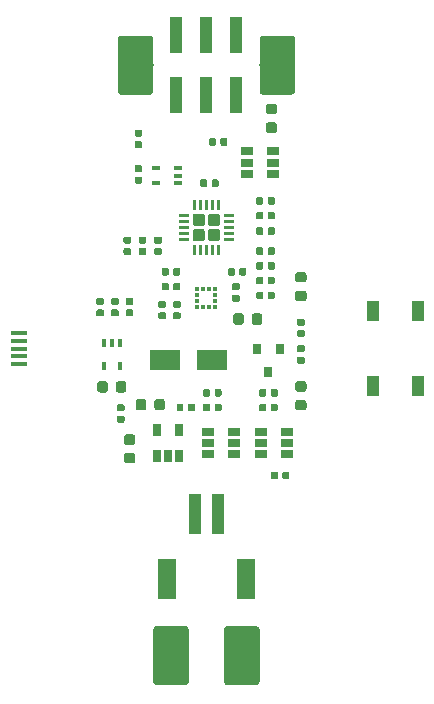
<source format=gbr>
G04 #@! TF.GenerationSoftware,KiCad,Pcbnew,5.1.4+dfsg1-1*
G04 #@! TF.CreationDate,2021-01-09T21:35:19+00:00*
G04 #@! TF.ProjectId,bike-light-board,62696b65-2d6c-4696-9768-742d626f6172,rev?*
G04 #@! TF.SameCoordinates,Original*
G04 #@! TF.FileFunction,Paste,Bot*
G04 #@! TF.FilePolarity,Positive*
%FSLAX46Y46*%
G04 Gerber Fmt 4.6, Leading zero omitted, Abs format (unit mm)*
G04 Created by KiCad (PCBNEW 5.1.4+dfsg1-1) date 2021-01-09 21:35:19*
%MOMM*%
%LPD*%
G04 APERTURE LIST*
%ADD10R,1.400000X0.400000*%
%ADD11C,0.350000*%
%ADD12C,0.250000*%
%ADD13C,1.050000*%
%ADD14C,0.590000*%
%ADD15R,1.000000X3.150000*%
%ADD16C,0.875000*%
%ADD17C,3.000000*%
%ADD18R,1.060000X0.650000*%
%ADD19R,0.400000X0.650000*%
%ADD20R,1.500000X3.400000*%
%ADD21R,1.000000X3.500000*%
%ADD22R,1.000000X1.700000*%
%ADD23R,2.500000X1.800000*%
%ADD24R,0.650000X1.060000*%
%ADD25R,0.800000X0.900000*%
%ADD26R,0.350000X0.375000*%
%ADD27R,0.375000X0.350000*%
%ADD28R,0.650000X0.400000*%
G04 APERTURE END LIST*
D10*
G04 #@! TO.C,J1*
X-15900000Y1300000D03*
X-15900000Y650000D03*
X-15900000Y-1300000D03*
X-15900000Y-650000D03*
X-15900000Y0D03*
G04 #@! TD*
D11*
G04 #@! TO.C,U4*
G36*
X-931374Y8749699D02*
G01*
X-925307Y8748799D01*
X-919357Y8747309D01*
X-913582Y8745242D01*
X-908038Y8742620D01*
X-902777Y8739467D01*
X-897850Y8735813D01*
X-893306Y8731694D01*
X-889187Y8727150D01*
X-885533Y8722223D01*
X-882380Y8716962D01*
X-879758Y8711418D01*
X-877691Y8705643D01*
X-876201Y8699693D01*
X-875301Y8693626D01*
X-875000Y8687500D01*
X-875000Y7962500D01*
X-875301Y7956374D01*
X-876201Y7950307D01*
X-877691Y7944357D01*
X-879758Y7938582D01*
X-882380Y7933038D01*
X-885533Y7927777D01*
X-889187Y7922850D01*
X-893306Y7918306D01*
X-897850Y7914187D01*
X-902777Y7910533D01*
X-908038Y7907380D01*
X-913582Y7904758D01*
X-919357Y7902691D01*
X-925307Y7901201D01*
X-931374Y7900301D01*
X-937500Y7900000D01*
X-1062500Y7900000D01*
X-1068626Y7900301D01*
X-1074693Y7901201D01*
X-1080643Y7902691D01*
X-1086418Y7904758D01*
X-1091962Y7907380D01*
X-1097223Y7910533D01*
X-1102150Y7914187D01*
X-1106694Y7918306D01*
X-1110813Y7922850D01*
X-1114467Y7927777D01*
X-1117620Y7933038D01*
X-1120242Y7938582D01*
X-1122309Y7944357D01*
X-1123799Y7950307D01*
X-1124699Y7956374D01*
X-1125000Y7962500D01*
X-1125000Y8687500D01*
X-1124699Y8693626D01*
X-1123799Y8699693D01*
X-1122309Y8705643D01*
X-1120242Y8711418D01*
X-1117620Y8716962D01*
X-1114467Y8722223D01*
X-1110813Y8727150D01*
X-1106694Y8731694D01*
X-1102150Y8735813D01*
X-1097223Y8739467D01*
X-1091962Y8742620D01*
X-1086418Y8745242D01*
X-1080643Y8747309D01*
X-1074693Y8748799D01*
X-1068626Y8749699D01*
X-1062500Y8750000D01*
X-937500Y8750000D01*
X-931374Y8749699D01*
X-931374Y8749699D01*
G37*
D12*
X-1000000Y8325000D03*
D11*
G36*
X-431374Y8749699D02*
G01*
X-425307Y8748799D01*
X-419357Y8747309D01*
X-413582Y8745242D01*
X-408038Y8742620D01*
X-402777Y8739467D01*
X-397850Y8735813D01*
X-393306Y8731694D01*
X-389187Y8727150D01*
X-385533Y8722223D01*
X-382380Y8716962D01*
X-379758Y8711418D01*
X-377691Y8705643D01*
X-376201Y8699693D01*
X-375301Y8693626D01*
X-375000Y8687500D01*
X-375000Y7962500D01*
X-375301Y7956374D01*
X-376201Y7950307D01*
X-377691Y7944357D01*
X-379758Y7938582D01*
X-382380Y7933038D01*
X-385533Y7927777D01*
X-389187Y7922850D01*
X-393306Y7918306D01*
X-397850Y7914187D01*
X-402777Y7910533D01*
X-408038Y7907380D01*
X-413582Y7904758D01*
X-419357Y7902691D01*
X-425307Y7901201D01*
X-431374Y7900301D01*
X-437500Y7900000D01*
X-562500Y7900000D01*
X-568626Y7900301D01*
X-574693Y7901201D01*
X-580643Y7902691D01*
X-586418Y7904758D01*
X-591962Y7907380D01*
X-597223Y7910533D01*
X-602150Y7914187D01*
X-606694Y7918306D01*
X-610813Y7922850D01*
X-614467Y7927777D01*
X-617620Y7933038D01*
X-620242Y7938582D01*
X-622309Y7944357D01*
X-623799Y7950307D01*
X-624699Y7956374D01*
X-625000Y7962500D01*
X-625000Y8687500D01*
X-624699Y8693626D01*
X-623799Y8699693D01*
X-622309Y8705643D01*
X-620242Y8711418D01*
X-617620Y8716962D01*
X-614467Y8722223D01*
X-610813Y8727150D01*
X-606694Y8731694D01*
X-602150Y8735813D01*
X-597223Y8739467D01*
X-591962Y8742620D01*
X-586418Y8745242D01*
X-580643Y8747309D01*
X-574693Y8748799D01*
X-568626Y8749699D01*
X-562500Y8750000D01*
X-437500Y8750000D01*
X-431374Y8749699D01*
X-431374Y8749699D01*
G37*
D12*
X-500000Y8325000D03*
D11*
G36*
X68626Y8749699D02*
G01*
X74693Y8748799D01*
X80643Y8747309D01*
X86418Y8745242D01*
X91962Y8742620D01*
X97223Y8739467D01*
X102150Y8735813D01*
X106694Y8731694D01*
X110813Y8727150D01*
X114467Y8722223D01*
X117620Y8716962D01*
X120242Y8711418D01*
X122309Y8705643D01*
X123799Y8699693D01*
X124699Y8693626D01*
X125000Y8687500D01*
X125000Y7962500D01*
X124699Y7956374D01*
X123799Y7950307D01*
X122309Y7944357D01*
X120242Y7938582D01*
X117620Y7933038D01*
X114467Y7927777D01*
X110813Y7922850D01*
X106694Y7918306D01*
X102150Y7914187D01*
X97223Y7910533D01*
X91962Y7907380D01*
X86418Y7904758D01*
X80643Y7902691D01*
X74693Y7901201D01*
X68626Y7900301D01*
X62500Y7900000D01*
X-62500Y7900000D01*
X-68626Y7900301D01*
X-74693Y7901201D01*
X-80643Y7902691D01*
X-86418Y7904758D01*
X-91962Y7907380D01*
X-97223Y7910533D01*
X-102150Y7914187D01*
X-106694Y7918306D01*
X-110813Y7922850D01*
X-114467Y7927777D01*
X-117620Y7933038D01*
X-120242Y7938582D01*
X-122309Y7944357D01*
X-123799Y7950307D01*
X-124699Y7956374D01*
X-125000Y7962500D01*
X-125000Y8687500D01*
X-124699Y8693626D01*
X-123799Y8699693D01*
X-122309Y8705643D01*
X-120242Y8711418D01*
X-117620Y8716962D01*
X-114467Y8722223D01*
X-110813Y8727150D01*
X-106694Y8731694D01*
X-102150Y8735813D01*
X-97223Y8739467D01*
X-91962Y8742620D01*
X-86418Y8745242D01*
X-80643Y8747309D01*
X-74693Y8748799D01*
X-68626Y8749699D01*
X-62500Y8750000D01*
X62500Y8750000D01*
X68626Y8749699D01*
X68626Y8749699D01*
G37*
D12*
X0Y8325000D03*
D11*
G36*
X568626Y8749699D02*
G01*
X574693Y8748799D01*
X580643Y8747309D01*
X586418Y8745242D01*
X591962Y8742620D01*
X597223Y8739467D01*
X602150Y8735813D01*
X606694Y8731694D01*
X610813Y8727150D01*
X614467Y8722223D01*
X617620Y8716962D01*
X620242Y8711418D01*
X622309Y8705643D01*
X623799Y8699693D01*
X624699Y8693626D01*
X625000Y8687500D01*
X625000Y7962500D01*
X624699Y7956374D01*
X623799Y7950307D01*
X622309Y7944357D01*
X620242Y7938582D01*
X617620Y7933038D01*
X614467Y7927777D01*
X610813Y7922850D01*
X606694Y7918306D01*
X602150Y7914187D01*
X597223Y7910533D01*
X591962Y7907380D01*
X586418Y7904758D01*
X580643Y7902691D01*
X574693Y7901201D01*
X568626Y7900301D01*
X562500Y7900000D01*
X437500Y7900000D01*
X431374Y7900301D01*
X425307Y7901201D01*
X419357Y7902691D01*
X413582Y7904758D01*
X408038Y7907380D01*
X402777Y7910533D01*
X397850Y7914187D01*
X393306Y7918306D01*
X389187Y7922850D01*
X385533Y7927777D01*
X382380Y7933038D01*
X379758Y7938582D01*
X377691Y7944357D01*
X376201Y7950307D01*
X375301Y7956374D01*
X375000Y7962500D01*
X375000Y8687500D01*
X375301Y8693626D01*
X376201Y8699693D01*
X377691Y8705643D01*
X379758Y8711418D01*
X382380Y8716962D01*
X385533Y8722223D01*
X389187Y8727150D01*
X393306Y8731694D01*
X397850Y8735813D01*
X402777Y8739467D01*
X408038Y8742620D01*
X413582Y8745242D01*
X419357Y8747309D01*
X425307Y8748799D01*
X431374Y8749699D01*
X437500Y8750000D01*
X562500Y8750000D01*
X568626Y8749699D01*
X568626Y8749699D01*
G37*
D12*
X500000Y8325000D03*
D11*
G36*
X1068626Y8749699D02*
G01*
X1074693Y8748799D01*
X1080643Y8747309D01*
X1086418Y8745242D01*
X1091962Y8742620D01*
X1097223Y8739467D01*
X1102150Y8735813D01*
X1106694Y8731694D01*
X1110813Y8727150D01*
X1114467Y8722223D01*
X1117620Y8716962D01*
X1120242Y8711418D01*
X1122309Y8705643D01*
X1123799Y8699693D01*
X1124699Y8693626D01*
X1125000Y8687500D01*
X1125000Y7962500D01*
X1124699Y7956374D01*
X1123799Y7950307D01*
X1122309Y7944357D01*
X1120242Y7938582D01*
X1117620Y7933038D01*
X1114467Y7927777D01*
X1110813Y7922850D01*
X1106694Y7918306D01*
X1102150Y7914187D01*
X1097223Y7910533D01*
X1091962Y7907380D01*
X1086418Y7904758D01*
X1080643Y7902691D01*
X1074693Y7901201D01*
X1068626Y7900301D01*
X1062500Y7900000D01*
X937500Y7900000D01*
X931374Y7900301D01*
X925307Y7901201D01*
X919357Y7902691D01*
X913582Y7904758D01*
X908038Y7907380D01*
X902777Y7910533D01*
X897850Y7914187D01*
X893306Y7918306D01*
X889187Y7922850D01*
X885533Y7927777D01*
X882380Y7933038D01*
X879758Y7938582D01*
X877691Y7944357D01*
X876201Y7950307D01*
X875301Y7956374D01*
X875000Y7962500D01*
X875000Y8687500D01*
X875301Y8693626D01*
X876201Y8699693D01*
X877691Y8705643D01*
X879758Y8711418D01*
X882380Y8716962D01*
X885533Y8722223D01*
X889187Y8727150D01*
X893306Y8731694D01*
X897850Y8735813D01*
X902777Y8739467D01*
X908038Y8742620D01*
X913582Y8745242D01*
X919357Y8747309D01*
X925307Y8748799D01*
X931374Y8749699D01*
X937500Y8750000D01*
X1062500Y8750000D01*
X1068626Y8749699D01*
X1068626Y8749699D01*
G37*
D12*
X1000000Y8325000D03*
D11*
G36*
X2293626Y9374699D02*
G01*
X2299693Y9373799D01*
X2305643Y9372309D01*
X2311418Y9370242D01*
X2316962Y9367620D01*
X2322223Y9364467D01*
X2327150Y9360813D01*
X2331694Y9356694D01*
X2335813Y9352150D01*
X2339467Y9347223D01*
X2342620Y9341962D01*
X2345242Y9336418D01*
X2347309Y9330643D01*
X2348799Y9324693D01*
X2349699Y9318626D01*
X2350000Y9312500D01*
X2350000Y9187500D01*
X2349699Y9181374D01*
X2348799Y9175307D01*
X2347309Y9169357D01*
X2345242Y9163582D01*
X2342620Y9158038D01*
X2339467Y9152777D01*
X2335813Y9147850D01*
X2331694Y9143306D01*
X2327150Y9139187D01*
X2322223Y9135533D01*
X2316962Y9132380D01*
X2311418Y9129758D01*
X2305643Y9127691D01*
X2299693Y9126201D01*
X2293626Y9125301D01*
X2287500Y9125000D01*
X1562500Y9125000D01*
X1556374Y9125301D01*
X1550307Y9126201D01*
X1544357Y9127691D01*
X1538582Y9129758D01*
X1533038Y9132380D01*
X1527777Y9135533D01*
X1522850Y9139187D01*
X1518306Y9143306D01*
X1514187Y9147850D01*
X1510533Y9152777D01*
X1507380Y9158038D01*
X1504758Y9163582D01*
X1502691Y9169357D01*
X1501201Y9175307D01*
X1500301Y9181374D01*
X1500000Y9187500D01*
X1500000Y9312500D01*
X1500301Y9318626D01*
X1501201Y9324693D01*
X1502691Y9330643D01*
X1504758Y9336418D01*
X1507380Y9341962D01*
X1510533Y9347223D01*
X1514187Y9352150D01*
X1518306Y9356694D01*
X1522850Y9360813D01*
X1527777Y9364467D01*
X1533038Y9367620D01*
X1538582Y9370242D01*
X1544357Y9372309D01*
X1550307Y9373799D01*
X1556374Y9374699D01*
X1562500Y9375000D01*
X2287500Y9375000D01*
X2293626Y9374699D01*
X2293626Y9374699D01*
G37*
D12*
X1925000Y9250000D03*
D11*
G36*
X2293626Y9874699D02*
G01*
X2299693Y9873799D01*
X2305643Y9872309D01*
X2311418Y9870242D01*
X2316962Y9867620D01*
X2322223Y9864467D01*
X2327150Y9860813D01*
X2331694Y9856694D01*
X2335813Y9852150D01*
X2339467Y9847223D01*
X2342620Y9841962D01*
X2345242Y9836418D01*
X2347309Y9830643D01*
X2348799Y9824693D01*
X2349699Y9818626D01*
X2350000Y9812500D01*
X2350000Y9687500D01*
X2349699Y9681374D01*
X2348799Y9675307D01*
X2347309Y9669357D01*
X2345242Y9663582D01*
X2342620Y9658038D01*
X2339467Y9652777D01*
X2335813Y9647850D01*
X2331694Y9643306D01*
X2327150Y9639187D01*
X2322223Y9635533D01*
X2316962Y9632380D01*
X2311418Y9629758D01*
X2305643Y9627691D01*
X2299693Y9626201D01*
X2293626Y9625301D01*
X2287500Y9625000D01*
X1562500Y9625000D01*
X1556374Y9625301D01*
X1550307Y9626201D01*
X1544357Y9627691D01*
X1538582Y9629758D01*
X1533038Y9632380D01*
X1527777Y9635533D01*
X1522850Y9639187D01*
X1518306Y9643306D01*
X1514187Y9647850D01*
X1510533Y9652777D01*
X1507380Y9658038D01*
X1504758Y9663582D01*
X1502691Y9669357D01*
X1501201Y9675307D01*
X1500301Y9681374D01*
X1500000Y9687500D01*
X1500000Y9812500D01*
X1500301Y9818626D01*
X1501201Y9824693D01*
X1502691Y9830643D01*
X1504758Y9836418D01*
X1507380Y9841962D01*
X1510533Y9847223D01*
X1514187Y9852150D01*
X1518306Y9856694D01*
X1522850Y9860813D01*
X1527777Y9864467D01*
X1533038Y9867620D01*
X1538582Y9870242D01*
X1544357Y9872309D01*
X1550307Y9873799D01*
X1556374Y9874699D01*
X1562500Y9875000D01*
X2287500Y9875000D01*
X2293626Y9874699D01*
X2293626Y9874699D01*
G37*
D12*
X1925000Y9750000D03*
D11*
G36*
X2293626Y10374699D02*
G01*
X2299693Y10373799D01*
X2305643Y10372309D01*
X2311418Y10370242D01*
X2316962Y10367620D01*
X2322223Y10364467D01*
X2327150Y10360813D01*
X2331694Y10356694D01*
X2335813Y10352150D01*
X2339467Y10347223D01*
X2342620Y10341962D01*
X2345242Y10336418D01*
X2347309Y10330643D01*
X2348799Y10324693D01*
X2349699Y10318626D01*
X2350000Y10312500D01*
X2350000Y10187500D01*
X2349699Y10181374D01*
X2348799Y10175307D01*
X2347309Y10169357D01*
X2345242Y10163582D01*
X2342620Y10158038D01*
X2339467Y10152777D01*
X2335813Y10147850D01*
X2331694Y10143306D01*
X2327150Y10139187D01*
X2322223Y10135533D01*
X2316962Y10132380D01*
X2311418Y10129758D01*
X2305643Y10127691D01*
X2299693Y10126201D01*
X2293626Y10125301D01*
X2287500Y10125000D01*
X1562500Y10125000D01*
X1556374Y10125301D01*
X1550307Y10126201D01*
X1544357Y10127691D01*
X1538582Y10129758D01*
X1533038Y10132380D01*
X1527777Y10135533D01*
X1522850Y10139187D01*
X1518306Y10143306D01*
X1514187Y10147850D01*
X1510533Y10152777D01*
X1507380Y10158038D01*
X1504758Y10163582D01*
X1502691Y10169357D01*
X1501201Y10175307D01*
X1500301Y10181374D01*
X1500000Y10187500D01*
X1500000Y10312500D01*
X1500301Y10318626D01*
X1501201Y10324693D01*
X1502691Y10330643D01*
X1504758Y10336418D01*
X1507380Y10341962D01*
X1510533Y10347223D01*
X1514187Y10352150D01*
X1518306Y10356694D01*
X1522850Y10360813D01*
X1527777Y10364467D01*
X1533038Y10367620D01*
X1538582Y10370242D01*
X1544357Y10372309D01*
X1550307Y10373799D01*
X1556374Y10374699D01*
X1562500Y10375000D01*
X2287500Y10375000D01*
X2293626Y10374699D01*
X2293626Y10374699D01*
G37*
D12*
X1925000Y10250000D03*
D11*
G36*
X2293626Y10874699D02*
G01*
X2299693Y10873799D01*
X2305643Y10872309D01*
X2311418Y10870242D01*
X2316962Y10867620D01*
X2322223Y10864467D01*
X2327150Y10860813D01*
X2331694Y10856694D01*
X2335813Y10852150D01*
X2339467Y10847223D01*
X2342620Y10841962D01*
X2345242Y10836418D01*
X2347309Y10830643D01*
X2348799Y10824693D01*
X2349699Y10818626D01*
X2350000Y10812500D01*
X2350000Y10687500D01*
X2349699Y10681374D01*
X2348799Y10675307D01*
X2347309Y10669357D01*
X2345242Y10663582D01*
X2342620Y10658038D01*
X2339467Y10652777D01*
X2335813Y10647850D01*
X2331694Y10643306D01*
X2327150Y10639187D01*
X2322223Y10635533D01*
X2316962Y10632380D01*
X2311418Y10629758D01*
X2305643Y10627691D01*
X2299693Y10626201D01*
X2293626Y10625301D01*
X2287500Y10625000D01*
X1562500Y10625000D01*
X1556374Y10625301D01*
X1550307Y10626201D01*
X1544357Y10627691D01*
X1538582Y10629758D01*
X1533038Y10632380D01*
X1527777Y10635533D01*
X1522850Y10639187D01*
X1518306Y10643306D01*
X1514187Y10647850D01*
X1510533Y10652777D01*
X1507380Y10658038D01*
X1504758Y10663582D01*
X1502691Y10669357D01*
X1501201Y10675307D01*
X1500301Y10681374D01*
X1500000Y10687500D01*
X1500000Y10812500D01*
X1500301Y10818626D01*
X1501201Y10824693D01*
X1502691Y10830643D01*
X1504758Y10836418D01*
X1507380Y10841962D01*
X1510533Y10847223D01*
X1514187Y10852150D01*
X1518306Y10856694D01*
X1522850Y10860813D01*
X1527777Y10864467D01*
X1533038Y10867620D01*
X1538582Y10870242D01*
X1544357Y10872309D01*
X1550307Y10873799D01*
X1556374Y10874699D01*
X1562500Y10875000D01*
X2287500Y10875000D01*
X2293626Y10874699D01*
X2293626Y10874699D01*
G37*
D12*
X1925000Y10750000D03*
D11*
G36*
X2293626Y11374699D02*
G01*
X2299693Y11373799D01*
X2305643Y11372309D01*
X2311418Y11370242D01*
X2316962Y11367620D01*
X2322223Y11364467D01*
X2327150Y11360813D01*
X2331694Y11356694D01*
X2335813Y11352150D01*
X2339467Y11347223D01*
X2342620Y11341962D01*
X2345242Y11336418D01*
X2347309Y11330643D01*
X2348799Y11324693D01*
X2349699Y11318626D01*
X2350000Y11312500D01*
X2350000Y11187500D01*
X2349699Y11181374D01*
X2348799Y11175307D01*
X2347309Y11169357D01*
X2345242Y11163582D01*
X2342620Y11158038D01*
X2339467Y11152777D01*
X2335813Y11147850D01*
X2331694Y11143306D01*
X2327150Y11139187D01*
X2322223Y11135533D01*
X2316962Y11132380D01*
X2311418Y11129758D01*
X2305643Y11127691D01*
X2299693Y11126201D01*
X2293626Y11125301D01*
X2287500Y11125000D01*
X1562500Y11125000D01*
X1556374Y11125301D01*
X1550307Y11126201D01*
X1544357Y11127691D01*
X1538582Y11129758D01*
X1533038Y11132380D01*
X1527777Y11135533D01*
X1522850Y11139187D01*
X1518306Y11143306D01*
X1514187Y11147850D01*
X1510533Y11152777D01*
X1507380Y11158038D01*
X1504758Y11163582D01*
X1502691Y11169357D01*
X1501201Y11175307D01*
X1500301Y11181374D01*
X1500000Y11187500D01*
X1500000Y11312500D01*
X1500301Y11318626D01*
X1501201Y11324693D01*
X1502691Y11330643D01*
X1504758Y11336418D01*
X1507380Y11341962D01*
X1510533Y11347223D01*
X1514187Y11352150D01*
X1518306Y11356694D01*
X1522850Y11360813D01*
X1527777Y11364467D01*
X1533038Y11367620D01*
X1538582Y11370242D01*
X1544357Y11372309D01*
X1550307Y11373799D01*
X1556374Y11374699D01*
X1562500Y11375000D01*
X2287500Y11375000D01*
X2293626Y11374699D01*
X2293626Y11374699D01*
G37*
D12*
X1925000Y11250000D03*
D11*
G36*
X1068626Y12599699D02*
G01*
X1074693Y12598799D01*
X1080643Y12597309D01*
X1086418Y12595242D01*
X1091962Y12592620D01*
X1097223Y12589467D01*
X1102150Y12585813D01*
X1106694Y12581694D01*
X1110813Y12577150D01*
X1114467Y12572223D01*
X1117620Y12566962D01*
X1120242Y12561418D01*
X1122309Y12555643D01*
X1123799Y12549693D01*
X1124699Y12543626D01*
X1125000Y12537500D01*
X1125000Y11812500D01*
X1124699Y11806374D01*
X1123799Y11800307D01*
X1122309Y11794357D01*
X1120242Y11788582D01*
X1117620Y11783038D01*
X1114467Y11777777D01*
X1110813Y11772850D01*
X1106694Y11768306D01*
X1102150Y11764187D01*
X1097223Y11760533D01*
X1091962Y11757380D01*
X1086418Y11754758D01*
X1080643Y11752691D01*
X1074693Y11751201D01*
X1068626Y11750301D01*
X1062500Y11750000D01*
X937500Y11750000D01*
X931374Y11750301D01*
X925307Y11751201D01*
X919357Y11752691D01*
X913582Y11754758D01*
X908038Y11757380D01*
X902777Y11760533D01*
X897850Y11764187D01*
X893306Y11768306D01*
X889187Y11772850D01*
X885533Y11777777D01*
X882380Y11783038D01*
X879758Y11788582D01*
X877691Y11794357D01*
X876201Y11800307D01*
X875301Y11806374D01*
X875000Y11812500D01*
X875000Y12537500D01*
X875301Y12543626D01*
X876201Y12549693D01*
X877691Y12555643D01*
X879758Y12561418D01*
X882380Y12566962D01*
X885533Y12572223D01*
X889187Y12577150D01*
X893306Y12581694D01*
X897850Y12585813D01*
X902777Y12589467D01*
X908038Y12592620D01*
X913582Y12595242D01*
X919357Y12597309D01*
X925307Y12598799D01*
X931374Y12599699D01*
X937500Y12600000D01*
X1062500Y12600000D01*
X1068626Y12599699D01*
X1068626Y12599699D01*
G37*
D12*
X1000000Y12175000D03*
D11*
G36*
X568626Y12599699D02*
G01*
X574693Y12598799D01*
X580643Y12597309D01*
X586418Y12595242D01*
X591962Y12592620D01*
X597223Y12589467D01*
X602150Y12585813D01*
X606694Y12581694D01*
X610813Y12577150D01*
X614467Y12572223D01*
X617620Y12566962D01*
X620242Y12561418D01*
X622309Y12555643D01*
X623799Y12549693D01*
X624699Y12543626D01*
X625000Y12537500D01*
X625000Y11812500D01*
X624699Y11806374D01*
X623799Y11800307D01*
X622309Y11794357D01*
X620242Y11788582D01*
X617620Y11783038D01*
X614467Y11777777D01*
X610813Y11772850D01*
X606694Y11768306D01*
X602150Y11764187D01*
X597223Y11760533D01*
X591962Y11757380D01*
X586418Y11754758D01*
X580643Y11752691D01*
X574693Y11751201D01*
X568626Y11750301D01*
X562500Y11750000D01*
X437500Y11750000D01*
X431374Y11750301D01*
X425307Y11751201D01*
X419357Y11752691D01*
X413582Y11754758D01*
X408038Y11757380D01*
X402777Y11760533D01*
X397850Y11764187D01*
X393306Y11768306D01*
X389187Y11772850D01*
X385533Y11777777D01*
X382380Y11783038D01*
X379758Y11788582D01*
X377691Y11794357D01*
X376201Y11800307D01*
X375301Y11806374D01*
X375000Y11812500D01*
X375000Y12537500D01*
X375301Y12543626D01*
X376201Y12549693D01*
X377691Y12555643D01*
X379758Y12561418D01*
X382380Y12566962D01*
X385533Y12572223D01*
X389187Y12577150D01*
X393306Y12581694D01*
X397850Y12585813D01*
X402777Y12589467D01*
X408038Y12592620D01*
X413582Y12595242D01*
X419357Y12597309D01*
X425307Y12598799D01*
X431374Y12599699D01*
X437500Y12600000D01*
X562500Y12600000D01*
X568626Y12599699D01*
X568626Y12599699D01*
G37*
D12*
X500000Y12175000D03*
D11*
G36*
X68626Y12599699D02*
G01*
X74693Y12598799D01*
X80643Y12597309D01*
X86418Y12595242D01*
X91962Y12592620D01*
X97223Y12589467D01*
X102150Y12585813D01*
X106694Y12581694D01*
X110813Y12577150D01*
X114467Y12572223D01*
X117620Y12566962D01*
X120242Y12561418D01*
X122309Y12555643D01*
X123799Y12549693D01*
X124699Y12543626D01*
X125000Y12537500D01*
X125000Y11812500D01*
X124699Y11806374D01*
X123799Y11800307D01*
X122309Y11794357D01*
X120242Y11788582D01*
X117620Y11783038D01*
X114467Y11777777D01*
X110813Y11772850D01*
X106694Y11768306D01*
X102150Y11764187D01*
X97223Y11760533D01*
X91962Y11757380D01*
X86418Y11754758D01*
X80643Y11752691D01*
X74693Y11751201D01*
X68626Y11750301D01*
X62500Y11750000D01*
X-62500Y11750000D01*
X-68626Y11750301D01*
X-74693Y11751201D01*
X-80643Y11752691D01*
X-86418Y11754758D01*
X-91962Y11757380D01*
X-97223Y11760533D01*
X-102150Y11764187D01*
X-106694Y11768306D01*
X-110813Y11772850D01*
X-114467Y11777777D01*
X-117620Y11783038D01*
X-120242Y11788582D01*
X-122309Y11794357D01*
X-123799Y11800307D01*
X-124699Y11806374D01*
X-125000Y11812500D01*
X-125000Y12537500D01*
X-124699Y12543626D01*
X-123799Y12549693D01*
X-122309Y12555643D01*
X-120242Y12561418D01*
X-117620Y12566962D01*
X-114467Y12572223D01*
X-110813Y12577150D01*
X-106694Y12581694D01*
X-102150Y12585813D01*
X-97223Y12589467D01*
X-91962Y12592620D01*
X-86418Y12595242D01*
X-80643Y12597309D01*
X-74693Y12598799D01*
X-68626Y12599699D01*
X-62500Y12600000D01*
X62500Y12600000D01*
X68626Y12599699D01*
X68626Y12599699D01*
G37*
D12*
X0Y12175000D03*
D11*
G36*
X-431374Y12599699D02*
G01*
X-425307Y12598799D01*
X-419357Y12597309D01*
X-413582Y12595242D01*
X-408038Y12592620D01*
X-402777Y12589467D01*
X-397850Y12585813D01*
X-393306Y12581694D01*
X-389187Y12577150D01*
X-385533Y12572223D01*
X-382380Y12566962D01*
X-379758Y12561418D01*
X-377691Y12555643D01*
X-376201Y12549693D01*
X-375301Y12543626D01*
X-375000Y12537500D01*
X-375000Y11812500D01*
X-375301Y11806374D01*
X-376201Y11800307D01*
X-377691Y11794357D01*
X-379758Y11788582D01*
X-382380Y11783038D01*
X-385533Y11777777D01*
X-389187Y11772850D01*
X-393306Y11768306D01*
X-397850Y11764187D01*
X-402777Y11760533D01*
X-408038Y11757380D01*
X-413582Y11754758D01*
X-419357Y11752691D01*
X-425307Y11751201D01*
X-431374Y11750301D01*
X-437500Y11750000D01*
X-562500Y11750000D01*
X-568626Y11750301D01*
X-574693Y11751201D01*
X-580643Y11752691D01*
X-586418Y11754758D01*
X-591962Y11757380D01*
X-597223Y11760533D01*
X-602150Y11764187D01*
X-606694Y11768306D01*
X-610813Y11772850D01*
X-614467Y11777777D01*
X-617620Y11783038D01*
X-620242Y11788582D01*
X-622309Y11794357D01*
X-623799Y11800307D01*
X-624699Y11806374D01*
X-625000Y11812500D01*
X-625000Y12537500D01*
X-624699Y12543626D01*
X-623799Y12549693D01*
X-622309Y12555643D01*
X-620242Y12561418D01*
X-617620Y12566962D01*
X-614467Y12572223D01*
X-610813Y12577150D01*
X-606694Y12581694D01*
X-602150Y12585813D01*
X-597223Y12589467D01*
X-591962Y12592620D01*
X-586418Y12595242D01*
X-580643Y12597309D01*
X-574693Y12598799D01*
X-568626Y12599699D01*
X-562500Y12600000D01*
X-437500Y12600000D01*
X-431374Y12599699D01*
X-431374Y12599699D01*
G37*
D12*
X-500000Y12175000D03*
D11*
G36*
X-931374Y12599699D02*
G01*
X-925307Y12598799D01*
X-919357Y12597309D01*
X-913582Y12595242D01*
X-908038Y12592620D01*
X-902777Y12589467D01*
X-897850Y12585813D01*
X-893306Y12581694D01*
X-889187Y12577150D01*
X-885533Y12572223D01*
X-882380Y12566962D01*
X-879758Y12561418D01*
X-877691Y12555643D01*
X-876201Y12549693D01*
X-875301Y12543626D01*
X-875000Y12537500D01*
X-875000Y11812500D01*
X-875301Y11806374D01*
X-876201Y11800307D01*
X-877691Y11794357D01*
X-879758Y11788582D01*
X-882380Y11783038D01*
X-885533Y11777777D01*
X-889187Y11772850D01*
X-893306Y11768306D01*
X-897850Y11764187D01*
X-902777Y11760533D01*
X-908038Y11757380D01*
X-913582Y11754758D01*
X-919357Y11752691D01*
X-925307Y11751201D01*
X-931374Y11750301D01*
X-937500Y11750000D01*
X-1062500Y11750000D01*
X-1068626Y11750301D01*
X-1074693Y11751201D01*
X-1080643Y11752691D01*
X-1086418Y11754758D01*
X-1091962Y11757380D01*
X-1097223Y11760533D01*
X-1102150Y11764187D01*
X-1106694Y11768306D01*
X-1110813Y11772850D01*
X-1114467Y11777777D01*
X-1117620Y11783038D01*
X-1120242Y11788582D01*
X-1122309Y11794357D01*
X-1123799Y11800307D01*
X-1124699Y11806374D01*
X-1125000Y11812500D01*
X-1125000Y12537500D01*
X-1124699Y12543626D01*
X-1123799Y12549693D01*
X-1122309Y12555643D01*
X-1120242Y12561418D01*
X-1117620Y12566962D01*
X-1114467Y12572223D01*
X-1110813Y12577150D01*
X-1106694Y12581694D01*
X-1102150Y12585813D01*
X-1097223Y12589467D01*
X-1091962Y12592620D01*
X-1086418Y12595242D01*
X-1080643Y12597309D01*
X-1074693Y12598799D01*
X-1068626Y12599699D01*
X-1062500Y12600000D01*
X-937500Y12600000D01*
X-931374Y12599699D01*
X-931374Y12599699D01*
G37*
D12*
X-1000000Y12175000D03*
D11*
G36*
X-1556374Y11374699D02*
G01*
X-1550307Y11373799D01*
X-1544357Y11372309D01*
X-1538582Y11370242D01*
X-1533038Y11367620D01*
X-1527777Y11364467D01*
X-1522850Y11360813D01*
X-1518306Y11356694D01*
X-1514187Y11352150D01*
X-1510533Y11347223D01*
X-1507380Y11341962D01*
X-1504758Y11336418D01*
X-1502691Y11330643D01*
X-1501201Y11324693D01*
X-1500301Y11318626D01*
X-1500000Y11312500D01*
X-1500000Y11187500D01*
X-1500301Y11181374D01*
X-1501201Y11175307D01*
X-1502691Y11169357D01*
X-1504758Y11163582D01*
X-1507380Y11158038D01*
X-1510533Y11152777D01*
X-1514187Y11147850D01*
X-1518306Y11143306D01*
X-1522850Y11139187D01*
X-1527777Y11135533D01*
X-1533038Y11132380D01*
X-1538582Y11129758D01*
X-1544357Y11127691D01*
X-1550307Y11126201D01*
X-1556374Y11125301D01*
X-1562500Y11125000D01*
X-2287500Y11125000D01*
X-2293626Y11125301D01*
X-2299693Y11126201D01*
X-2305643Y11127691D01*
X-2311418Y11129758D01*
X-2316962Y11132380D01*
X-2322223Y11135533D01*
X-2327150Y11139187D01*
X-2331694Y11143306D01*
X-2335813Y11147850D01*
X-2339467Y11152777D01*
X-2342620Y11158038D01*
X-2345242Y11163582D01*
X-2347309Y11169357D01*
X-2348799Y11175307D01*
X-2349699Y11181374D01*
X-2350000Y11187500D01*
X-2350000Y11312500D01*
X-2349699Y11318626D01*
X-2348799Y11324693D01*
X-2347309Y11330643D01*
X-2345242Y11336418D01*
X-2342620Y11341962D01*
X-2339467Y11347223D01*
X-2335813Y11352150D01*
X-2331694Y11356694D01*
X-2327150Y11360813D01*
X-2322223Y11364467D01*
X-2316962Y11367620D01*
X-2311418Y11370242D01*
X-2305643Y11372309D01*
X-2299693Y11373799D01*
X-2293626Y11374699D01*
X-2287500Y11375000D01*
X-1562500Y11375000D01*
X-1556374Y11374699D01*
X-1556374Y11374699D01*
G37*
D12*
X-1925000Y11250000D03*
D11*
G36*
X-1556374Y10874699D02*
G01*
X-1550307Y10873799D01*
X-1544357Y10872309D01*
X-1538582Y10870242D01*
X-1533038Y10867620D01*
X-1527777Y10864467D01*
X-1522850Y10860813D01*
X-1518306Y10856694D01*
X-1514187Y10852150D01*
X-1510533Y10847223D01*
X-1507380Y10841962D01*
X-1504758Y10836418D01*
X-1502691Y10830643D01*
X-1501201Y10824693D01*
X-1500301Y10818626D01*
X-1500000Y10812500D01*
X-1500000Y10687500D01*
X-1500301Y10681374D01*
X-1501201Y10675307D01*
X-1502691Y10669357D01*
X-1504758Y10663582D01*
X-1507380Y10658038D01*
X-1510533Y10652777D01*
X-1514187Y10647850D01*
X-1518306Y10643306D01*
X-1522850Y10639187D01*
X-1527777Y10635533D01*
X-1533038Y10632380D01*
X-1538582Y10629758D01*
X-1544357Y10627691D01*
X-1550307Y10626201D01*
X-1556374Y10625301D01*
X-1562500Y10625000D01*
X-2287500Y10625000D01*
X-2293626Y10625301D01*
X-2299693Y10626201D01*
X-2305643Y10627691D01*
X-2311418Y10629758D01*
X-2316962Y10632380D01*
X-2322223Y10635533D01*
X-2327150Y10639187D01*
X-2331694Y10643306D01*
X-2335813Y10647850D01*
X-2339467Y10652777D01*
X-2342620Y10658038D01*
X-2345242Y10663582D01*
X-2347309Y10669357D01*
X-2348799Y10675307D01*
X-2349699Y10681374D01*
X-2350000Y10687500D01*
X-2350000Y10812500D01*
X-2349699Y10818626D01*
X-2348799Y10824693D01*
X-2347309Y10830643D01*
X-2345242Y10836418D01*
X-2342620Y10841962D01*
X-2339467Y10847223D01*
X-2335813Y10852150D01*
X-2331694Y10856694D01*
X-2327150Y10860813D01*
X-2322223Y10864467D01*
X-2316962Y10867620D01*
X-2311418Y10870242D01*
X-2305643Y10872309D01*
X-2299693Y10873799D01*
X-2293626Y10874699D01*
X-2287500Y10875000D01*
X-1562500Y10875000D01*
X-1556374Y10874699D01*
X-1556374Y10874699D01*
G37*
D12*
X-1925000Y10750000D03*
D11*
G36*
X-1556374Y10374699D02*
G01*
X-1550307Y10373799D01*
X-1544357Y10372309D01*
X-1538582Y10370242D01*
X-1533038Y10367620D01*
X-1527777Y10364467D01*
X-1522850Y10360813D01*
X-1518306Y10356694D01*
X-1514187Y10352150D01*
X-1510533Y10347223D01*
X-1507380Y10341962D01*
X-1504758Y10336418D01*
X-1502691Y10330643D01*
X-1501201Y10324693D01*
X-1500301Y10318626D01*
X-1500000Y10312500D01*
X-1500000Y10187500D01*
X-1500301Y10181374D01*
X-1501201Y10175307D01*
X-1502691Y10169357D01*
X-1504758Y10163582D01*
X-1507380Y10158038D01*
X-1510533Y10152777D01*
X-1514187Y10147850D01*
X-1518306Y10143306D01*
X-1522850Y10139187D01*
X-1527777Y10135533D01*
X-1533038Y10132380D01*
X-1538582Y10129758D01*
X-1544357Y10127691D01*
X-1550307Y10126201D01*
X-1556374Y10125301D01*
X-1562500Y10125000D01*
X-2287500Y10125000D01*
X-2293626Y10125301D01*
X-2299693Y10126201D01*
X-2305643Y10127691D01*
X-2311418Y10129758D01*
X-2316962Y10132380D01*
X-2322223Y10135533D01*
X-2327150Y10139187D01*
X-2331694Y10143306D01*
X-2335813Y10147850D01*
X-2339467Y10152777D01*
X-2342620Y10158038D01*
X-2345242Y10163582D01*
X-2347309Y10169357D01*
X-2348799Y10175307D01*
X-2349699Y10181374D01*
X-2350000Y10187500D01*
X-2350000Y10312500D01*
X-2349699Y10318626D01*
X-2348799Y10324693D01*
X-2347309Y10330643D01*
X-2345242Y10336418D01*
X-2342620Y10341962D01*
X-2339467Y10347223D01*
X-2335813Y10352150D01*
X-2331694Y10356694D01*
X-2327150Y10360813D01*
X-2322223Y10364467D01*
X-2316962Y10367620D01*
X-2311418Y10370242D01*
X-2305643Y10372309D01*
X-2299693Y10373799D01*
X-2293626Y10374699D01*
X-2287500Y10375000D01*
X-1562500Y10375000D01*
X-1556374Y10374699D01*
X-1556374Y10374699D01*
G37*
D12*
X-1925000Y10250000D03*
D11*
G36*
X-1556374Y9874699D02*
G01*
X-1550307Y9873799D01*
X-1544357Y9872309D01*
X-1538582Y9870242D01*
X-1533038Y9867620D01*
X-1527777Y9864467D01*
X-1522850Y9860813D01*
X-1518306Y9856694D01*
X-1514187Y9852150D01*
X-1510533Y9847223D01*
X-1507380Y9841962D01*
X-1504758Y9836418D01*
X-1502691Y9830643D01*
X-1501201Y9824693D01*
X-1500301Y9818626D01*
X-1500000Y9812500D01*
X-1500000Y9687500D01*
X-1500301Y9681374D01*
X-1501201Y9675307D01*
X-1502691Y9669357D01*
X-1504758Y9663582D01*
X-1507380Y9658038D01*
X-1510533Y9652777D01*
X-1514187Y9647850D01*
X-1518306Y9643306D01*
X-1522850Y9639187D01*
X-1527777Y9635533D01*
X-1533038Y9632380D01*
X-1538582Y9629758D01*
X-1544357Y9627691D01*
X-1550307Y9626201D01*
X-1556374Y9625301D01*
X-1562500Y9625000D01*
X-2287500Y9625000D01*
X-2293626Y9625301D01*
X-2299693Y9626201D01*
X-2305643Y9627691D01*
X-2311418Y9629758D01*
X-2316962Y9632380D01*
X-2322223Y9635533D01*
X-2327150Y9639187D01*
X-2331694Y9643306D01*
X-2335813Y9647850D01*
X-2339467Y9652777D01*
X-2342620Y9658038D01*
X-2345242Y9663582D01*
X-2347309Y9669357D01*
X-2348799Y9675307D01*
X-2349699Y9681374D01*
X-2350000Y9687500D01*
X-2350000Y9812500D01*
X-2349699Y9818626D01*
X-2348799Y9824693D01*
X-2347309Y9830643D01*
X-2345242Y9836418D01*
X-2342620Y9841962D01*
X-2339467Y9847223D01*
X-2335813Y9852150D01*
X-2331694Y9856694D01*
X-2327150Y9860813D01*
X-2322223Y9864467D01*
X-2316962Y9867620D01*
X-2311418Y9870242D01*
X-2305643Y9872309D01*
X-2299693Y9873799D01*
X-2293626Y9874699D01*
X-2287500Y9875000D01*
X-1562500Y9875000D01*
X-1556374Y9874699D01*
X-1556374Y9874699D01*
G37*
D12*
X-1925000Y9750000D03*
D11*
G36*
X-1556374Y9374699D02*
G01*
X-1550307Y9373799D01*
X-1544357Y9372309D01*
X-1538582Y9370242D01*
X-1533038Y9367620D01*
X-1527777Y9364467D01*
X-1522850Y9360813D01*
X-1518306Y9356694D01*
X-1514187Y9352150D01*
X-1510533Y9347223D01*
X-1507380Y9341962D01*
X-1504758Y9336418D01*
X-1502691Y9330643D01*
X-1501201Y9324693D01*
X-1500301Y9318626D01*
X-1500000Y9312500D01*
X-1500000Y9187500D01*
X-1500301Y9181374D01*
X-1501201Y9175307D01*
X-1502691Y9169357D01*
X-1504758Y9163582D01*
X-1507380Y9158038D01*
X-1510533Y9152777D01*
X-1514187Y9147850D01*
X-1518306Y9143306D01*
X-1522850Y9139187D01*
X-1527777Y9135533D01*
X-1533038Y9132380D01*
X-1538582Y9129758D01*
X-1544357Y9127691D01*
X-1550307Y9126201D01*
X-1556374Y9125301D01*
X-1562500Y9125000D01*
X-2287500Y9125000D01*
X-2293626Y9125301D01*
X-2299693Y9126201D01*
X-2305643Y9127691D01*
X-2311418Y9129758D01*
X-2316962Y9132380D01*
X-2322223Y9135533D01*
X-2327150Y9139187D01*
X-2331694Y9143306D01*
X-2335813Y9147850D01*
X-2339467Y9152777D01*
X-2342620Y9158038D01*
X-2345242Y9163582D01*
X-2347309Y9169357D01*
X-2348799Y9175307D01*
X-2349699Y9181374D01*
X-2350000Y9187500D01*
X-2350000Y9312500D01*
X-2349699Y9318626D01*
X-2348799Y9324693D01*
X-2347309Y9330643D01*
X-2345242Y9336418D01*
X-2342620Y9341962D01*
X-2339467Y9347223D01*
X-2335813Y9352150D01*
X-2331694Y9356694D01*
X-2327150Y9360813D01*
X-2322223Y9364467D01*
X-2316962Y9367620D01*
X-2311418Y9370242D01*
X-2305643Y9372309D01*
X-2299693Y9373799D01*
X-2293626Y9374699D01*
X-2287500Y9375000D01*
X-1562500Y9375000D01*
X-1556374Y9374699D01*
X-1556374Y9374699D01*
G37*
D12*
X-1925000Y9250000D03*
D11*
G36*
X949505Y11423796D02*
G01*
X973773Y11420196D01*
X997572Y11414235D01*
X1020671Y11405970D01*
X1042850Y11395480D01*
X1063893Y11382868D01*
X1083599Y11368253D01*
X1101777Y11351777D01*
X1118253Y11333599D01*
X1132868Y11313893D01*
X1145480Y11292850D01*
X1155970Y11270671D01*
X1164235Y11247572D01*
X1170196Y11223773D01*
X1173796Y11199505D01*
X1175000Y11175001D01*
X1175000Y10624999D01*
X1173796Y10600495D01*
X1170196Y10576227D01*
X1164235Y10552428D01*
X1155970Y10529329D01*
X1145480Y10507150D01*
X1132868Y10486107D01*
X1118253Y10466401D01*
X1101777Y10448223D01*
X1083599Y10431747D01*
X1063893Y10417132D01*
X1042850Y10404520D01*
X1020671Y10394030D01*
X997572Y10385765D01*
X973773Y10379804D01*
X949505Y10376204D01*
X925001Y10375000D01*
X374999Y10375000D01*
X350495Y10376204D01*
X326227Y10379804D01*
X302428Y10385765D01*
X279329Y10394030D01*
X257150Y10404520D01*
X236107Y10417132D01*
X216401Y10431747D01*
X198223Y10448223D01*
X181747Y10466401D01*
X167132Y10486107D01*
X154520Y10507150D01*
X144030Y10529329D01*
X135765Y10552428D01*
X129804Y10576227D01*
X126204Y10600495D01*
X125000Y10624999D01*
X125000Y11175001D01*
X126204Y11199505D01*
X129804Y11223773D01*
X135765Y11247572D01*
X144030Y11270671D01*
X154520Y11292850D01*
X167132Y11313893D01*
X181747Y11333599D01*
X198223Y11351777D01*
X216401Y11368253D01*
X236107Y11382868D01*
X257150Y11395480D01*
X279329Y11405970D01*
X302428Y11414235D01*
X326227Y11420196D01*
X350495Y11423796D01*
X374999Y11425000D01*
X925001Y11425000D01*
X949505Y11423796D01*
X949505Y11423796D01*
G37*
D13*
X650000Y10900000D03*
D11*
G36*
X949505Y10123796D02*
G01*
X973773Y10120196D01*
X997572Y10114235D01*
X1020671Y10105970D01*
X1042850Y10095480D01*
X1063893Y10082868D01*
X1083599Y10068253D01*
X1101777Y10051777D01*
X1118253Y10033599D01*
X1132868Y10013893D01*
X1145480Y9992850D01*
X1155970Y9970671D01*
X1164235Y9947572D01*
X1170196Y9923773D01*
X1173796Y9899505D01*
X1175000Y9875001D01*
X1175000Y9324999D01*
X1173796Y9300495D01*
X1170196Y9276227D01*
X1164235Y9252428D01*
X1155970Y9229329D01*
X1145480Y9207150D01*
X1132868Y9186107D01*
X1118253Y9166401D01*
X1101777Y9148223D01*
X1083599Y9131747D01*
X1063893Y9117132D01*
X1042850Y9104520D01*
X1020671Y9094030D01*
X997572Y9085765D01*
X973773Y9079804D01*
X949505Y9076204D01*
X925001Y9075000D01*
X374999Y9075000D01*
X350495Y9076204D01*
X326227Y9079804D01*
X302428Y9085765D01*
X279329Y9094030D01*
X257150Y9104520D01*
X236107Y9117132D01*
X216401Y9131747D01*
X198223Y9148223D01*
X181747Y9166401D01*
X167132Y9186107D01*
X154520Y9207150D01*
X144030Y9229329D01*
X135765Y9252428D01*
X129804Y9276227D01*
X126204Y9300495D01*
X125000Y9324999D01*
X125000Y9875001D01*
X126204Y9899505D01*
X129804Y9923773D01*
X135765Y9947572D01*
X144030Y9970671D01*
X154520Y9992850D01*
X167132Y10013893D01*
X181747Y10033599D01*
X198223Y10051777D01*
X216401Y10068253D01*
X236107Y10082868D01*
X257150Y10095480D01*
X279329Y10105970D01*
X302428Y10114235D01*
X326227Y10120196D01*
X350495Y10123796D01*
X374999Y10125000D01*
X925001Y10125000D01*
X949505Y10123796D01*
X949505Y10123796D01*
G37*
D13*
X650000Y9600000D03*
D11*
G36*
X-350495Y11423796D02*
G01*
X-326227Y11420196D01*
X-302428Y11414235D01*
X-279329Y11405970D01*
X-257150Y11395480D01*
X-236107Y11382868D01*
X-216401Y11368253D01*
X-198223Y11351777D01*
X-181747Y11333599D01*
X-167132Y11313893D01*
X-154520Y11292850D01*
X-144030Y11270671D01*
X-135765Y11247572D01*
X-129804Y11223773D01*
X-126204Y11199505D01*
X-125000Y11175001D01*
X-125000Y10624999D01*
X-126204Y10600495D01*
X-129804Y10576227D01*
X-135765Y10552428D01*
X-144030Y10529329D01*
X-154520Y10507150D01*
X-167132Y10486107D01*
X-181747Y10466401D01*
X-198223Y10448223D01*
X-216401Y10431747D01*
X-236107Y10417132D01*
X-257150Y10404520D01*
X-279329Y10394030D01*
X-302428Y10385765D01*
X-326227Y10379804D01*
X-350495Y10376204D01*
X-374999Y10375000D01*
X-925001Y10375000D01*
X-949505Y10376204D01*
X-973773Y10379804D01*
X-997572Y10385765D01*
X-1020671Y10394030D01*
X-1042850Y10404520D01*
X-1063893Y10417132D01*
X-1083599Y10431747D01*
X-1101777Y10448223D01*
X-1118253Y10466401D01*
X-1132868Y10486107D01*
X-1145480Y10507150D01*
X-1155970Y10529329D01*
X-1164235Y10552428D01*
X-1170196Y10576227D01*
X-1173796Y10600495D01*
X-1175000Y10624999D01*
X-1175000Y11175001D01*
X-1173796Y11199505D01*
X-1170196Y11223773D01*
X-1164235Y11247572D01*
X-1155970Y11270671D01*
X-1145480Y11292850D01*
X-1132868Y11313893D01*
X-1118253Y11333599D01*
X-1101777Y11351777D01*
X-1083599Y11368253D01*
X-1063893Y11382868D01*
X-1042850Y11395480D01*
X-1020671Y11405970D01*
X-997572Y11414235D01*
X-973773Y11420196D01*
X-949505Y11423796D01*
X-925001Y11425000D01*
X-374999Y11425000D01*
X-350495Y11423796D01*
X-350495Y11423796D01*
G37*
D13*
X-650000Y10900000D03*
D11*
G36*
X-350495Y10123796D02*
G01*
X-326227Y10120196D01*
X-302428Y10114235D01*
X-279329Y10105970D01*
X-257150Y10095480D01*
X-236107Y10082868D01*
X-216401Y10068253D01*
X-198223Y10051777D01*
X-181747Y10033599D01*
X-167132Y10013893D01*
X-154520Y9992850D01*
X-144030Y9970671D01*
X-135765Y9947572D01*
X-129804Y9923773D01*
X-126204Y9899505D01*
X-125000Y9875001D01*
X-125000Y9324999D01*
X-126204Y9300495D01*
X-129804Y9276227D01*
X-135765Y9252428D01*
X-144030Y9229329D01*
X-154520Y9207150D01*
X-167132Y9186107D01*
X-181747Y9166401D01*
X-198223Y9148223D01*
X-216401Y9131747D01*
X-236107Y9117132D01*
X-257150Y9104520D01*
X-279329Y9094030D01*
X-302428Y9085765D01*
X-326227Y9079804D01*
X-350495Y9076204D01*
X-374999Y9075000D01*
X-925001Y9075000D01*
X-949505Y9076204D01*
X-973773Y9079804D01*
X-997572Y9085765D01*
X-1020671Y9094030D01*
X-1042850Y9104520D01*
X-1063893Y9117132D01*
X-1083599Y9131747D01*
X-1101777Y9148223D01*
X-1118253Y9166401D01*
X-1132868Y9186107D01*
X-1145480Y9207150D01*
X-1155970Y9229329D01*
X-1164235Y9252428D01*
X-1170196Y9276227D01*
X-1173796Y9300495D01*
X-1175000Y9324999D01*
X-1175000Y9875001D01*
X-1173796Y9899505D01*
X-1170196Y9923773D01*
X-1164235Y9947572D01*
X-1155970Y9970671D01*
X-1145480Y9992850D01*
X-1132868Y10013893D01*
X-1118253Y10033599D01*
X-1101777Y10051777D01*
X-1083599Y10068253D01*
X-1063893Y10082868D01*
X-1042850Y10095480D01*
X-1020671Y10105970D01*
X-997572Y10114235D01*
X-973773Y10120196D01*
X-949505Y10123796D01*
X-925001Y10125000D01*
X-374999Y10125000D01*
X-350495Y10123796D01*
X-350495Y10123796D01*
G37*
D13*
X-650000Y9600000D03*
G04 #@! TD*
D11*
G04 #@! TO.C,R21*
G36*
X-5563042Y17559290D02*
G01*
X-5548724Y17557166D01*
X-5534683Y17553649D01*
X-5521054Y17548772D01*
X-5507969Y17542583D01*
X-5495553Y17535142D01*
X-5483927Y17526519D01*
X-5473202Y17516798D01*
X-5463481Y17506073D01*
X-5454858Y17494447D01*
X-5447417Y17482031D01*
X-5441228Y17468946D01*
X-5436351Y17455317D01*
X-5432834Y17441276D01*
X-5430710Y17426958D01*
X-5430000Y17412500D01*
X-5430000Y17117500D01*
X-5430710Y17103042D01*
X-5432834Y17088724D01*
X-5436351Y17074683D01*
X-5441228Y17061054D01*
X-5447417Y17047969D01*
X-5454858Y17035553D01*
X-5463481Y17023927D01*
X-5473202Y17013202D01*
X-5483927Y17003481D01*
X-5495553Y16994858D01*
X-5507969Y16987417D01*
X-5521054Y16981228D01*
X-5534683Y16976351D01*
X-5548724Y16972834D01*
X-5563042Y16970710D01*
X-5577500Y16970000D01*
X-5922500Y16970000D01*
X-5936958Y16970710D01*
X-5951276Y16972834D01*
X-5965317Y16976351D01*
X-5978946Y16981228D01*
X-5992031Y16987417D01*
X-6004447Y16994858D01*
X-6016073Y17003481D01*
X-6026798Y17013202D01*
X-6036519Y17023927D01*
X-6045142Y17035553D01*
X-6052583Y17047969D01*
X-6058772Y17061054D01*
X-6063649Y17074683D01*
X-6067166Y17088724D01*
X-6069290Y17103042D01*
X-6070000Y17117500D01*
X-6070000Y17412500D01*
X-6069290Y17426958D01*
X-6067166Y17441276D01*
X-6063649Y17455317D01*
X-6058772Y17468946D01*
X-6052583Y17482031D01*
X-6045142Y17494447D01*
X-6036519Y17506073D01*
X-6026798Y17516798D01*
X-6016073Y17526519D01*
X-6004447Y17535142D01*
X-5992031Y17542583D01*
X-5978946Y17548772D01*
X-5965317Y17553649D01*
X-5951276Y17557166D01*
X-5936958Y17559290D01*
X-5922500Y17560000D01*
X-5577500Y17560000D01*
X-5563042Y17559290D01*
X-5563042Y17559290D01*
G37*
D14*
X-5750000Y17265000D03*
D11*
G36*
X-5563042Y18529290D02*
G01*
X-5548724Y18527166D01*
X-5534683Y18523649D01*
X-5521054Y18518772D01*
X-5507969Y18512583D01*
X-5495553Y18505142D01*
X-5483927Y18496519D01*
X-5473202Y18486798D01*
X-5463481Y18476073D01*
X-5454858Y18464447D01*
X-5447417Y18452031D01*
X-5441228Y18438946D01*
X-5436351Y18425317D01*
X-5432834Y18411276D01*
X-5430710Y18396958D01*
X-5430000Y18382500D01*
X-5430000Y18087500D01*
X-5430710Y18073042D01*
X-5432834Y18058724D01*
X-5436351Y18044683D01*
X-5441228Y18031054D01*
X-5447417Y18017969D01*
X-5454858Y18005553D01*
X-5463481Y17993927D01*
X-5473202Y17983202D01*
X-5483927Y17973481D01*
X-5495553Y17964858D01*
X-5507969Y17957417D01*
X-5521054Y17951228D01*
X-5534683Y17946351D01*
X-5548724Y17942834D01*
X-5563042Y17940710D01*
X-5577500Y17940000D01*
X-5922500Y17940000D01*
X-5936958Y17940710D01*
X-5951276Y17942834D01*
X-5965317Y17946351D01*
X-5978946Y17951228D01*
X-5992031Y17957417D01*
X-6004447Y17964858D01*
X-6016073Y17973481D01*
X-6026798Y17983202D01*
X-6036519Y17993927D01*
X-6045142Y18005553D01*
X-6052583Y18017969D01*
X-6058772Y18031054D01*
X-6063649Y18044683D01*
X-6067166Y18058724D01*
X-6069290Y18073042D01*
X-6070000Y18087500D01*
X-6070000Y18382500D01*
X-6069290Y18396958D01*
X-6067166Y18411276D01*
X-6063649Y18425317D01*
X-6058772Y18438946D01*
X-6052583Y18452031D01*
X-6045142Y18464447D01*
X-6036519Y18476073D01*
X-6026798Y18486798D01*
X-6016073Y18496519D01*
X-6004447Y18505142D01*
X-5992031Y18512583D01*
X-5978946Y18518772D01*
X-5965317Y18523649D01*
X-5951276Y18527166D01*
X-5936958Y18529290D01*
X-5922500Y18530000D01*
X-5577500Y18530000D01*
X-5563042Y18529290D01*
X-5563042Y18529290D01*
G37*
D14*
X-5750000Y18235000D03*
G04 #@! TD*
D15*
G04 #@! TO.C,J3*
X2540000Y21475000D03*
X2540000Y26525000D03*
X0Y21475000D03*
X0Y26525000D03*
X-2540000Y21475000D03*
X-2540000Y26525000D03*
G04 #@! TD*
D11*
G04 #@! TO.C,R16*
G36*
X-3913042Y8509290D02*
G01*
X-3898724Y8507166D01*
X-3884683Y8503649D01*
X-3871054Y8498772D01*
X-3857969Y8492583D01*
X-3845553Y8485142D01*
X-3833927Y8476519D01*
X-3823202Y8466798D01*
X-3813481Y8456073D01*
X-3804858Y8444447D01*
X-3797417Y8432031D01*
X-3791228Y8418946D01*
X-3786351Y8405317D01*
X-3782834Y8391276D01*
X-3780710Y8376958D01*
X-3780000Y8362500D01*
X-3780000Y8067500D01*
X-3780710Y8053042D01*
X-3782834Y8038724D01*
X-3786351Y8024683D01*
X-3791228Y8011054D01*
X-3797417Y7997969D01*
X-3804858Y7985553D01*
X-3813481Y7973927D01*
X-3823202Y7963202D01*
X-3833927Y7953481D01*
X-3845553Y7944858D01*
X-3857969Y7937417D01*
X-3871054Y7931228D01*
X-3884683Y7926351D01*
X-3898724Y7922834D01*
X-3913042Y7920710D01*
X-3927500Y7920000D01*
X-4272500Y7920000D01*
X-4286958Y7920710D01*
X-4301276Y7922834D01*
X-4315317Y7926351D01*
X-4328946Y7931228D01*
X-4342031Y7937417D01*
X-4354447Y7944858D01*
X-4366073Y7953481D01*
X-4376798Y7963202D01*
X-4386519Y7973927D01*
X-4395142Y7985553D01*
X-4402583Y7997969D01*
X-4408772Y8011054D01*
X-4413649Y8024683D01*
X-4417166Y8038724D01*
X-4419290Y8053042D01*
X-4420000Y8067500D01*
X-4420000Y8362500D01*
X-4419290Y8376958D01*
X-4417166Y8391276D01*
X-4413649Y8405317D01*
X-4408772Y8418946D01*
X-4402583Y8432031D01*
X-4395142Y8444447D01*
X-4386519Y8456073D01*
X-4376798Y8466798D01*
X-4366073Y8476519D01*
X-4354447Y8485142D01*
X-4342031Y8492583D01*
X-4328946Y8498772D01*
X-4315317Y8503649D01*
X-4301276Y8507166D01*
X-4286958Y8509290D01*
X-4272500Y8510000D01*
X-3927500Y8510000D01*
X-3913042Y8509290D01*
X-3913042Y8509290D01*
G37*
D14*
X-4100000Y8215000D03*
D11*
G36*
X-3913042Y9479290D02*
G01*
X-3898724Y9477166D01*
X-3884683Y9473649D01*
X-3871054Y9468772D01*
X-3857969Y9462583D01*
X-3845553Y9455142D01*
X-3833927Y9446519D01*
X-3823202Y9436798D01*
X-3813481Y9426073D01*
X-3804858Y9414447D01*
X-3797417Y9402031D01*
X-3791228Y9388946D01*
X-3786351Y9375317D01*
X-3782834Y9361276D01*
X-3780710Y9346958D01*
X-3780000Y9332500D01*
X-3780000Y9037500D01*
X-3780710Y9023042D01*
X-3782834Y9008724D01*
X-3786351Y8994683D01*
X-3791228Y8981054D01*
X-3797417Y8967969D01*
X-3804858Y8955553D01*
X-3813481Y8943927D01*
X-3823202Y8933202D01*
X-3833927Y8923481D01*
X-3845553Y8914858D01*
X-3857969Y8907417D01*
X-3871054Y8901228D01*
X-3884683Y8896351D01*
X-3898724Y8892834D01*
X-3913042Y8890710D01*
X-3927500Y8890000D01*
X-4272500Y8890000D01*
X-4286958Y8890710D01*
X-4301276Y8892834D01*
X-4315317Y8896351D01*
X-4328946Y8901228D01*
X-4342031Y8907417D01*
X-4354447Y8914858D01*
X-4366073Y8923481D01*
X-4376798Y8933202D01*
X-4386519Y8943927D01*
X-4395142Y8955553D01*
X-4402583Y8967969D01*
X-4408772Y8981054D01*
X-4413649Y8994683D01*
X-4417166Y9008724D01*
X-4419290Y9023042D01*
X-4420000Y9037500D01*
X-4420000Y9332500D01*
X-4419290Y9346958D01*
X-4417166Y9361276D01*
X-4413649Y9375317D01*
X-4408772Y9388946D01*
X-4402583Y9402031D01*
X-4395142Y9414447D01*
X-4386519Y9426073D01*
X-4376798Y9436798D01*
X-4366073Y9446519D01*
X-4354447Y9455142D01*
X-4342031Y9462583D01*
X-4328946Y9468772D01*
X-4315317Y9473649D01*
X-4301276Y9477166D01*
X-4286958Y9479290D01*
X-4272500Y9480000D01*
X-3927500Y9480000D01*
X-3913042Y9479290D01*
X-3913042Y9479290D01*
G37*
D14*
X-4100000Y9185000D03*
G04 #@! TD*
D11*
G04 #@! TO.C,C14*
G36*
X8277691Y-2776053D02*
G01*
X8298926Y-2779203D01*
X8319750Y-2784419D01*
X8339962Y-2791651D01*
X8359368Y-2800830D01*
X8377781Y-2811866D01*
X8395024Y-2824654D01*
X8410930Y-2839070D01*
X8425346Y-2854976D01*
X8438134Y-2872219D01*
X8449170Y-2890632D01*
X8458349Y-2910038D01*
X8465581Y-2930250D01*
X8470797Y-2951074D01*
X8473947Y-2972309D01*
X8475000Y-2993750D01*
X8475000Y-3431250D01*
X8473947Y-3452691D01*
X8470797Y-3473926D01*
X8465581Y-3494750D01*
X8458349Y-3514962D01*
X8449170Y-3534368D01*
X8438134Y-3552781D01*
X8425346Y-3570024D01*
X8410930Y-3585930D01*
X8395024Y-3600346D01*
X8377781Y-3613134D01*
X8359368Y-3624170D01*
X8339962Y-3633349D01*
X8319750Y-3640581D01*
X8298926Y-3645797D01*
X8277691Y-3648947D01*
X8256250Y-3650000D01*
X7743750Y-3650000D01*
X7722309Y-3648947D01*
X7701074Y-3645797D01*
X7680250Y-3640581D01*
X7660038Y-3633349D01*
X7640632Y-3624170D01*
X7622219Y-3613134D01*
X7604976Y-3600346D01*
X7589070Y-3585930D01*
X7574654Y-3570024D01*
X7561866Y-3552781D01*
X7550830Y-3534368D01*
X7541651Y-3514962D01*
X7534419Y-3494750D01*
X7529203Y-3473926D01*
X7526053Y-3452691D01*
X7525000Y-3431250D01*
X7525000Y-2993750D01*
X7526053Y-2972309D01*
X7529203Y-2951074D01*
X7534419Y-2930250D01*
X7541651Y-2910038D01*
X7550830Y-2890632D01*
X7561866Y-2872219D01*
X7574654Y-2854976D01*
X7589070Y-2839070D01*
X7604976Y-2824654D01*
X7622219Y-2811866D01*
X7640632Y-2800830D01*
X7660038Y-2791651D01*
X7680250Y-2784419D01*
X7701074Y-2779203D01*
X7722309Y-2776053D01*
X7743750Y-2775000D01*
X8256250Y-2775000D01*
X8277691Y-2776053D01*
X8277691Y-2776053D01*
G37*
D16*
X8000000Y-3212500D03*
D11*
G36*
X8277691Y-4351053D02*
G01*
X8298926Y-4354203D01*
X8319750Y-4359419D01*
X8339962Y-4366651D01*
X8359368Y-4375830D01*
X8377781Y-4386866D01*
X8395024Y-4399654D01*
X8410930Y-4414070D01*
X8425346Y-4429976D01*
X8438134Y-4447219D01*
X8449170Y-4465632D01*
X8458349Y-4485038D01*
X8465581Y-4505250D01*
X8470797Y-4526074D01*
X8473947Y-4547309D01*
X8475000Y-4568750D01*
X8475000Y-5006250D01*
X8473947Y-5027691D01*
X8470797Y-5048926D01*
X8465581Y-5069750D01*
X8458349Y-5089962D01*
X8449170Y-5109368D01*
X8438134Y-5127781D01*
X8425346Y-5145024D01*
X8410930Y-5160930D01*
X8395024Y-5175346D01*
X8377781Y-5188134D01*
X8359368Y-5199170D01*
X8339962Y-5208349D01*
X8319750Y-5215581D01*
X8298926Y-5220797D01*
X8277691Y-5223947D01*
X8256250Y-5225000D01*
X7743750Y-5225000D01*
X7722309Y-5223947D01*
X7701074Y-5220797D01*
X7680250Y-5215581D01*
X7660038Y-5208349D01*
X7640632Y-5199170D01*
X7622219Y-5188134D01*
X7604976Y-5175346D01*
X7589070Y-5160930D01*
X7574654Y-5145024D01*
X7561866Y-5127781D01*
X7550830Y-5109368D01*
X7541651Y-5089962D01*
X7534419Y-5069750D01*
X7529203Y-5048926D01*
X7526053Y-5027691D01*
X7525000Y-5006250D01*
X7525000Y-4568750D01*
X7526053Y-4547309D01*
X7529203Y-4526074D01*
X7534419Y-4505250D01*
X7541651Y-4485038D01*
X7550830Y-4465632D01*
X7561866Y-4447219D01*
X7574654Y-4429976D01*
X7589070Y-4414070D01*
X7604976Y-4399654D01*
X7622219Y-4386866D01*
X7640632Y-4375830D01*
X7660038Y-4366651D01*
X7680250Y-4359419D01*
X7701074Y-4354203D01*
X7722309Y-4351053D01*
X7743750Y-4350000D01*
X8256250Y-4350000D01*
X8277691Y-4351053D01*
X8277691Y-4351053D01*
G37*
D16*
X8000000Y-4787500D03*
G04 #@! TD*
D11*
G04 #@! TO.C,R7*
G36*
X-7063042Y-5690710D02*
G01*
X-7048724Y-5692834D01*
X-7034683Y-5696351D01*
X-7021054Y-5701228D01*
X-7007969Y-5707417D01*
X-6995553Y-5714858D01*
X-6983927Y-5723481D01*
X-6973202Y-5733202D01*
X-6963481Y-5743927D01*
X-6954858Y-5755553D01*
X-6947417Y-5767969D01*
X-6941228Y-5781054D01*
X-6936351Y-5794683D01*
X-6932834Y-5808724D01*
X-6930710Y-5823042D01*
X-6930000Y-5837500D01*
X-6930000Y-6132500D01*
X-6930710Y-6146958D01*
X-6932834Y-6161276D01*
X-6936351Y-6175317D01*
X-6941228Y-6188946D01*
X-6947417Y-6202031D01*
X-6954858Y-6214447D01*
X-6963481Y-6226073D01*
X-6973202Y-6236798D01*
X-6983927Y-6246519D01*
X-6995553Y-6255142D01*
X-7007969Y-6262583D01*
X-7021054Y-6268772D01*
X-7034683Y-6273649D01*
X-7048724Y-6277166D01*
X-7063042Y-6279290D01*
X-7077500Y-6280000D01*
X-7422500Y-6280000D01*
X-7436958Y-6279290D01*
X-7451276Y-6277166D01*
X-7465317Y-6273649D01*
X-7478946Y-6268772D01*
X-7492031Y-6262583D01*
X-7504447Y-6255142D01*
X-7516073Y-6246519D01*
X-7526798Y-6236798D01*
X-7536519Y-6226073D01*
X-7545142Y-6214447D01*
X-7552583Y-6202031D01*
X-7558772Y-6188946D01*
X-7563649Y-6175317D01*
X-7567166Y-6161276D01*
X-7569290Y-6146958D01*
X-7570000Y-6132500D01*
X-7570000Y-5837500D01*
X-7569290Y-5823042D01*
X-7567166Y-5808724D01*
X-7563649Y-5794683D01*
X-7558772Y-5781054D01*
X-7552583Y-5767969D01*
X-7545142Y-5755553D01*
X-7536519Y-5743927D01*
X-7526798Y-5733202D01*
X-7516073Y-5723481D01*
X-7504447Y-5714858D01*
X-7492031Y-5707417D01*
X-7478946Y-5701228D01*
X-7465317Y-5696351D01*
X-7451276Y-5692834D01*
X-7436958Y-5690710D01*
X-7422500Y-5690000D01*
X-7077500Y-5690000D01*
X-7063042Y-5690710D01*
X-7063042Y-5690710D01*
G37*
D14*
X-7250000Y-5985000D03*
D11*
G36*
X-7063042Y-4720710D02*
G01*
X-7048724Y-4722834D01*
X-7034683Y-4726351D01*
X-7021054Y-4731228D01*
X-7007969Y-4737417D01*
X-6995553Y-4744858D01*
X-6983927Y-4753481D01*
X-6973202Y-4763202D01*
X-6963481Y-4773927D01*
X-6954858Y-4785553D01*
X-6947417Y-4797969D01*
X-6941228Y-4811054D01*
X-6936351Y-4824683D01*
X-6932834Y-4838724D01*
X-6930710Y-4853042D01*
X-6930000Y-4867500D01*
X-6930000Y-5162500D01*
X-6930710Y-5176958D01*
X-6932834Y-5191276D01*
X-6936351Y-5205317D01*
X-6941228Y-5218946D01*
X-6947417Y-5232031D01*
X-6954858Y-5244447D01*
X-6963481Y-5256073D01*
X-6973202Y-5266798D01*
X-6983927Y-5276519D01*
X-6995553Y-5285142D01*
X-7007969Y-5292583D01*
X-7021054Y-5298772D01*
X-7034683Y-5303649D01*
X-7048724Y-5307166D01*
X-7063042Y-5309290D01*
X-7077500Y-5310000D01*
X-7422500Y-5310000D01*
X-7436958Y-5309290D01*
X-7451276Y-5307166D01*
X-7465317Y-5303649D01*
X-7478946Y-5298772D01*
X-7492031Y-5292583D01*
X-7504447Y-5285142D01*
X-7516073Y-5276519D01*
X-7526798Y-5266798D01*
X-7536519Y-5256073D01*
X-7545142Y-5244447D01*
X-7552583Y-5232031D01*
X-7558772Y-5218946D01*
X-7563649Y-5205317D01*
X-7567166Y-5191276D01*
X-7569290Y-5176958D01*
X-7570000Y-5162500D01*
X-7570000Y-4867500D01*
X-7569290Y-4853042D01*
X-7567166Y-4838724D01*
X-7563649Y-4824683D01*
X-7558772Y-4811054D01*
X-7552583Y-4797969D01*
X-7545142Y-4785553D01*
X-7536519Y-4773927D01*
X-7526798Y-4763202D01*
X-7516073Y-4753481D01*
X-7504447Y-4744858D01*
X-7492031Y-4737417D01*
X-7478946Y-4731228D01*
X-7465317Y-4726351D01*
X-7451276Y-4722834D01*
X-7436958Y-4720710D01*
X-7422500Y-4720000D01*
X-7077500Y-4720000D01*
X-7063042Y-4720710D01*
X-7063042Y-4720710D01*
G37*
D14*
X-7250000Y-5015000D03*
G04 #@! TD*
D11*
G04 #@! TO.C,P1*
G36*
X7229405Y26498555D02*
G01*
X7258527Y26494236D01*
X7287085Y26487082D01*
X7314805Y26477164D01*
X7341419Y26464576D01*
X7366671Y26449441D01*
X7390318Y26431903D01*
X7412132Y26412132D01*
X7431903Y26390318D01*
X7449441Y26366671D01*
X7464576Y26341419D01*
X7477164Y26314805D01*
X7487082Y26287085D01*
X7494236Y26258527D01*
X7498555Y26229405D01*
X7500000Y26200000D01*
X7500000Y21800000D01*
X7498555Y21770595D01*
X7494236Y21741473D01*
X7487082Y21712915D01*
X7477164Y21685195D01*
X7464576Y21658581D01*
X7449441Y21633329D01*
X7431903Y21609682D01*
X7412132Y21587868D01*
X7390318Y21568097D01*
X7366671Y21550559D01*
X7341419Y21535424D01*
X7314805Y21522836D01*
X7287085Y21512918D01*
X7258527Y21505764D01*
X7229405Y21501445D01*
X7200000Y21500000D01*
X4800000Y21500000D01*
X4770595Y21501445D01*
X4741473Y21505764D01*
X4712915Y21512918D01*
X4685195Y21522836D01*
X4658581Y21535424D01*
X4633329Y21550559D01*
X4609682Y21568097D01*
X4587868Y21587868D01*
X4568097Y21609682D01*
X4550559Y21633329D01*
X4535424Y21658581D01*
X4522836Y21685195D01*
X4512918Y21712915D01*
X4505764Y21741473D01*
X4501445Y21770595D01*
X4500000Y21800000D01*
X4500000Y26200000D01*
X4501445Y26229405D01*
X4505764Y26258527D01*
X4512918Y26287085D01*
X4522836Y26314805D01*
X4535424Y26341419D01*
X4550559Y26366671D01*
X4568097Y26390318D01*
X4587868Y26412132D01*
X4609682Y26431903D01*
X4633329Y26449441D01*
X4658581Y26464576D01*
X4685195Y26477164D01*
X4712915Y26487082D01*
X4741473Y26494236D01*
X4770595Y26498555D01*
X4800000Y26500000D01*
X7200000Y26500000D01*
X7229405Y26498555D01*
X7229405Y26498555D01*
G37*
D17*
X6000000Y24000000D03*
G04 #@! TD*
D11*
G04 #@! TO.C,P4*
G36*
X-4770595Y26498555D02*
G01*
X-4741473Y26494236D01*
X-4712915Y26487082D01*
X-4685195Y26477164D01*
X-4658581Y26464576D01*
X-4633329Y26449441D01*
X-4609682Y26431903D01*
X-4587868Y26412132D01*
X-4568097Y26390318D01*
X-4550559Y26366671D01*
X-4535424Y26341419D01*
X-4522836Y26314805D01*
X-4512918Y26287085D01*
X-4505764Y26258527D01*
X-4501445Y26229405D01*
X-4500000Y26200000D01*
X-4500000Y21800000D01*
X-4501445Y21770595D01*
X-4505764Y21741473D01*
X-4512918Y21712915D01*
X-4522836Y21685195D01*
X-4535424Y21658581D01*
X-4550559Y21633329D01*
X-4568097Y21609682D01*
X-4587868Y21587868D01*
X-4609682Y21568097D01*
X-4633329Y21550559D01*
X-4658581Y21535424D01*
X-4685195Y21522836D01*
X-4712915Y21512918D01*
X-4741473Y21505764D01*
X-4770595Y21501445D01*
X-4800000Y21500000D01*
X-7200000Y21500000D01*
X-7229405Y21501445D01*
X-7258527Y21505764D01*
X-7287085Y21512918D01*
X-7314805Y21522836D01*
X-7341419Y21535424D01*
X-7366671Y21550559D01*
X-7390318Y21568097D01*
X-7412132Y21587868D01*
X-7431903Y21609682D01*
X-7449441Y21633329D01*
X-7464576Y21658581D01*
X-7477164Y21685195D01*
X-7487082Y21712915D01*
X-7494236Y21741473D01*
X-7498555Y21770595D01*
X-7500000Y21800000D01*
X-7500000Y26200000D01*
X-7498555Y26229405D01*
X-7494236Y26258527D01*
X-7487082Y26287085D01*
X-7477164Y26314805D01*
X-7464576Y26341419D01*
X-7449441Y26366671D01*
X-7431903Y26390318D01*
X-7412132Y26412132D01*
X-7390318Y26431903D01*
X-7366671Y26449441D01*
X-7341419Y26464576D01*
X-7314805Y26477164D01*
X-7287085Y26487082D01*
X-7258527Y26494236D01*
X-7229405Y26498555D01*
X-7200000Y26500000D01*
X-4800000Y26500000D01*
X-4770595Y26498555D01*
X-4770595Y26498555D01*
G37*
D17*
X-6000000Y24000000D03*
G04 #@! TD*
D11*
G04 #@! TO.C,C4*
G36*
X-5213042Y8509290D02*
G01*
X-5198724Y8507166D01*
X-5184683Y8503649D01*
X-5171054Y8498772D01*
X-5157969Y8492583D01*
X-5145553Y8485142D01*
X-5133927Y8476519D01*
X-5123202Y8466798D01*
X-5113481Y8456073D01*
X-5104858Y8444447D01*
X-5097417Y8432031D01*
X-5091228Y8418946D01*
X-5086351Y8405317D01*
X-5082834Y8391276D01*
X-5080710Y8376958D01*
X-5080000Y8362500D01*
X-5080000Y8067500D01*
X-5080710Y8053042D01*
X-5082834Y8038724D01*
X-5086351Y8024683D01*
X-5091228Y8011054D01*
X-5097417Y7997969D01*
X-5104858Y7985553D01*
X-5113481Y7973927D01*
X-5123202Y7963202D01*
X-5133927Y7953481D01*
X-5145553Y7944858D01*
X-5157969Y7937417D01*
X-5171054Y7931228D01*
X-5184683Y7926351D01*
X-5198724Y7922834D01*
X-5213042Y7920710D01*
X-5227500Y7920000D01*
X-5572500Y7920000D01*
X-5586958Y7920710D01*
X-5601276Y7922834D01*
X-5615317Y7926351D01*
X-5628946Y7931228D01*
X-5642031Y7937417D01*
X-5654447Y7944858D01*
X-5666073Y7953481D01*
X-5676798Y7963202D01*
X-5686519Y7973927D01*
X-5695142Y7985553D01*
X-5702583Y7997969D01*
X-5708772Y8011054D01*
X-5713649Y8024683D01*
X-5717166Y8038724D01*
X-5719290Y8053042D01*
X-5720000Y8067500D01*
X-5720000Y8362500D01*
X-5719290Y8376958D01*
X-5717166Y8391276D01*
X-5713649Y8405317D01*
X-5708772Y8418946D01*
X-5702583Y8432031D01*
X-5695142Y8444447D01*
X-5686519Y8456073D01*
X-5676798Y8466798D01*
X-5666073Y8476519D01*
X-5654447Y8485142D01*
X-5642031Y8492583D01*
X-5628946Y8498772D01*
X-5615317Y8503649D01*
X-5601276Y8507166D01*
X-5586958Y8509290D01*
X-5572500Y8510000D01*
X-5227500Y8510000D01*
X-5213042Y8509290D01*
X-5213042Y8509290D01*
G37*
D14*
X-5400000Y8215000D03*
D11*
G36*
X-5213042Y9479290D02*
G01*
X-5198724Y9477166D01*
X-5184683Y9473649D01*
X-5171054Y9468772D01*
X-5157969Y9462583D01*
X-5145553Y9455142D01*
X-5133927Y9446519D01*
X-5123202Y9436798D01*
X-5113481Y9426073D01*
X-5104858Y9414447D01*
X-5097417Y9402031D01*
X-5091228Y9388946D01*
X-5086351Y9375317D01*
X-5082834Y9361276D01*
X-5080710Y9346958D01*
X-5080000Y9332500D01*
X-5080000Y9037500D01*
X-5080710Y9023042D01*
X-5082834Y9008724D01*
X-5086351Y8994683D01*
X-5091228Y8981054D01*
X-5097417Y8967969D01*
X-5104858Y8955553D01*
X-5113481Y8943927D01*
X-5123202Y8933202D01*
X-5133927Y8923481D01*
X-5145553Y8914858D01*
X-5157969Y8907417D01*
X-5171054Y8901228D01*
X-5184683Y8896351D01*
X-5198724Y8892834D01*
X-5213042Y8890710D01*
X-5227500Y8890000D01*
X-5572500Y8890000D01*
X-5586958Y8890710D01*
X-5601276Y8892834D01*
X-5615317Y8896351D01*
X-5628946Y8901228D01*
X-5642031Y8907417D01*
X-5654447Y8914858D01*
X-5666073Y8923481D01*
X-5676798Y8933202D01*
X-5686519Y8943927D01*
X-5695142Y8955553D01*
X-5702583Y8967969D01*
X-5708772Y8981054D01*
X-5713649Y8994683D01*
X-5717166Y9008724D01*
X-5719290Y9023042D01*
X-5720000Y9037500D01*
X-5720000Y9332500D01*
X-5719290Y9346958D01*
X-5717166Y9361276D01*
X-5713649Y9375317D01*
X-5708772Y9388946D01*
X-5702583Y9402031D01*
X-5695142Y9414447D01*
X-5686519Y9426073D01*
X-5676798Y9436798D01*
X-5666073Y9446519D01*
X-5654447Y9455142D01*
X-5642031Y9462583D01*
X-5628946Y9468772D01*
X-5615317Y9473649D01*
X-5601276Y9477166D01*
X-5586958Y9479290D01*
X-5572500Y9480000D01*
X-5227500Y9480000D01*
X-5213042Y9479290D01*
X-5213042Y9479290D01*
G37*
D14*
X-5400000Y9185000D03*
G04 #@! TD*
D11*
G04 #@! TO.C,R6*
G36*
X1146958Y-4680710D02*
G01*
X1161276Y-4682834D01*
X1175317Y-4686351D01*
X1188946Y-4691228D01*
X1202031Y-4697417D01*
X1214447Y-4704858D01*
X1226073Y-4713481D01*
X1236798Y-4723202D01*
X1246519Y-4733927D01*
X1255142Y-4745553D01*
X1262583Y-4757969D01*
X1268772Y-4771054D01*
X1273649Y-4784683D01*
X1277166Y-4798724D01*
X1279290Y-4813042D01*
X1280000Y-4827500D01*
X1280000Y-5172500D01*
X1279290Y-5186958D01*
X1277166Y-5201276D01*
X1273649Y-5215317D01*
X1268772Y-5228946D01*
X1262583Y-5242031D01*
X1255142Y-5254447D01*
X1246519Y-5266073D01*
X1236798Y-5276798D01*
X1226073Y-5286519D01*
X1214447Y-5295142D01*
X1202031Y-5302583D01*
X1188946Y-5308772D01*
X1175317Y-5313649D01*
X1161276Y-5317166D01*
X1146958Y-5319290D01*
X1132500Y-5320000D01*
X837500Y-5320000D01*
X823042Y-5319290D01*
X808724Y-5317166D01*
X794683Y-5313649D01*
X781054Y-5308772D01*
X767969Y-5302583D01*
X755553Y-5295142D01*
X743927Y-5286519D01*
X733202Y-5276798D01*
X723481Y-5266073D01*
X714858Y-5254447D01*
X707417Y-5242031D01*
X701228Y-5228946D01*
X696351Y-5215317D01*
X692834Y-5201276D01*
X690710Y-5186958D01*
X690000Y-5172500D01*
X690000Y-4827500D01*
X690710Y-4813042D01*
X692834Y-4798724D01*
X696351Y-4784683D01*
X701228Y-4771054D01*
X707417Y-4757969D01*
X714858Y-4745553D01*
X723481Y-4733927D01*
X733202Y-4723202D01*
X743927Y-4713481D01*
X755553Y-4704858D01*
X767969Y-4697417D01*
X781054Y-4691228D01*
X794683Y-4686351D01*
X808724Y-4682834D01*
X823042Y-4680710D01*
X837500Y-4680000D01*
X1132500Y-4680000D01*
X1146958Y-4680710D01*
X1146958Y-4680710D01*
G37*
D14*
X985000Y-5000000D03*
D11*
G36*
X176958Y-4680710D02*
G01*
X191276Y-4682834D01*
X205317Y-4686351D01*
X218946Y-4691228D01*
X232031Y-4697417D01*
X244447Y-4704858D01*
X256073Y-4713481D01*
X266798Y-4723202D01*
X276519Y-4733927D01*
X285142Y-4745553D01*
X292583Y-4757969D01*
X298772Y-4771054D01*
X303649Y-4784683D01*
X307166Y-4798724D01*
X309290Y-4813042D01*
X310000Y-4827500D01*
X310000Y-5172500D01*
X309290Y-5186958D01*
X307166Y-5201276D01*
X303649Y-5215317D01*
X298772Y-5228946D01*
X292583Y-5242031D01*
X285142Y-5254447D01*
X276519Y-5266073D01*
X266798Y-5276798D01*
X256073Y-5286519D01*
X244447Y-5295142D01*
X232031Y-5302583D01*
X218946Y-5308772D01*
X205317Y-5313649D01*
X191276Y-5317166D01*
X176958Y-5319290D01*
X162500Y-5320000D01*
X-132500Y-5320000D01*
X-146958Y-5319290D01*
X-161276Y-5317166D01*
X-175317Y-5313649D01*
X-188946Y-5308772D01*
X-202031Y-5302583D01*
X-214447Y-5295142D01*
X-226073Y-5286519D01*
X-236798Y-5276798D01*
X-246519Y-5266073D01*
X-255142Y-5254447D01*
X-262583Y-5242031D01*
X-268772Y-5228946D01*
X-273649Y-5215317D01*
X-277166Y-5201276D01*
X-279290Y-5186958D01*
X-280000Y-5172500D01*
X-280000Y-4827500D01*
X-279290Y-4813042D01*
X-277166Y-4798724D01*
X-273649Y-4784683D01*
X-268772Y-4771054D01*
X-262583Y-4757969D01*
X-255142Y-4745553D01*
X-246519Y-4733927D01*
X-236798Y-4723202D01*
X-226073Y-4713481D01*
X-214447Y-4704858D01*
X-202031Y-4697417D01*
X-188946Y-4691228D01*
X-175317Y-4686351D01*
X-161276Y-4682834D01*
X-146958Y-4680710D01*
X-132500Y-4680000D01*
X162500Y-4680000D01*
X176958Y-4680710D01*
X176958Y-4680710D01*
G37*
D14*
X15000Y-5000000D03*
G04 #@! TD*
D18*
G04 #@! TO.C,Q1*
X150000Y-8000000D03*
X150000Y-7050000D03*
X150000Y-8950000D03*
X2350000Y-8950000D03*
X2350000Y-8000000D03*
X2350000Y-7050000D03*
G04 #@! TD*
D11*
G04 #@! TO.C,R5*
G36*
X-6513042Y9479290D02*
G01*
X-6498724Y9477166D01*
X-6484683Y9473649D01*
X-6471054Y9468772D01*
X-6457969Y9462583D01*
X-6445553Y9455142D01*
X-6433927Y9446519D01*
X-6423202Y9436798D01*
X-6413481Y9426073D01*
X-6404858Y9414447D01*
X-6397417Y9402031D01*
X-6391228Y9388946D01*
X-6386351Y9375317D01*
X-6382834Y9361276D01*
X-6380710Y9346958D01*
X-6380000Y9332500D01*
X-6380000Y9037500D01*
X-6380710Y9023042D01*
X-6382834Y9008724D01*
X-6386351Y8994683D01*
X-6391228Y8981054D01*
X-6397417Y8967969D01*
X-6404858Y8955553D01*
X-6413481Y8943927D01*
X-6423202Y8933202D01*
X-6433927Y8923481D01*
X-6445553Y8914858D01*
X-6457969Y8907417D01*
X-6471054Y8901228D01*
X-6484683Y8896351D01*
X-6498724Y8892834D01*
X-6513042Y8890710D01*
X-6527500Y8890000D01*
X-6872500Y8890000D01*
X-6886958Y8890710D01*
X-6901276Y8892834D01*
X-6915317Y8896351D01*
X-6928946Y8901228D01*
X-6942031Y8907417D01*
X-6954447Y8914858D01*
X-6966073Y8923481D01*
X-6976798Y8933202D01*
X-6986519Y8943927D01*
X-6995142Y8955553D01*
X-7002583Y8967969D01*
X-7008772Y8981054D01*
X-7013649Y8994683D01*
X-7017166Y9008724D01*
X-7019290Y9023042D01*
X-7020000Y9037500D01*
X-7020000Y9332500D01*
X-7019290Y9346958D01*
X-7017166Y9361276D01*
X-7013649Y9375317D01*
X-7008772Y9388946D01*
X-7002583Y9402031D01*
X-6995142Y9414447D01*
X-6986519Y9426073D01*
X-6976798Y9436798D01*
X-6966073Y9446519D01*
X-6954447Y9455142D01*
X-6942031Y9462583D01*
X-6928946Y9468772D01*
X-6915317Y9473649D01*
X-6901276Y9477166D01*
X-6886958Y9479290D01*
X-6872500Y9480000D01*
X-6527500Y9480000D01*
X-6513042Y9479290D01*
X-6513042Y9479290D01*
G37*
D14*
X-6700000Y9185000D03*
D11*
G36*
X-6513042Y8509290D02*
G01*
X-6498724Y8507166D01*
X-6484683Y8503649D01*
X-6471054Y8498772D01*
X-6457969Y8492583D01*
X-6445553Y8485142D01*
X-6433927Y8476519D01*
X-6423202Y8466798D01*
X-6413481Y8456073D01*
X-6404858Y8444447D01*
X-6397417Y8432031D01*
X-6391228Y8418946D01*
X-6386351Y8405317D01*
X-6382834Y8391276D01*
X-6380710Y8376958D01*
X-6380000Y8362500D01*
X-6380000Y8067500D01*
X-6380710Y8053042D01*
X-6382834Y8038724D01*
X-6386351Y8024683D01*
X-6391228Y8011054D01*
X-6397417Y7997969D01*
X-6404858Y7985553D01*
X-6413481Y7973927D01*
X-6423202Y7963202D01*
X-6433927Y7953481D01*
X-6445553Y7944858D01*
X-6457969Y7937417D01*
X-6471054Y7931228D01*
X-6484683Y7926351D01*
X-6498724Y7922834D01*
X-6513042Y7920710D01*
X-6527500Y7920000D01*
X-6872500Y7920000D01*
X-6886958Y7920710D01*
X-6901276Y7922834D01*
X-6915317Y7926351D01*
X-6928946Y7931228D01*
X-6942031Y7937417D01*
X-6954447Y7944858D01*
X-6966073Y7953481D01*
X-6976798Y7963202D01*
X-6986519Y7973927D01*
X-6995142Y7985553D01*
X-7002583Y7997969D01*
X-7008772Y8011054D01*
X-7013649Y8024683D01*
X-7017166Y8038724D01*
X-7019290Y8053042D01*
X-7020000Y8067500D01*
X-7020000Y8362500D01*
X-7019290Y8376958D01*
X-7017166Y8391276D01*
X-7013649Y8405317D01*
X-7008772Y8418946D01*
X-7002583Y8432031D01*
X-6995142Y8444447D01*
X-6986519Y8456073D01*
X-6976798Y8466798D01*
X-6966073Y8476519D01*
X-6954447Y8485142D01*
X-6942031Y8492583D01*
X-6928946Y8498772D01*
X-6915317Y8503649D01*
X-6901276Y8507166D01*
X-6886958Y8509290D01*
X-6872500Y8510000D01*
X-6527500Y8510000D01*
X-6513042Y8509290D01*
X-6513042Y8509290D01*
G37*
D14*
X-6700000Y8215000D03*
G04 #@! TD*
D11*
G04 #@! TO.C,R2*
G36*
X5646958Y4819290D02*
G01*
X5661276Y4817166D01*
X5675317Y4813649D01*
X5688946Y4808772D01*
X5702031Y4802583D01*
X5714447Y4795142D01*
X5726073Y4786519D01*
X5736798Y4776798D01*
X5746519Y4766073D01*
X5755142Y4754447D01*
X5762583Y4742031D01*
X5768772Y4728946D01*
X5773649Y4715317D01*
X5777166Y4701276D01*
X5779290Y4686958D01*
X5780000Y4672500D01*
X5780000Y4327500D01*
X5779290Y4313042D01*
X5777166Y4298724D01*
X5773649Y4284683D01*
X5768772Y4271054D01*
X5762583Y4257969D01*
X5755142Y4245553D01*
X5746519Y4233927D01*
X5736798Y4223202D01*
X5726073Y4213481D01*
X5714447Y4204858D01*
X5702031Y4197417D01*
X5688946Y4191228D01*
X5675317Y4186351D01*
X5661276Y4182834D01*
X5646958Y4180710D01*
X5632500Y4180000D01*
X5337500Y4180000D01*
X5323042Y4180710D01*
X5308724Y4182834D01*
X5294683Y4186351D01*
X5281054Y4191228D01*
X5267969Y4197417D01*
X5255553Y4204858D01*
X5243927Y4213481D01*
X5233202Y4223202D01*
X5223481Y4233927D01*
X5214858Y4245553D01*
X5207417Y4257969D01*
X5201228Y4271054D01*
X5196351Y4284683D01*
X5192834Y4298724D01*
X5190710Y4313042D01*
X5190000Y4327500D01*
X5190000Y4672500D01*
X5190710Y4686958D01*
X5192834Y4701276D01*
X5196351Y4715317D01*
X5201228Y4728946D01*
X5207417Y4742031D01*
X5214858Y4754447D01*
X5223481Y4766073D01*
X5233202Y4776798D01*
X5243927Y4786519D01*
X5255553Y4795142D01*
X5267969Y4802583D01*
X5281054Y4808772D01*
X5294683Y4813649D01*
X5308724Y4817166D01*
X5323042Y4819290D01*
X5337500Y4820000D01*
X5632500Y4820000D01*
X5646958Y4819290D01*
X5646958Y4819290D01*
G37*
D14*
X5485000Y4500000D03*
D11*
G36*
X4676958Y4819290D02*
G01*
X4691276Y4817166D01*
X4705317Y4813649D01*
X4718946Y4808772D01*
X4732031Y4802583D01*
X4744447Y4795142D01*
X4756073Y4786519D01*
X4766798Y4776798D01*
X4776519Y4766073D01*
X4785142Y4754447D01*
X4792583Y4742031D01*
X4798772Y4728946D01*
X4803649Y4715317D01*
X4807166Y4701276D01*
X4809290Y4686958D01*
X4810000Y4672500D01*
X4810000Y4327500D01*
X4809290Y4313042D01*
X4807166Y4298724D01*
X4803649Y4284683D01*
X4798772Y4271054D01*
X4792583Y4257969D01*
X4785142Y4245553D01*
X4776519Y4233927D01*
X4766798Y4223202D01*
X4756073Y4213481D01*
X4744447Y4204858D01*
X4732031Y4197417D01*
X4718946Y4191228D01*
X4705317Y4186351D01*
X4691276Y4182834D01*
X4676958Y4180710D01*
X4662500Y4180000D01*
X4367500Y4180000D01*
X4353042Y4180710D01*
X4338724Y4182834D01*
X4324683Y4186351D01*
X4311054Y4191228D01*
X4297969Y4197417D01*
X4285553Y4204858D01*
X4273927Y4213481D01*
X4263202Y4223202D01*
X4253481Y4233927D01*
X4244858Y4245553D01*
X4237417Y4257969D01*
X4231228Y4271054D01*
X4226351Y4284683D01*
X4222834Y4298724D01*
X4220710Y4313042D01*
X4220000Y4327500D01*
X4220000Y4672500D01*
X4220710Y4686958D01*
X4222834Y4701276D01*
X4226351Y4715317D01*
X4231228Y4728946D01*
X4237417Y4742031D01*
X4244858Y4754447D01*
X4253481Y4766073D01*
X4263202Y4776798D01*
X4273927Y4786519D01*
X4285553Y4795142D01*
X4297969Y4802583D01*
X4311054Y4808772D01*
X4324683Y4813649D01*
X4338724Y4817166D01*
X4353042Y4819290D01*
X4367500Y4820000D01*
X4662500Y4820000D01*
X4676958Y4819290D01*
X4676958Y4819290D01*
G37*
D14*
X4515000Y4500000D03*
G04 #@! TD*
D19*
G04 #@! TO.C,D1*
X-8650000Y-1450000D03*
X-7350000Y-1450000D03*
X-8000000Y450000D03*
X-7350000Y450000D03*
X-8650000Y450000D03*
G04 #@! TD*
D11*
G04 #@! TO.C,C12*
G36*
X5777691Y20723947D02*
G01*
X5798926Y20720797D01*
X5819750Y20715581D01*
X5839962Y20708349D01*
X5859368Y20699170D01*
X5877781Y20688134D01*
X5895024Y20675346D01*
X5910930Y20660930D01*
X5925346Y20645024D01*
X5938134Y20627781D01*
X5949170Y20609368D01*
X5958349Y20589962D01*
X5965581Y20569750D01*
X5970797Y20548926D01*
X5973947Y20527691D01*
X5975000Y20506250D01*
X5975000Y20068750D01*
X5973947Y20047309D01*
X5970797Y20026074D01*
X5965581Y20005250D01*
X5958349Y19985038D01*
X5949170Y19965632D01*
X5938134Y19947219D01*
X5925346Y19929976D01*
X5910930Y19914070D01*
X5895024Y19899654D01*
X5877781Y19886866D01*
X5859368Y19875830D01*
X5839962Y19866651D01*
X5819750Y19859419D01*
X5798926Y19854203D01*
X5777691Y19851053D01*
X5756250Y19850000D01*
X5243750Y19850000D01*
X5222309Y19851053D01*
X5201074Y19854203D01*
X5180250Y19859419D01*
X5160038Y19866651D01*
X5140632Y19875830D01*
X5122219Y19886866D01*
X5104976Y19899654D01*
X5089070Y19914070D01*
X5074654Y19929976D01*
X5061866Y19947219D01*
X5050830Y19965632D01*
X5041651Y19985038D01*
X5034419Y20005250D01*
X5029203Y20026074D01*
X5026053Y20047309D01*
X5025000Y20068750D01*
X5025000Y20506250D01*
X5026053Y20527691D01*
X5029203Y20548926D01*
X5034419Y20569750D01*
X5041651Y20589962D01*
X5050830Y20609368D01*
X5061866Y20627781D01*
X5074654Y20645024D01*
X5089070Y20660930D01*
X5104976Y20675346D01*
X5122219Y20688134D01*
X5140632Y20699170D01*
X5160038Y20708349D01*
X5180250Y20715581D01*
X5201074Y20720797D01*
X5222309Y20723947D01*
X5243750Y20725000D01*
X5756250Y20725000D01*
X5777691Y20723947D01*
X5777691Y20723947D01*
G37*
D16*
X5500000Y20287500D03*
D11*
G36*
X5777691Y19148947D02*
G01*
X5798926Y19145797D01*
X5819750Y19140581D01*
X5839962Y19133349D01*
X5859368Y19124170D01*
X5877781Y19113134D01*
X5895024Y19100346D01*
X5910930Y19085930D01*
X5925346Y19070024D01*
X5938134Y19052781D01*
X5949170Y19034368D01*
X5958349Y19014962D01*
X5965581Y18994750D01*
X5970797Y18973926D01*
X5973947Y18952691D01*
X5975000Y18931250D01*
X5975000Y18493750D01*
X5973947Y18472309D01*
X5970797Y18451074D01*
X5965581Y18430250D01*
X5958349Y18410038D01*
X5949170Y18390632D01*
X5938134Y18372219D01*
X5925346Y18354976D01*
X5910930Y18339070D01*
X5895024Y18324654D01*
X5877781Y18311866D01*
X5859368Y18300830D01*
X5839962Y18291651D01*
X5819750Y18284419D01*
X5798926Y18279203D01*
X5777691Y18276053D01*
X5756250Y18275000D01*
X5243750Y18275000D01*
X5222309Y18276053D01*
X5201074Y18279203D01*
X5180250Y18284419D01*
X5160038Y18291651D01*
X5140632Y18300830D01*
X5122219Y18311866D01*
X5104976Y18324654D01*
X5089070Y18339070D01*
X5074654Y18354976D01*
X5061866Y18372219D01*
X5050830Y18390632D01*
X5041651Y18410038D01*
X5034419Y18430250D01*
X5029203Y18451074D01*
X5026053Y18472309D01*
X5025000Y18493750D01*
X5025000Y18931250D01*
X5026053Y18952691D01*
X5029203Y18973926D01*
X5034419Y18994750D01*
X5041651Y19014962D01*
X5050830Y19034368D01*
X5061866Y19052781D01*
X5074654Y19070024D01*
X5089070Y19085930D01*
X5104976Y19100346D01*
X5122219Y19113134D01*
X5140632Y19124170D01*
X5160038Y19133349D01*
X5180250Y19140581D01*
X5201074Y19145797D01*
X5222309Y19148947D01*
X5243750Y19150000D01*
X5756250Y19150000D01*
X5777691Y19148947D01*
X5777691Y19148947D01*
G37*
D16*
X5500000Y18712500D03*
G04 #@! TD*
D11*
G04 #@! TO.C,C7*
G36*
X4527691Y2973947D02*
G01*
X4548926Y2970797D01*
X4569750Y2965581D01*
X4589962Y2958349D01*
X4609368Y2949170D01*
X4627781Y2938134D01*
X4645024Y2925346D01*
X4660930Y2910930D01*
X4675346Y2895024D01*
X4688134Y2877781D01*
X4699170Y2859368D01*
X4708349Y2839962D01*
X4715581Y2819750D01*
X4720797Y2798926D01*
X4723947Y2777691D01*
X4725000Y2756250D01*
X4725000Y2243750D01*
X4723947Y2222309D01*
X4720797Y2201074D01*
X4715581Y2180250D01*
X4708349Y2160038D01*
X4699170Y2140632D01*
X4688134Y2122219D01*
X4675346Y2104976D01*
X4660930Y2089070D01*
X4645024Y2074654D01*
X4627781Y2061866D01*
X4609368Y2050830D01*
X4589962Y2041651D01*
X4569750Y2034419D01*
X4548926Y2029203D01*
X4527691Y2026053D01*
X4506250Y2025000D01*
X4068750Y2025000D01*
X4047309Y2026053D01*
X4026074Y2029203D01*
X4005250Y2034419D01*
X3985038Y2041651D01*
X3965632Y2050830D01*
X3947219Y2061866D01*
X3929976Y2074654D01*
X3914070Y2089070D01*
X3899654Y2104976D01*
X3886866Y2122219D01*
X3875830Y2140632D01*
X3866651Y2160038D01*
X3859419Y2180250D01*
X3854203Y2201074D01*
X3851053Y2222309D01*
X3850000Y2243750D01*
X3850000Y2756250D01*
X3851053Y2777691D01*
X3854203Y2798926D01*
X3859419Y2819750D01*
X3866651Y2839962D01*
X3875830Y2859368D01*
X3886866Y2877781D01*
X3899654Y2895024D01*
X3914070Y2910930D01*
X3929976Y2925346D01*
X3947219Y2938134D01*
X3965632Y2949170D01*
X3985038Y2958349D01*
X4005250Y2965581D01*
X4026074Y2970797D01*
X4047309Y2973947D01*
X4068750Y2975000D01*
X4506250Y2975000D01*
X4527691Y2973947D01*
X4527691Y2973947D01*
G37*
D16*
X4287500Y2500000D03*
D11*
G36*
X2952691Y2973947D02*
G01*
X2973926Y2970797D01*
X2994750Y2965581D01*
X3014962Y2958349D01*
X3034368Y2949170D01*
X3052781Y2938134D01*
X3070024Y2925346D01*
X3085930Y2910930D01*
X3100346Y2895024D01*
X3113134Y2877781D01*
X3124170Y2859368D01*
X3133349Y2839962D01*
X3140581Y2819750D01*
X3145797Y2798926D01*
X3148947Y2777691D01*
X3150000Y2756250D01*
X3150000Y2243750D01*
X3148947Y2222309D01*
X3145797Y2201074D01*
X3140581Y2180250D01*
X3133349Y2160038D01*
X3124170Y2140632D01*
X3113134Y2122219D01*
X3100346Y2104976D01*
X3085930Y2089070D01*
X3070024Y2074654D01*
X3052781Y2061866D01*
X3034368Y2050830D01*
X3014962Y2041651D01*
X2994750Y2034419D01*
X2973926Y2029203D01*
X2952691Y2026053D01*
X2931250Y2025000D01*
X2493750Y2025000D01*
X2472309Y2026053D01*
X2451074Y2029203D01*
X2430250Y2034419D01*
X2410038Y2041651D01*
X2390632Y2050830D01*
X2372219Y2061866D01*
X2354976Y2074654D01*
X2339070Y2089070D01*
X2324654Y2104976D01*
X2311866Y2122219D01*
X2300830Y2140632D01*
X2291651Y2160038D01*
X2284419Y2180250D01*
X2279203Y2201074D01*
X2276053Y2222309D01*
X2275000Y2243750D01*
X2275000Y2756250D01*
X2276053Y2777691D01*
X2279203Y2798926D01*
X2284419Y2819750D01*
X2291651Y2839962D01*
X2300830Y2859368D01*
X2311866Y2877781D01*
X2324654Y2895024D01*
X2339070Y2910930D01*
X2354976Y2925346D01*
X2372219Y2938134D01*
X2390632Y2949170D01*
X2410038Y2958349D01*
X2430250Y2965581D01*
X2451074Y2970797D01*
X2472309Y2973947D01*
X2493750Y2975000D01*
X2931250Y2975000D01*
X2952691Y2973947D01*
X2952691Y2973947D01*
G37*
D16*
X2712500Y2500000D03*
G04 #@! TD*
D11*
G04 #@! TO.C,C1*
G36*
X8277691Y6473947D02*
G01*
X8298926Y6470797D01*
X8319750Y6465581D01*
X8339962Y6458349D01*
X8359368Y6449170D01*
X8377781Y6438134D01*
X8395024Y6425346D01*
X8410930Y6410930D01*
X8425346Y6395024D01*
X8438134Y6377781D01*
X8449170Y6359368D01*
X8458349Y6339962D01*
X8465581Y6319750D01*
X8470797Y6298926D01*
X8473947Y6277691D01*
X8475000Y6256250D01*
X8475000Y5818750D01*
X8473947Y5797309D01*
X8470797Y5776074D01*
X8465581Y5755250D01*
X8458349Y5735038D01*
X8449170Y5715632D01*
X8438134Y5697219D01*
X8425346Y5679976D01*
X8410930Y5664070D01*
X8395024Y5649654D01*
X8377781Y5636866D01*
X8359368Y5625830D01*
X8339962Y5616651D01*
X8319750Y5609419D01*
X8298926Y5604203D01*
X8277691Y5601053D01*
X8256250Y5600000D01*
X7743750Y5600000D01*
X7722309Y5601053D01*
X7701074Y5604203D01*
X7680250Y5609419D01*
X7660038Y5616651D01*
X7640632Y5625830D01*
X7622219Y5636866D01*
X7604976Y5649654D01*
X7589070Y5664070D01*
X7574654Y5679976D01*
X7561866Y5697219D01*
X7550830Y5715632D01*
X7541651Y5735038D01*
X7534419Y5755250D01*
X7529203Y5776074D01*
X7526053Y5797309D01*
X7525000Y5818750D01*
X7525000Y6256250D01*
X7526053Y6277691D01*
X7529203Y6298926D01*
X7534419Y6319750D01*
X7541651Y6339962D01*
X7550830Y6359368D01*
X7561866Y6377781D01*
X7574654Y6395024D01*
X7589070Y6410930D01*
X7604976Y6425346D01*
X7622219Y6438134D01*
X7640632Y6449170D01*
X7660038Y6458349D01*
X7680250Y6465581D01*
X7701074Y6470797D01*
X7722309Y6473947D01*
X7743750Y6475000D01*
X8256250Y6475000D01*
X8277691Y6473947D01*
X8277691Y6473947D01*
G37*
D16*
X8000000Y6037500D03*
D11*
G36*
X8277691Y4898947D02*
G01*
X8298926Y4895797D01*
X8319750Y4890581D01*
X8339962Y4883349D01*
X8359368Y4874170D01*
X8377781Y4863134D01*
X8395024Y4850346D01*
X8410930Y4835930D01*
X8425346Y4820024D01*
X8438134Y4802781D01*
X8449170Y4784368D01*
X8458349Y4764962D01*
X8465581Y4744750D01*
X8470797Y4723926D01*
X8473947Y4702691D01*
X8475000Y4681250D01*
X8475000Y4243750D01*
X8473947Y4222309D01*
X8470797Y4201074D01*
X8465581Y4180250D01*
X8458349Y4160038D01*
X8449170Y4140632D01*
X8438134Y4122219D01*
X8425346Y4104976D01*
X8410930Y4089070D01*
X8395024Y4074654D01*
X8377781Y4061866D01*
X8359368Y4050830D01*
X8339962Y4041651D01*
X8319750Y4034419D01*
X8298926Y4029203D01*
X8277691Y4026053D01*
X8256250Y4025000D01*
X7743750Y4025000D01*
X7722309Y4026053D01*
X7701074Y4029203D01*
X7680250Y4034419D01*
X7660038Y4041651D01*
X7640632Y4050830D01*
X7622219Y4061866D01*
X7604976Y4074654D01*
X7589070Y4089070D01*
X7574654Y4104976D01*
X7561866Y4122219D01*
X7550830Y4140632D01*
X7541651Y4160038D01*
X7534419Y4180250D01*
X7529203Y4201074D01*
X7526053Y4222309D01*
X7525000Y4243750D01*
X7525000Y4681250D01*
X7526053Y4702691D01*
X7529203Y4723926D01*
X7534419Y4744750D01*
X7541651Y4764962D01*
X7550830Y4784368D01*
X7561866Y4802781D01*
X7574654Y4820024D01*
X7589070Y4835930D01*
X7604976Y4850346D01*
X7622219Y4863134D01*
X7640632Y4874170D01*
X7660038Y4883349D01*
X7680250Y4890581D01*
X7701074Y4895797D01*
X7722309Y4898947D01*
X7743750Y4900000D01*
X8256250Y4900000D01*
X8277691Y4898947D01*
X8277691Y4898947D01*
G37*
D16*
X8000000Y4462500D03*
G04 #@! TD*
D11*
G04 #@! TO.C,P3*
G36*
X4229405Y-23501445D02*
G01*
X4258527Y-23505764D01*
X4287085Y-23512918D01*
X4314805Y-23522836D01*
X4341419Y-23535424D01*
X4366671Y-23550559D01*
X4390318Y-23568097D01*
X4412132Y-23587868D01*
X4431903Y-23609682D01*
X4449441Y-23633329D01*
X4464576Y-23658581D01*
X4477164Y-23685195D01*
X4487082Y-23712915D01*
X4494236Y-23741473D01*
X4498555Y-23770595D01*
X4500000Y-23800000D01*
X4500000Y-28200000D01*
X4498555Y-28229405D01*
X4494236Y-28258527D01*
X4487082Y-28287085D01*
X4477164Y-28314805D01*
X4464576Y-28341419D01*
X4449441Y-28366671D01*
X4431903Y-28390318D01*
X4412132Y-28412132D01*
X4390318Y-28431903D01*
X4366671Y-28449441D01*
X4341419Y-28464576D01*
X4314805Y-28477164D01*
X4287085Y-28487082D01*
X4258527Y-28494236D01*
X4229405Y-28498555D01*
X4200000Y-28500000D01*
X1800000Y-28500000D01*
X1770595Y-28498555D01*
X1741473Y-28494236D01*
X1712915Y-28487082D01*
X1685195Y-28477164D01*
X1658581Y-28464576D01*
X1633329Y-28449441D01*
X1609682Y-28431903D01*
X1587868Y-28412132D01*
X1568097Y-28390318D01*
X1550559Y-28366671D01*
X1535424Y-28341419D01*
X1522836Y-28314805D01*
X1512918Y-28287085D01*
X1505764Y-28258527D01*
X1501445Y-28229405D01*
X1500000Y-28200000D01*
X1500000Y-23800000D01*
X1501445Y-23770595D01*
X1505764Y-23741473D01*
X1512918Y-23712915D01*
X1522836Y-23685195D01*
X1535424Y-23658581D01*
X1550559Y-23633329D01*
X1568097Y-23609682D01*
X1587868Y-23587868D01*
X1609682Y-23568097D01*
X1633329Y-23550559D01*
X1658581Y-23535424D01*
X1685195Y-23522836D01*
X1712915Y-23512918D01*
X1741473Y-23505764D01*
X1770595Y-23501445D01*
X1800000Y-23500000D01*
X4200000Y-23500000D01*
X4229405Y-23501445D01*
X4229405Y-23501445D01*
G37*
D17*
X3000000Y-26000000D03*
G04 #@! TD*
D11*
G04 #@! TO.C,P2*
G36*
X-1770595Y-23501445D02*
G01*
X-1741473Y-23505764D01*
X-1712915Y-23512918D01*
X-1685195Y-23522836D01*
X-1658581Y-23535424D01*
X-1633329Y-23550559D01*
X-1609682Y-23568097D01*
X-1587868Y-23587868D01*
X-1568097Y-23609682D01*
X-1550559Y-23633329D01*
X-1535424Y-23658581D01*
X-1522836Y-23685195D01*
X-1512918Y-23712915D01*
X-1505764Y-23741473D01*
X-1501445Y-23770595D01*
X-1500000Y-23800000D01*
X-1500000Y-28200000D01*
X-1501445Y-28229405D01*
X-1505764Y-28258527D01*
X-1512918Y-28287085D01*
X-1522836Y-28314805D01*
X-1535424Y-28341419D01*
X-1550559Y-28366671D01*
X-1568097Y-28390318D01*
X-1587868Y-28412132D01*
X-1609682Y-28431903D01*
X-1633329Y-28449441D01*
X-1658581Y-28464576D01*
X-1685195Y-28477164D01*
X-1712915Y-28487082D01*
X-1741473Y-28494236D01*
X-1770595Y-28498555D01*
X-1800000Y-28500000D01*
X-4200000Y-28500000D01*
X-4229405Y-28498555D01*
X-4258527Y-28494236D01*
X-4287085Y-28487082D01*
X-4314805Y-28477164D01*
X-4341419Y-28464576D01*
X-4366671Y-28449441D01*
X-4390318Y-28431903D01*
X-4412132Y-28412132D01*
X-4431903Y-28390318D01*
X-4449441Y-28366671D01*
X-4464576Y-28341419D01*
X-4477164Y-28314805D01*
X-4487082Y-28287085D01*
X-4494236Y-28258527D01*
X-4498555Y-28229405D01*
X-4500000Y-28200000D01*
X-4500000Y-23800000D01*
X-4498555Y-23770595D01*
X-4494236Y-23741473D01*
X-4487082Y-23712915D01*
X-4477164Y-23685195D01*
X-4464576Y-23658581D01*
X-4449441Y-23633329D01*
X-4431903Y-23609682D01*
X-4412132Y-23587868D01*
X-4390318Y-23568097D01*
X-4366671Y-23550559D01*
X-4341419Y-23535424D01*
X-4314805Y-23522836D01*
X-4287085Y-23512918D01*
X-4258527Y-23505764D01*
X-4229405Y-23501445D01*
X-4200000Y-23500000D01*
X-1800000Y-23500000D01*
X-1770595Y-23501445D01*
X-1770595Y-23501445D01*
G37*
D17*
X-3000000Y-26000000D03*
G04 #@! TD*
D20*
G04 #@! TO.C,J2*
X3350000Y-19550000D03*
X-3350000Y-19550000D03*
D21*
X1000000Y-14000000D03*
X-1000000Y-14000000D03*
G04 #@! TD*
D22*
G04 #@! TO.C,SW1*
X17900000Y-3150000D03*
X17900000Y3150000D03*
X14100000Y-3150000D03*
X14100000Y3150000D03*
G04 #@! TD*
D11*
G04 #@! TO.C,C3*
G36*
X-3722309Y-4276053D02*
G01*
X-3701074Y-4279203D01*
X-3680250Y-4284419D01*
X-3660038Y-4291651D01*
X-3640632Y-4300830D01*
X-3622219Y-4311866D01*
X-3604976Y-4324654D01*
X-3589070Y-4339070D01*
X-3574654Y-4354976D01*
X-3561866Y-4372219D01*
X-3550830Y-4390632D01*
X-3541651Y-4410038D01*
X-3534419Y-4430250D01*
X-3529203Y-4451074D01*
X-3526053Y-4472309D01*
X-3525000Y-4493750D01*
X-3525000Y-5006250D01*
X-3526053Y-5027691D01*
X-3529203Y-5048926D01*
X-3534419Y-5069750D01*
X-3541651Y-5089962D01*
X-3550830Y-5109368D01*
X-3561866Y-5127781D01*
X-3574654Y-5145024D01*
X-3589070Y-5160930D01*
X-3604976Y-5175346D01*
X-3622219Y-5188134D01*
X-3640632Y-5199170D01*
X-3660038Y-5208349D01*
X-3680250Y-5215581D01*
X-3701074Y-5220797D01*
X-3722309Y-5223947D01*
X-3743750Y-5225000D01*
X-4181250Y-5225000D01*
X-4202691Y-5223947D01*
X-4223926Y-5220797D01*
X-4244750Y-5215581D01*
X-4264962Y-5208349D01*
X-4284368Y-5199170D01*
X-4302781Y-5188134D01*
X-4320024Y-5175346D01*
X-4335930Y-5160930D01*
X-4350346Y-5145024D01*
X-4363134Y-5127781D01*
X-4374170Y-5109368D01*
X-4383349Y-5089962D01*
X-4390581Y-5069750D01*
X-4395797Y-5048926D01*
X-4398947Y-5027691D01*
X-4400000Y-5006250D01*
X-4400000Y-4493750D01*
X-4398947Y-4472309D01*
X-4395797Y-4451074D01*
X-4390581Y-4430250D01*
X-4383349Y-4410038D01*
X-4374170Y-4390632D01*
X-4363134Y-4372219D01*
X-4350346Y-4354976D01*
X-4335930Y-4339070D01*
X-4320024Y-4324654D01*
X-4302781Y-4311866D01*
X-4284368Y-4300830D01*
X-4264962Y-4291651D01*
X-4244750Y-4284419D01*
X-4223926Y-4279203D01*
X-4202691Y-4276053D01*
X-4181250Y-4275000D01*
X-3743750Y-4275000D01*
X-3722309Y-4276053D01*
X-3722309Y-4276053D01*
G37*
D16*
X-3962500Y-4750000D03*
D11*
G36*
X-5297309Y-4276053D02*
G01*
X-5276074Y-4279203D01*
X-5255250Y-4284419D01*
X-5235038Y-4291651D01*
X-5215632Y-4300830D01*
X-5197219Y-4311866D01*
X-5179976Y-4324654D01*
X-5164070Y-4339070D01*
X-5149654Y-4354976D01*
X-5136866Y-4372219D01*
X-5125830Y-4390632D01*
X-5116651Y-4410038D01*
X-5109419Y-4430250D01*
X-5104203Y-4451074D01*
X-5101053Y-4472309D01*
X-5100000Y-4493750D01*
X-5100000Y-5006250D01*
X-5101053Y-5027691D01*
X-5104203Y-5048926D01*
X-5109419Y-5069750D01*
X-5116651Y-5089962D01*
X-5125830Y-5109368D01*
X-5136866Y-5127781D01*
X-5149654Y-5145024D01*
X-5164070Y-5160930D01*
X-5179976Y-5175346D01*
X-5197219Y-5188134D01*
X-5215632Y-5199170D01*
X-5235038Y-5208349D01*
X-5255250Y-5215581D01*
X-5276074Y-5220797D01*
X-5297309Y-5223947D01*
X-5318750Y-5225000D01*
X-5756250Y-5225000D01*
X-5777691Y-5223947D01*
X-5798926Y-5220797D01*
X-5819750Y-5215581D01*
X-5839962Y-5208349D01*
X-5859368Y-5199170D01*
X-5877781Y-5188134D01*
X-5895024Y-5175346D01*
X-5910930Y-5160930D01*
X-5925346Y-5145024D01*
X-5938134Y-5127781D01*
X-5949170Y-5109368D01*
X-5958349Y-5089962D01*
X-5965581Y-5069750D01*
X-5970797Y-5048926D01*
X-5973947Y-5027691D01*
X-5975000Y-5006250D01*
X-5975000Y-4493750D01*
X-5973947Y-4472309D01*
X-5970797Y-4451074D01*
X-5965581Y-4430250D01*
X-5958349Y-4410038D01*
X-5949170Y-4390632D01*
X-5938134Y-4372219D01*
X-5925346Y-4354976D01*
X-5910930Y-4339070D01*
X-5895024Y-4324654D01*
X-5877781Y-4311866D01*
X-5859368Y-4300830D01*
X-5839962Y-4291651D01*
X-5819750Y-4284419D01*
X-5798926Y-4279203D01*
X-5777691Y-4276053D01*
X-5756250Y-4275000D01*
X-5318750Y-4275000D01*
X-5297309Y-4276053D01*
X-5297309Y-4276053D01*
G37*
D16*
X-5537500Y-4750000D03*
G04 #@! TD*
D11*
G04 #@! TO.C,C2*
G36*
X-6222309Y-7276053D02*
G01*
X-6201074Y-7279203D01*
X-6180250Y-7284419D01*
X-6160038Y-7291651D01*
X-6140632Y-7300830D01*
X-6122219Y-7311866D01*
X-6104976Y-7324654D01*
X-6089070Y-7339070D01*
X-6074654Y-7354976D01*
X-6061866Y-7372219D01*
X-6050830Y-7390632D01*
X-6041651Y-7410038D01*
X-6034419Y-7430250D01*
X-6029203Y-7451074D01*
X-6026053Y-7472309D01*
X-6025000Y-7493750D01*
X-6025000Y-7931250D01*
X-6026053Y-7952691D01*
X-6029203Y-7973926D01*
X-6034419Y-7994750D01*
X-6041651Y-8014962D01*
X-6050830Y-8034368D01*
X-6061866Y-8052781D01*
X-6074654Y-8070024D01*
X-6089070Y-8085930D01*
X-6104976Y-8100346D01*
X-6122219Y-8113134D01*
X-6140632Y-8124170D01*
X-6160038Y-8133349D01*
X-6180250Y-8140581D01*
X-6201074Y-8145797D01*
X-6222309Y-8148947D01*
X-6243750Y-8150000D01*
X-6756250Y-8150000D01*
X-6777691Y-8148947D01*
X-6798926Y-8145797D01*
X-6819750Y-8140581D01*
X-6839962Y-8133349D01*
X-6859368Y-8124170D01*
X-6877781Y-8113134D01*
X-6895024Y-8100346D01*
X-6910930Y-8085930D01*
X-6925346Y-8070024D01*
X-6938134Y-8052781D01*
X-6949170Y-8034368D01*
X-6958349Y-8014962D01*
X-6965581Y-7994750D01*
X-6970797Y-7973926D01*
X-6973947Y-7952691D01*
X-6975000Y-7931250D01*
X-6975000Y-7493750D01*
X-6973947Y-7472309D01*
X-6970797Y-7451074D01*
X-6965581Y-7430250D01*
X-6958349Y-7410038D01*
X-6949170Y-7390632D01*
X-6938134Y-7372219D01*
X-6925346Y-7354976D01*
X-6910930Y-7339070D01*
X-6895024Y-7324654D01*
X-6877781Y-7311866D01*
X-6859368Y-7300830D01*
X-6839962Y-7291651D01*
X-6819750Y-7284419D01*
X-6798926Y-7279203D01*
X-6777691Y-7276053D01*
X-6756250Y-7275000D01*
X-6243750Y-7275000D01*
X-6222309Y-7276053D01*
X-6222309Y-7276053D01*
G37*
D16*
X-6500000Y-7712500D03*
D11*
G36*
X-6222309Y-8851053D02*
G01*
X-6201074Y-8854203D01*
X-6180250Y-8859419D01*
X-6160038Y-8866651D01*
X-6140632Y-8875830D01*
X-6122219Y-8886866D01*
X-6104976Y-8899654D01*
X-6089070Y-8914070D01*
X-6074654Y-8929976D01*
X-6061866Y-8947219D01*
X-6050830Y-8965632D01*
X-6041651Y-8985038D01*
X-6034419Y-9005250D01*
X-6029203Y-9026074D01*
X-6026053Y-9047309D01*
X-6025000Y-9068750D01*
X-6025000Y-9506250D01*
X-6026053Y-9527691D01*
X-6029203Y-9548926D01*
X-6034419Y-9569750D01*
X-6041651Y-9589962D01*
X-6050830Y-9609368D01*
X-6061866Y-9627781D01*
X-6074654Y-9645024D01*
X-6089070Y-9660930D01*
X-6104976Y-9675346D01*
X-6122219Y-9688134D01*
X-6140632Y-9699170D01*
X-6160038Y-9708349D01*
X-6180250Y-9715581D01*
X-6201074Y-9720797D01*
X-6222309Y-9723947D01*
X-6243750Y-9725000D01*
X-6756250Y-9725000D01*
X-6777691Y-9723947D01*
X-6798926Y-9720797D01*
X-6819750Y-9715581D01*
X-6839962Y-9708349D01*
X-6859368Y-9699170D01*
X-6877781Y-9688134D01*
X-6895024Y-9675346D01*
X-6910930Y-9660930D01*
X-6925346Y-9645024D01*
X-6938134Y-9627781D01*
X-6949170Y-9609368D01*
X-6958349Y-9589962D01*
X-6965581Y-9569750D01*
X-6970797Y-9548926D01*
X-6973947Y-9527691D01*
X-6975000Y-9506250D01*
X-6975000Y-9068750D01*
X-6973947Y-9047309D01*
X-6970797Y-9026074D01*
X-6965581Y-9005250D01*
X-6958349Y-8985038D01*
X-6949170Y-8965632D01*
X-6938134Y-8947219D01*
X-6925346Y-8929976D01*
X-6910930Y-8914070D01*
X-6895024Y-8899654D01*
X-6877781Y-8886866D01*
X-6859368Y-8875830D01*
X-6839962Y-8866651D01*
X-6819750Y-8859419D01*
X-6798926Y-8854203D01*
X-6777691Y-8851053D01*
X-6756250Y-8850000D01*
X-6243750Y-8850000D01*
X-6222309Y-8851053D01*
X-6222309Y-8851053D01*
G37*
D16*
X-6500000Y-9287500D03*
G04 #@! TD*
D11*
G04 #@! TO.C,C5*
G36*
X-3563042Y4029290D02*
G01*
X-3548724Y4027166D01*
X-3534683Y4023649D01*
X-3521054Y4018772D01*
X-3507969Y4012583D01*
X-3495553Y4005142D01*
X-3483927Y3996519D01*
X-3473202Y3986798D01*
X-3463481Y3976073D01*
X-3454858Y3964447D01*
X-3447417Y3952031D01*
X-3441228Y3938946D01*
X-3436351Y3925317D01*
X-3432834Y3911276D01*
X-3430710Y3896958D01*
X-3430000Y3882500D01*
X-3430000Y3587500D01*
X-3430710Y3573042D01*
X-3432834Y3558724D01*
X-3436351Y3544683D01*
X-3441228Y3531054D01*
X-3447417Y3517969D01*
X-3454858Y3505553D01*
X-3463481Y3493927D01*
X-3473202Y3483202D01*
X-3483927Y3473481D01*
X-3495553Y3464858D01*
X-3507969Y3457417D01*
X-3521054Y3451228D01*
X-3534683Y3446351D01*
X-3548724Y3442834D01*
X-3563042Y3440710D01*
X-3577500Y3440000D01*
X-3922500Y3440000D01*
X-3936958Y3440710D01*
X-3951276Y3442834D01*
X-3965317Y3446351D01*
X-3978946Y3451228D01*
X-3992031Y3457417D01*
X-4004447Y3464858D01*
X-4016073Y3473481D01*
X-4026798Y3483202D01*
X-4036519Y3493927D01*
X-4045142Y3505553D01*
X-4052583Y3517969D01*
X-4058772Y3531054D01*
X-4063649Y3544683D01*
X-4067166Y3558724D01*
X-4069290Y3573042D01*
X-4070000Y3587500D01*
X-4070000Y3882500D01*
X-4069290Y3896958D01*
X-4067166Y3911276D01*
X-4063649Y3925317D01*
X-4058772Y3938946D01*
X-4052583Y3952031D01*
X-4045142Y3964447D01*
X-4036519Y3976073D01*
X-4026798Y3986798D01*
X-4016073Y3996519D01*
X-4004447Y4005142D01*
X-3992031Y4012583D01*
X-3978946Y4018772D01*
X-3965317Y4023649D01*
X-3951276Y4027166D01*
X-3936958Y4029290D01*
X-3922500Y4030000D01*
X-3577500Y4030000D01*
X-3563042Y4029290D01*
X-3563042Y4029290D01*
G37*
D14*
X-3750000Y3735000D03*
D11*
G36*
X-3563042Y3059290D02*
G01*
X-3548724Y3057166D01*
X-3534683Y3053649D01*
X-3521054Y3048772D01*
X-3507969Y3042583D01*
X-3495553Y3035142D01*
X-3483927Y3026519D01*
X-3473202Y3016798D01*
X-3463481Y3006073D01*
X-3454858Y2994447D01*
X-3447417Y2982031D01*
X-3441228Y2968946D01*
X-3436351Y2955317D01*
X-3432834Y2941276D01*
X-3430710Y2926958D01*
X-3430000Y2912500D01*
X-3430000Y2617500D01*
X-3430710Y2603042D01*
X-3432834Y2588724D01*
X-3436351Y2574683D01*
X-3441228Y2561054D01*
X-3447417Y2547969D01*
X-3454858Y2535553D01*
X-3463481Y2523927D01*
X-3473202Y2513202D01*
X-3483927Y2503481D01*
X-3495553Y2494858D01*
X-3507969Y2487417D01*
X-3521054Y2481228D01*
X-3534683Y2476351D01*
X-3548724Y2472834D01*
X-3563042Y2470710D01*
X-3577500Y2470000D01*
X-3922500Y2470000D01*
X-3936958Y2470710D01*
X-3951276Y2472834D01*
X-3965317Y2476351D01*
X-3978946Y2481228D01*
X-3992031Y2487417D01*
X-4004447Y2494858D01*
X-4016073Y2503481D01*
X-4026798Y2513202D01*
X-4036519Y2523927D01*
X-4045142Y2535553D01*
X-4052583Y2547969D01*
X-4058772Y2561054D01*
X-4063649Y2574683D01*
X-4067166Y2588724D01*
X-4069290Y2603042D01*
X-4070000Y2617500D01*
X-4070000Y2912500D01*
X-4069290Y2926958D01*
X-4067166Y2941276D01*
X-4063649Y2955317D01*
X-4058772Y2968946D01*
X-4052583Y2982031D01*
X-4045142Y2994447D01*
X-4036519Y3006073D01*
X-4026798Y3016798D01*
X-4016073Y3026519D01*
X-4004447Y3035142D01*
X-3992031Y3042583D01*
X-3978946Y3048772D01*
X-3965317Y3053649D01*
X-3951276Y3057166D01*
X-3936958Y3059290D01*
X-3922500Y3060000D01*
X-3577500Y3060000D01*
X-3563042Y3059290D01*
X-3563042Y3059290D01*
G37*
D14*
X-3750000Y2765000D03*
G04 #@! TD*
D11*
G04 #@! TO.C,C9*
G36*
X5896958Y-3430710D02*
G01*
X5911276Y-3432834D01*
X5925317Y-3436351D01*
X5938946Y-3441228D01*
X5952031Y-3447417D01*
X5964447Y-3454858D01*
X5976073Y-3463481D01*
X5986798Y-3473202D01*
X5996519Y-3483927D01*
X6005142Y-3495553D01*
X6012583Y-3507969D01*
X6018772Y-3521054D01*
X6023649Y-3534683D01*
X6027166Y-3548724D01*
X6029290Y-3563042D01*
X6030000Y-3577500D01*
X6030000Y-3922500D01*
X6029290Y-3936958D01*
X6027166Y-3951276D01*
X6023649Y-3965317D01*
X6018772Y-3978946D01*
X6012583Y-3992031D01*
X6005142Y-4004447D01*
X5996519Y-4016073D01*
X5986798Y-4026798D01*
X5976073Y-4036519D01*
X5964447Y-4045142D01*
X5952031Y-4052583D01*
X5938946Y-4058772D01*
X5925317Y-4063649D01*
X5911276Y-4067166D01*
X5896958Y-4069290D01*
X5882500Y-4070000D01*
X5587500Y-4070000D01*
X5573042Y-4069290D01*
X5558724Y-4067166D01*
X5544683Y-4063649D01*
X5531054Y-4058772D01*
X5517969Y-4052583D01*
X5505553Y-4045142D01*
X5493927Y-4036519D01*
X5483202Y-4026798D01*
X5473481Y-4016073D01*
X5464858Y-4004447D01*
X5457417Y-3992031D01*
X5451228Y-3978946D01*
X5446351Y-3965317D01*
X5442834Y-3951276D01*
X5440710Y-3936958D01*
X5440000Y-3922500D01*
X5440000Y-3577500D01*
X5440710Y-3563042D01*
X5442834Y-3548724D01*
X5446351Y-3534683D01*
X5451228Y-3521054D01*
X5457417Y-3507969D01*
X5464858Y-3495553D01*
X5473481Y-3483927D01*
X5483202Y-3473202D01*
X5493927Y-3463481D01*
X5505553Y-3454858D01*
X5517969Y-3447417D01*
X5531054Y-3441228D01*
X5544683Y-3436351D01*
X5558724Y-3432834D01*
X5573042Y-3430710D01*
X5587500Y-3430000D01*
X5882500Y-3430000D01*
X5896958Y-3430710D01*
X5896958Y-3430710D01*
G37*
D14*
X5735000Y-3750000D03*
D11*
G36*
X4926958Y-3430710D02*
G01*
X4941276Y-3432834D01*
X4955317Y-3436351D01*
X4968946Y-3441228D01*
X4982031Y-3447417D01*
X4994447Y-3454858D01*
X5006073Y-3463481D01*
X5016798Y-3473202D01*
X5026519Y-3483927D01*
X5035142Y-3495553D01*
X5042583Y-3507969D01*
X5048772Y-3521054D01*
X5053649Y-3534683D01*
X5057166Y-3548724D01*
X5059290Y-3563042D01*
X5060000Y-3577500D01*
X5060000Y-3922500D01*
X5059290Y-3936958D01*
X5057166Y-3951276D01*
X5053649Y-3965317D01*
X5048772Y-3978946D01*
X5042583Y-3992031D01*
X5035142Y-4004447D01*
X5026519Y-4016073D01*
X5016798Y-4026798D01*
X5006073Y-4036519D01*
X4994447Y-4045142D01*
X4982031Y-4052583D01*
X4968946Y-4058772D01*
X4955317Y-4063649D01*
X4941276Y-4067166D01*
X4926958Y-4069290D01*
X4912500Y-4070000D01*
X4617500Y-4070000D01*
X4603042Y-4069290D01*
X4588724Y-4067166D01*
X4574683Y-4063649D01*
X4561054Y-4058772D01*
X4547969Y-4052583D01*
X4535553Y-4045142D01*
X4523927Y-4036519D01*
X4513202Y-4026798D01*
X4503481Y-4016073D01*
X4494858Y-4004447D01*
X4487417Y-3992031D01*
X4481228Y-3978946D01*
X4476351Y-3965317D01*
X4472834Y-3951276D01*
X4470710Y-3936958D01*
X4470000Y-3922500D01*
X4470000Y-3577500D01*
X4470710Y-3563042D01*
X4472834Y-3548724D01*
X4476351Y-3534683D01*
X4481228Y-3521054D01*
X4487417Y-3507969D01*
X4494858Y-3495553D01*
X4503481Y-3483927D01*
X4513202Y-3473202D01*
X4523927Y-3463481D01*
X4535553Y-3454858D01*
X4547969Y-3447417D01*
X4561054Y-3441228D01*
X4574683Y-3436351D01*
X4588724Y-3432834D01*
X4603042Y-3430710D01*
X4617500Y-3430000D01*
X4912500Y-3430000D01*
X4926958Y-3430710D01*
X4926958Y-3430710D01*
G37*
D14*
X4765000Y-3750000D03*
G04 #@! TD*
D11*
G04 #@! TO.C,C6*
G36*
X-2313042Y4029290D02*
G01*
X-2298724Y4027166D01*
X-2284683Y4023649D01*
X-2271054Y4018772D01*
X-2257969Y4012583D01*
X-2245553Y4005142D01*
X-2233927Y3996519D01*
X-2223202Y3986798D01*
X-2213481Y3976073D01*
X-2204858Y3964447D01*
X-2197417Y3952031D01*
X-2191228Y3938946D01*
X-2186351Y3925317D01*
X-2182834Y3911276D01*
X-2180710Y3896958D01*
X-2180000Y3882500D01*
X-2180000Y3587500D01*
X-2180710Y3573042D01*
X-2182834Y3558724D01*
X-2186351Y3544683D01*
X-2191228Y3531054D01*
X-2197417Y3517969D01*
X-2204858Y3505553D01*
X-2213481Y3493927D01*
X-2223202Y3483202D01*
X-2233927Y3473481D01*
X-2245553Y3464858D01*
X-2257969Y3457417D01*
X-2271054Y3451228D01*
X-2284683Y3446351D01*
X-2298724Y3442834D01*
X-2313042Y3440710D01*
X-2327500Y3440000D01*
X-2672500Y3440000D01*
X-2686958Y3440710D01*
X-2701276Y3442834D01*
X-2715317Y3446351D01*
X-2728946Y3451228D01*
X-2742031Y3457417D01*
X-2754447Y3464858D01*
X-2766073Y3473481D01*
X-2776798Y3483202D01*
X-2786519Y3493927D01*
X-2795142Y3505553D01*
X-2802583Y3517969D01*
X-2808772Y3531054D01*
X-2813649Y3544683D01*
X-2817166Y3558724D01*
X-2819290Y3573042D01*
X-2820000Y3587500D01*
X-2820000Y3882500D01*
X-2819290Y3896958D01*
X-2817166Y3911276D01*
X-2813649Y3925317D01*
X-2808772Y3938946D01*
X-2802583Y3952031D01*
X-2795142Y3964447D01*
X-2786519Y3976073D01*
X-2776798Y3986798D01*
X-2766073Y3996519D01*
X-2754447Y4005142D01*
X-2742031Y4012583D01*
X-2728946Y4018772D01*
X-2715317Y4023649D01*
X-2701276Y4027166D01*
X-2686958Y4029290D01*
X-2672500Y4030000D01*
X-2327500Y4030000D01*
X-2313042Y4029290D01*
X-2313042Y4029290D01*
G37*
D14*
X-2500000Y3735000D03*
D11*
G36*
X-2313042Y3059290D02*
G01*
X-2298724Y3057166D01*
X-2284683Y3053649D01*
X-2271054Y3048772D01*
X-2257969Y3042583D01*
X-2245553Y3035142D01*
X-2233927Y3026519D01*
X-2223202Y3016798D01*
X-2213481Y3006073D01*
X-2204858Y2994447D01*
X-2197417Y2982031D01*
X-2191228Y2968946D01*
X-2186351Y2955317D01*
X-2182834Y2941276D01*
X-2180710Y2926958D01*
X-2180000Y2912500D01*
X-2180000Y2617500D01*
X-2180710Y2603042D01*
X-2182834Y2588724D01*
X-2186351Y2574683D01*
X-2191228Y2561054D01*
X-2197417Y2547969D01*
X-2204858Y2535553D01*
X-2213481Y2523927D01*
X-2223202Y2513202D01*
X-2233927Y2503481D01*
X-2245553Y2494858D01*
X-2257969Y2487417D01*
X-2271054Y2481228D01*
X-2284683Y2476351D01*
X-2298724Y2472834D01*
X-2313042Y2470710D01*
X-2327500Y2470000D01*
X-2672500Y2470000D01*
X-2686958Y2470710D01*
X-2701276Y2472834D01*
X-2715317Y2476351D01*
X-2728946Y2481228D01*
X-2742031Y2487417D01*
X-2754447Y2494858D01*
X-2766073Y2503481D01*
X-2776798Y2513202D01*
X-2786519Y2523927D01*
X-2795142Y2535553D01*
X-2802583Y2547969D01*
X-2808772Y2561054D01*
X-2813649Y2574683D01*
X-2817166Y2588724D01*
X-2819290Y2603042D01*
X-2820000Y2617500D01*
X-2820000Y2912500D01*
X-2819290Y2926958D01*
X-2817166Y2941276D01*
X-2813649Y2955317D01*
X-2808772Y2968946D01*
X-2802583Y2982031D01*
X-2795142Y2994447D01*
X-2786519Y3006073D01*
X-2776798Y3016798D01*
X-2766073Y3026519D01*
X-2754447Y3035142D01*
X-2742031Y3042583D01*
X-2728946Y3048772D01*
X-2715317Y3053649D01*
X-2701276Y3057166D01*
X-2686958Y3059290D01*
X-2672500Y3060000D01*
X-2327500Y3060000D01*
X-2313042Y3059290D01*
X-2313042Y3059290D01*
G37*
D14*
X-2500000Y2765000D03*
G04 #@! TD*
D11*
G04 #@! TO.C,C10*
G36*
X8186958Y-690710D02*
G01*
X8201276Y-692834D01*
X8215317Y-696351D01*
X8228946Y-701228D01*
X8242031Y-707417D01*
X8254447Y-714858D01*
X8266073Y-723481D01*
X8276798Y-733202D01*
X8286519Y-743927D01*
X8295142Y-755553D01*
X8302583Y-767969D01*
X8308772Y-781054D01*
X8313649Y-794683D01*
X8317166Y-808724D01*
X8319290Y-823042D01*
X8320000Y-837500D01*
X8320000Y-1132500D01*
X8319290Y-1146958D01*
X8317166Y-1161276D01*
X8313649Y-1175317D01*
X8308772Y-1188946D01*
X8302583Y-1202031D01*
X8295142Y-1214447D01*
X8286519Y-1226073D01*
X8276798Y-1236798D01*
X8266073Y-1246519D01*
X8254447Y-1255142D01*
X8242031Y-1262583D01*
X8228946Y-1268772D01*
X8215317Y-1273649D01*
X8201276Y-1277166D01*
X8186958Y-1279290D01*
X8172500Y-1280000D01*
X7827500Y-1280000D01*
X7813042Y-1279290D01*
X7798724Y-1277166D01*
X7784683Y-1273649D01*
X7771054Y-1268772D01*
X7757969Y-1262583D01*
X7745553Y-1255142D01*
X7733927Y-1246519D01*
X7723202Y-1236798D01*
X7713481Y-1226073D01*
X7704858Y-1214447D01*
X7697417Y-1202031D01*
X7691228Y-1188946D01*
X7686351Y-1175317D01*
X7682834Y-1161276D01*
X7680710Y-1146958D01*
X7680000Y-1132500D01*
X7680000Y-837500D01*
X7680710Y-823042D01*
X7682834Y-808724D01*
X7686351Y-794683D01*
X7691228Y-781054D01*
X7697417Y-767969D01*
X7704858Y-755553D01*
X7713481Y-743927D01*
X7723202Y-733202D01*
X7733927Y-723481D01*
X7745553Y-714858D01*
X7757969Y-707417D01*
X7771054Y-701228D01*
X7784683Y-696351D01*
X7798724Y-692834D01*
X7813042Y-690710D01*
X7827500Y-690000D01*
X8172500Y-690000D01*
X8186958Y-690710D01*
X8186958Y-690710D01*
G37*
D14*
X8000000Y-985000D03*
D11*
G36*
X8186958Y279290D02*
G01*
X8201276Y277166D01*
X8215317Y273649D01*
X8228946Y268772D01*
X8242031Y262583D01*
X8254447Y255142D01*
X8266073Y246519D01*
X8276798Y236798D01*
X8286519Y226073D01*
X8295142Y214447D01*
X8302583Y202031D01*
X8308772Y188946D01*
X8313649Y175317D01*
X8317166Y161276D01*
X8319290Y146958D01*
X8320000Y132500D01*
X8320000Y-162500D01*
X8319290Y-176958D01*
X8317166Y-191276D01*
X8313649Y-205317D01*
X8308772Y-218946D01*
X8302583Y-232031D01*
X8295142Y-244447D01*
X8286519Y-256073D01*
X8276798Y-266798D01*
X8266073Y-276519D01*
X8254447Y-285142D01*
X8242031Y-292583D01*
X8228946Y-298772D01*
X8215317Y-303649D01*
X8201276Y-307166D01*
X8186958Y-309290D01*
X8172500Y-310000D01*
X7827500Y-310000D01*
X7813042Y-309290D01*
X7798724Y-307166D01*
X7784683Y-303649D01*
X7771054Y-298772D01*
X7757969Y-292583D01*
X7745553Y-285142D01*
X7733927Y-276519D01*
X7723202Y-266798D01*
X7713481Y-256073D01*
X7704858Y-244447D01*
X7697417Y-232031D01*
X7691228Y-218946D01*
X7686351Y-205317D01*
X7682834Y-191276D01*
X7680710Y-176958D01*
X7680000Y-162500D01*
X7680000Y132500D01*
X7680710Y146958D01*
X7682834Y161276D01*
X7686351Y175317D01*
X7691228Y188946D01*
X7697417Y202031D01*
X7704858Y214447D01*
X7713481Y226073D01*
X7723202Y236798D01*
X7733927Y246519D01*
X7745553Y255142D01*
X7757969Y262583D01*
X7771054Y268772D01*
X7784683Y273649D01*
X7798724Y277166D01*
X7813042Y279290D01*
X7827500Y280000D01*
X8172500Y280000D01*
X8186958Y279290D01*
X8186958Y279290D01*
G37*
D14*
X8000000Y-15000D03*
G04 #@! TD*
D11*
G04 #@! TO.C,C11*
G36*
X-73042Y14319290D02*
G01*
X-58724Y14317166D01*
X-44683Y14313649D01*
X-31054Y14308772D01*
X-17969Y14302583D01*
X-5553Y14295142D01*
X6073Y14286519D01*
X16798Y14276798D01*
X26519Y14266073D01*
X35142Y14254447D01*
X42583Y14242031D01*
X48772Y14228946D01*
X53649Y14215317D01*
X57166Y14201276D01*
X59290Y14186958D01*
X60000Y14172500D01*
X60000Y13827500D01*
X59290Y13813042D01*
X57166Y13798724D01*
X53649Y13784683D01*
X48772Y13771054D01*
X42583Y13757969D01*
X35142Y13745553D01*
X26519Y13733927D01*
X16798Y13723202D01*
X6073Y13713481D01*
X-5553Y13704858D01*
X-17969Y13697417D01*
X-31054Y13691228D01*
X-44683Y13686351D01*
X-58724Y13682834D01*
X-73042Y13680710D01*
X-87500Y13680000D01*
X-382500Y13680000D01*
X-396958Y13680710D01*
X-411276Y13682834D01*
X-425317Y13686351D01*
X-438946Y13691228D01*
X-452031Y13697417D01*
X-464447Y13704858D01*
X-476073Y13713481D01*
X-486798Y13723202D01*
X-496519Y13733927D01*
X-505142Y13745553D01*
X-512583Y13757969D01*
X-518772Y13771054D01*
X-523649Y13784683D01*
X-527166Y13798724D01*
X-529290Y13813042D01*
X-530000Y13827500D01*
X-530000Y14172500D01*
X-529290Y14186958D01*
X-527166Y14201276D01*
X-523649Y14215317D01*
X-518772Y14228946D01*
X-512583Y14242031D01*
X-505142Y14254447D01*
X-496519Y14266073D01*
X-486798Y14276798D01*
X-476073Y14286519D01*
X-464447Y14295142D01*
X-452031Y14302583D01*
X-438946Y14308772D01*
X-425317Y14313649D01*
X-411276Y14317166D01*
X-396958Y14319290D01*
X-382500Y14320000D01*
X-87500Y14320000D01*
X-73042Y14319290D01*
X-73042Y14319290D01*
G37*
D14*
X-235000Y14000000D03*
D11*
G36*
X896958Y14319290D02*
G01*
X911276Y14317166D01*
X925317Y14313649D01*
X938946Y14308772D01*
X952031Y14302583D01*
X964447Y14295142D01*
X976073Y14286519D01*
X986798Y14276798D01*
X996519Y14266073D01*
X1005142Y14254447D01*
X1012583Y14242031D01*
X1018772Y14228946D01*
X1023649Y14215317D01*
X1027166Y14201276D01*
X1029290Y14186958D01*
X1030000Y14172500D01*
X1030000Y13827500D01*
X1029290Y13813042D01*
X1027166Y13798724D01*
X1023649Y13784683D01*
X1018772Y13771054D01*
X1012583Y13757969D01*
X1005142Y13745553D01*
X996519Y13733927D01*
X986798Y13723202D01*
X976073Y13713481D01*
X964447Y13704858D01*
X952031Y13697417D01*
X938946Y13691228D01*
X925317Y13686351D01*
X911276Y13682834D01*
X896958Y13680710D01*
X882500Y13680000D01*
X587500Y13680000D01*
X573042Y13680710D01*
X558724Y13682834D01*
X544683Y13686351D01*
X531054Y13691228D01*
X517969Y13697417D01*
X505553Y13704858D01*
X493927Y13713481D01*
X483202Y13723202D01*
X473481Y13733927D01*
X464858Y13745553D01*
X457417Y13757969D01*
X451228Y13771054D01*
X446351Y13784683D01*
X442834Y13798724D01*
X440710Y13813042D01*
X440000Y13827500D01*
X440000Y14172500D01*
X440710Y14186958D01*
X442834Y14201276D01*
X446351Y14215317D01*
X451228Y14228946D01*
X457417Y14242031D01*
X464858Y14254447D01*
X473481Y14266073D01*
X483202Y14276798D01*
X493927Y14286519D01*
X505553Y14295142D01*
X517969Y14302583D01*
X531054Y14308772D01*
X544683Y14313649D01*
X558724Y14317166D01*
X573042Y14319290D01*
X587500Y14320000D01*
X882500Y14320000D01*
X896958Y14319290D01*
X896958Y14319290D01*
G37*
D14*
X735000Y14000000D03*
G04 #@! TD*
D11*
G04 #@! TO.C,C8*
G36*
X5646958Y8569290D02*
G01*
X5661276Y8567166D01*
X5675317Y8563649D01*
X5688946Y8558772D01*
X5702031Y8552583D01*
X5714447Y8545142D01*
X5726073Y8536519D01*
X5736798Y8526798D01*
X5746519Y8516073D01*
X5755142Y8504447D01*
X5762583Y8492031D01*
X5768772Y8478946D01*
X5773649Y8465317D01*
X5777166Y8451276D01*
X5779290Y8436958D01*
X5780000Y8422500D01*
X5780000Y8077500D01*
X5779290Y8063042D01*
X5777166Y8048724D01*
X5773649Y8034683D01*
X5768772Y8021054D01*
X5762583Y8007969D01*
X5755142Y7995553D01*
X5746519Y7983927D01*
X5736798Y7973202D01*
X5726073Y7963481D01*
X5714447Y7954858D01*
X5702031Y7947417D01*
X5688946Y7941228D01*
X5675317Y7936351D01*
X5661276Y7932834D01*
X5646958Y7930710D01*
X5632500Y7930000D01*
X5337500Y7930000D01*
X5323042Y7930710D01*
X5308724Y7932834D01*
X5294683Y7936351D01*
X5281054Y7941228D01*
X5267969Y7947417D01*
X5255553Y7954858D01*
X5243927Y7963481D01*
X5233202Y7973202D01*
X5223481Y7983927D01*
X5214858Y7995553D01*
X5207417Y8007969D01*
X5201228Y8021054D01*
X5196351Y8034683D01*
X5192834Y8048724D01*
X5190710Y8063042D01*
X5190000Y8077500D01*
X5190000Y8422500D01*
X5190710Y8436958D01*
X5192834Y8451276D01*
X5196351Y8465317D01*
X5201228Y8478946D01*
X5207417Y8492031D01*
X5214858Y8504447D01*
X5223481Y8516073D01*
X5233202Y8526798D01*
X5243927Y8536519D01*
X5255553Y8545142D01*
X5267969Y8552583D01*
X5281054Y8558772D01*
X5294683Y8563649D01*
X5308724Y8567166D01*
X5323042Y8569290D01*
X5337500Y8570000D01*
X5632500Y8570000D01*
X5646958Y8569290D01*
X5646958Y8569290D01*
G37*
D14*
X5485000Y8250000D03*
D11*
G36*
X4676958Y8569290D02*
G01*
X4691276Y8567166D01*
X4705317Y8563649D01*
X4718946Y8558772D01*
X4732031Y8552583D01*
X4744447Y8545142D01*
X4756073Y8536519D01*
X4766798Y8526798D01*
X4776519Y8516073D01*
X4785142Y8504447D01*
X4792583Y8492031D01*
X4798772Y8478946D01*
X4803649Y8465317D01*
X4807166Y8451276D01*
X4809290Y8436958D01*
X4810000Y8422500D01*
X4810000Y8077500D01*
X4809290Y8063042D01*
X4807166Y8048724D01*
X4803649Y8034683D01*
X4798772Y8021054D01*
X4792583Y8007969D01*
X4785142Y7995553D01*
X4776519Y7983927D01*
X4766798Y7973202D01*
X4756073Y7963481D01*
X4744447Y7954858D01*
X4732031Y7947417D01*
X4718946Y7941228D01*
X4705317Y7936351D01*
X4691276Y7932834D01*
X4676958Y7930710D01*
X4662500Y7930000D01*
X4367500Y7930000D01*
X4353042Y7930710D01*
X4338724Y7932834D01*
X4324683Y7936351D01*
X4311054Y7941228D01*
X4297969Y7947417D01*
X4285553Y7954858D01*
X4273927Y7963481D01*
X4263202Y7973202D01*
X4253481Y7983927D01*
X4244858Y7995553D01*
X4237417Y8007969D01*
X4231228Y8021054D01*
X4226351Y8034683D01*
X4222834Y8048724D01*
X4220710Y8063042D01*
X4220000Y8077500D01*
X4220000Y8422500D01*
X4220710Y8436958D01*
X4222834Y8451276D01*
X4226351Y8465317D01*
X4231228Y8478946D01*
X4237417Y8492031D01*
X4244858Y8504447D01*
X4253481Y8516073D01*
X4263202Y8526798D01*
X4273927Y8536519D01*
X4285553Y8545142D01*
X4297969Y8552583D01*
X4311054Y8558772D01*
X4324683Y8563649D01*
X4338724Y8567166D01*
X4353042Y8569290D01*
X4367500Y8570000D01*
X4662500Y8570000D01*
X4676958Y8569290D01*
X4676958Y8569290D01*
G37*
D14*
X4515000Y8250000D03*
G04 #@! TD*
D11*
G04 #@! TO.C,C13*
G36*
X-5563042Y14559290D02*
G01*
X-5548724Y14557166D01*
X-5534683Y14553649D01*
X-5521054Y14548772D01*
X-5507969Y14542583D01*
X-5495553Y14535142D01*
X-5483927Y14526519D01*
X-5473202Y14516798D01*
X-5463481Y14506073D01*
X-5454858Y14494447D01*
X-5447417Y14482031D01*
X-5441228Y14468946D01*
X-5436351Y14455317D01*
X-5432834Y14441276D01*
X-5430710Y14426958D01*
X-5430000Y14412500D01*
X-5430000Y14117500D01*
X-5430710Y14103042D01*
X-5432834Y14088724D01*
X-5436351Y14074683D01*
X-5441228Y14061054D01*
X-5447417Y14047969D01*
X-5454858Y14035553D01*
X-5463481Y14023927D01*
X-5473202Y14013202D01*
X-5483927Y14003481D01*
X-5495553Y13994858D01*
X-5507969Y13987417D01*
X-5521054Y13981228D01*
X-5534683Y13976351D01*
X-5548724Y13972834D01*
X-5563042Y13970710D01*
X-5577500Y13970000D01*
X-5922500Y13970000D01*
X-5936958Y13970710D01*
X-5951276Y13972834D01*
X-5965317Y13976351D01*
X-5978946Y13981228D01*
X-5992031Y13987417D01*
X-6004447Y13994858D01*
X-6016073Y14003481D01*
X-6026798Y14013202D01*
X-6036519Y14023927D01*
X-6045142Y14035553D01*
X-6052583Y14047969D01*
X-6058772Y14061054D01*
X-6063649Y14074683D01*
X-6067166Y14088724D01*
X-6069290Y14103042D01*
X-6070000Y14117500D01*
X-6070000Y14412500D01*
X-6069290Y14426958D01*
X-6067166Y14441276D01*
X-6063649Y14455317D01*
X-6058772Y14468946D01*
X-6052583Y14482031D01*
X-6045142Y14494447D01*
X-6036519Y14506073D01*
X-6026798Y14516798D01*
X-6016073Y14526519D01*
X-6004447Y14535142D01*
X-5992031Y14542583D01*
X-5978946Y14548772D01*
X-5965317Y14553649D01*
X-5951276Y14557166D01*
X-5936958Y14559290D01*
X-5922500Y14560000D01*
X-5577500Y14560000D01*
X-5563042Y14559290D01*
X-5563042Y14559290D01*
G37*
D14*
X-5750000Y14265000D03*
D11*
G36*
X-5563042Y15529290D02*
G01*
X-5548724Y15527166D01*
X-5534683Y15523649D01*
X-5521054Y15518772D01*
X-5507969Y15512583D01*
X-5495553Y15505142D01*
X-5483927Y15496519D01*
X-5473202Y15486798D01*
X-5463481Y15476073D01*
X-5454858Y15464447D01*
X-5447417Y15452031D01*
X-5441228Y15438946D01*
X-5436351Y15425317D01*
X-5432834Y15411276D01*
X-5430710Y15396958D01*
X-5430000Y15382500D01*
X-5430000Y15087500D01*
X-5430710Y15073042D01*
X-5432834Y15058724D01*
X-5436351Y15044683D01*
X-5441228Y15031054D01*
X-5447417Y15017969D01*
X-5454858Y15005553D01*
X-5463481Y14993927D01*
X-5473202Y14983202D01*
X-5483927Y14973481D01*
X-5495553Y14964858D01*
X-5507969Y14957417D01*
X-5521054Y14951228D01*
X-5534683Y14946351D01*
X-5548724Y14942834D01*
X-5563042Y14940710D01*
X-5577500Y14940000D01*
X-5922500Y14940000D01*
X-5936958Y14940710D01*
X-5951276Y14942834D01*
X-5965317Y14946351D01*
X-5978946Y14951228D01*
X-5992031Y14957417D01*
X-6004447Y14964858D01*
X-6016073Y14973481D01*
X-6026798Y14983202D01*
X-6036519Y14993927D01*
X-6045142Y15005553D01*
X-6052583Y15017969D01*
X-6058772Y15031054D01*
X-6063649Y15044683D01*
X-6067166Y15058724D01*
X-6069290Y15073042D01*
X-6070000Y15087500D01*
X-6070000Y15382500D01*
X-6069290Y15396958D01*
X-6067166Y15411276D01*
X-6063649Y15425317D01*
X-6058772Y15438946D01*
X-6052583Y15452031D01*
X-6045142Y15464447D01*
X-6036519Y15476073D01*
X-6026798Y15486798D01*
X-6016073Y15496519D01*
X-6004447Y15505142D01*
X-5992031Y15512583D01*
X-5978946Y15518772D01*
X-5965317Y15523649D01*
X-5951276Y15527166D01*
X-5936958Y15529290D01*
X-5922500Y15530000D01*
X-5577500Y15530000D01*
X-5563042Y15529290D01*
X-5563042Y15529290D01*
G37*
D14*
X-5750000Y15235000D03*
G04 #@! TD*
D23*
G04 #@! TO.C,D2*
X-3500000Y-1000000D03*
X500000Y-1000000D03*
G04 #@! TD*
D11*
G04 #@! TO.C,F1*
G36*
X-8547309Y-2776053D02*
G01*
X-8526074Y-2779203D01*
X-8505250Y-2784419D01*
X-8485038Y-2791651D01*
X-8465632Y-2800830D01*
X-8447219Y-2811866D01*
X-8429976Y-2824654D01*
X-8414070Y-2839070D01*
X-8399654Y-2854976D01*
X-8386866Y-2872219D01*
X-8375830Y-2890632D01*
X-8366651Y-2910038D01*
X-8359419Y-2930250D01*
X-8354203Y-2951074D01*
X-8351053Y-2972309D01*
X-8350000Y-2993750D01*
X-8350000Y-3506250D01*
X-8351053Y-3527691D01*
X-8354203Y-3548926D01*
X-8359419Y-3569750D01*
X-8366651Y-3589962D01*
X-8375830Y-3609368D01*
X-8386866Y-3627781D01*
X-8399654Y-3645024D01*
X-8414070Y-3660930D01*
X-8429976Y-3675346D01*
X-8447219Y-3688134D01*
X-8465632Y-3699170D01*
X-8485038Y-3708349D01*
X-8505250Y-3715581D01*
X-8526074Y-3720797D01*
X-8547309Y-3723947D01*
X-8568750Y-3725000D01*
X-9006250Y-3725000D01*
X-9027691Y-3723947D01*
X-9048926Y-3720797D01*
X-9069750Y-3715581D01*
X-9089962Y-3708349D01*
X-9109368Y-3699170D01*
X-9127781Y-3688134D01*
X-9145024Y-3675346D01*
X-9160930Y-3660930D01*
X-9175346Y-3645024D01*
X-9188134Y-3627781D01*
X-9199170Y-3609368D01*
X-9208349Y-3589962D01*
X-9215581Y-3569750D01*
X-9220797Y-3548926D01*
X-9223947Y-3527691D01*
X-9225000Y-3506250D01*
X-9225000Y-2993750D01*
X-9223947Y-2972309D01*
X-9220797Y-2951074D01*
X-9215581Y-2930250D01*
X-9208349Y-2910038D01*
X-9199170Y-2890632D01*
X-9188134Y-2872219D01*
X-9175346Y-2854976D01*
X-9160930Y-2839070D01*
X-9145024Y-2824654D01*
X-9127781Y-2811866D01*
X-9109368Y-2800830D01*
X-9089962Y-2791651D01*
X-9069750Y-2784419D01*
X-9048926Y-2779203D01*
X-9027691Y-2776053D01*
X-9006250Y-2775000D01*
X-8568750Y-2775000D01*
X-8547309Y-2776053D01*
X-8547309Y-2776053D01*
G37*
D16*
X-8787500Y-3250000D03*
D11*
G36*
X-6972309Y-2776053D02*
G01*
X-6951074Y-2779203D01*
X-6930250Y-2784419D01*
X-6910038Y-2791651D01*
X-6890632Y-2800830D01*
X-6872219Y-2811866D01*
X-6854976Y-2824654D01*
X-6839070Y-2839070D01*
X-6824654Y-2854976D01*
X-6811866Y-2872219D01*
X-6800830Y-2890632D01*
X-6791651Y-2910038D01*
X-6784419Y-2930250D01*
X-6779203Y-2951074D01*
X-6776053Y-2972309D01*
X-6775000Y-2993750D01*
X-6775000Y-3506250D01*
X-6776053Y-3527691D01*
X-6779203Y-3548926D01*
X-6784419Y-3569750D01*
X-6791651Y-3589962D01*
X-6800830Y-3609368D01*
X-6811866Y-3627781D01*
X-6824654Y-3645024D01*
X-6839070Y-3660930D01*
X-6854976Y-3675346D01*
X-6872219Y-3688134D01*
X-6890632Y-3699170D01*
X-6910038Y-3708349D01*
X-6930250Y-3715581D01*
X-6951074Y-3720797D01*
X-6972309Y-3723947D01*
X-6993750Y-3725000D01*
X-7431250Y-3725000D01*
X-7452691Y-3723947D01*
X-7473926Y-3720797D01*
X-7494750Y-3715581D01*
X-7514962Y-3708349D01*
X-7534368Y-3699170D01*
X-7552781Y-3688134D01*
X-7570024Y-3675346D01*
X-7585930Y-3660930D01*
X-7600346Y-3645024D01*
X-7613134Y-3627781D01*
X-7624170Y-3609368D01*
X-7633349Y-3589962D01*
X-7640581Y-3569750D01*
X-7645797Y-3548926D01*
X-7648947Y-3527691D01*
X-7650000Y-3506250D01*
X-7650000Y-2993750D01*
X-7648947Y-2972309D01*
X-7645797Y-2951074D01*
X-7640581Y-2930250D01*
X-7633349Y-2910038D01*
X-7624170Y-2890632D01*
X-7613134Y-2872219D01*
X-7600346Y-2854976D01*
X-7585930Y-2839070D01*
X-7570024Y-2824654D01*
X-7552781Y-2811866D01*
X-7534368Y-2800830D01*
X-7514962Y-2791651D01*
X-7494750Y-2784419D01*
X-7473926Y-2779203D01*
X-7452691Y-2776053D01*
X-7431250Y-2775000D01*
X-6993750Y-2775000D01*
X-6972309Y-2776053D01*
X-6972309Y-2776053D01*
G37*
D16*
X-7212500Y-3250000D03*
G04 #@! TD*
D18*
G04 #@! TO.C,Q2*
X6850000Y-8000000D03*
X6850000Y-8950000D03*
X6850000Y-7050000D03*
X4650000Y-7050000D03*
X4650000Y-8000000D03*
X4650000Y-8950000D03*
G04 #@! TD*
G04 #@! TO.C,Q3*
X5600000Y15750000D03*
X5600000Y14800000D03*
X5600000Y16700000D03*
X3400000Y16700000D03*
X3400000Y15750000D03*
X3400000Y14800000D03*
G04 #@! TD*
D11*
G04 #@! TO.C,R4*
G36*
X-1103042Y-4680710D02*
G01*
X-1088724Y-4682834D01*
X-1074683Y-4686351D01*
X-1061054Y-4691228D01*
X-1047969Y-4697417D01*
X-1035553Y-4704858D01*
X-1023927Y-4713481D01*
X-1013202Y-4723202D01*
X-1003481Y-4733927D01*
X-994858Y-4745553D01*
X-987417Y-4757969D01*
X-981228Y-4771054D01*
X-976351Y-4784683D01*
X-972834Y-4798724D01*
X-970710Y-4813042D01*
X-970000Y-4827500D01*
X-970000Y-5172500D01*
X-970710Y-5186958D01*
X-972834Y-5201276D01*
X-976351Y-5215317D01*
X-981228Y-5228946D01*
X-987417Y-5242031D01*
X-994858Y-5254447D01*
X-1003481Y-5266073D01*
X-1013202Y-5276798D01*
X-1023927Y-5286519D01*
X-1035553Y-5295142D01*
X-1047969Y-5302583D01*
X-1061054Y-5308772D01*
X-1074683Y-5313649D01*
X-1088724Y-5317166D01*
X-1103042Y-5319290D01*
X-1117500Y-5320000D01*
X-1412500Y-5320000D01*
X-1426958Y-5319290D01*
X-1441276Y-5317166D01*
X-1455317Y-5313649D01*
X-1468946Y-5308772D01*
X-1482031Y-5302583D01*
X-1494447Y-5295142D01*
X-1506073Y-5286519D01*
X-1516798Y-5276798D01*
X-1526519Y-5266073D01*
X-1535142Y-5254447D01*
X-1542583Y-5242031D01*
X-1548772Y-5228946D01*
X-1553649Y-5215317D01*
X-1557166Y-5201276D01*
X-1559290Y-5186958D01*
X-1560000Y-5172500D01*
X-1560000Y-4827500D01*
X-1559290Y-4813042D01*
X-1557166Y-4798724D01*
X-1553649Y-4784683D01*
X-1548772Y-4771054D01*
X-1542583Y-4757969D01*
X-1535142Y-4745553D01*
X-1526519Y-4733927D01*
X-1516798Y-4723202D01*
X-1506073Y-4713481D01*
X-1494447Y-4704858D01*
X-1482031Y-4697417D01*
X-1468946Y-4691228D01*
X-1455317Y-4686351D01*
X-1441276Y-4682834D01*
X-1426958Y-4680710D01*
X-1412500Y-4680000D01*
X-1117500Y-4680000D01*
X-1103042Y-4680710D01*
X-1103042Y-4680710D01*
G37*
D14*
X-1265000Y-5000000D03*
D11*
G36*
X-2073042Y-4680710D02*
G01*
X-2058724Y-4682834D01*
X-2044683Y-4686351D01*
X-2031054Y-4691228D01*
X-2017969Y-4697417D01*
X-2005553Y-4704858D01*
X-1993927Y-4713481D01*
X-1983202Y-4723202D01*
X-1973481Y-4733927D01*
X-1964858Y-4745553D01*
X-1957417Y-4757969D01*
X-1951228Y-4771054D01*
X-1946351Y-4784683D01*
X-1942834Y-4798724D01*
X-1940710Y-4813042D01*
X-1940000Y-4827500D01*
X-1940000Y-5172500D01*
X-1940710Y-5186958D01*
X-1942834Y-5201276D01*
X-1946351Y-5215317D01*
X-1951228Y-5228946D01*
X-1957417Y-5242031D01*
X-1964858Y-5254447D01*
X-1973481Y-5266073D01*
X-1983202Y-5276798D01*
X-1993927Y-5286519D01*
X-2005553Y-5295142D01*
X-2017969Y-5302583D01*
X-2031054Y-5308772D01*
X-2044683Y-5313649D01*
X-2058724Y-5317166D01*
X-2073042Y-5319290D01*
X-2087500Y-5320000D01*
X-2382500Y-5320000D01*
X-2396958Y-5319290D01*
X-2411276Y-5317166D01*
X-2425317Y-5313649D01*
X-2438946Y-5308772D01*
X-2452031Y-5302583D01*
X-2464447Y-5295142D01*
X-2476073Y-5286519D01*
X-2486798Y-5276798D01*
X-2496519Y-5266073D01*
X-2505142Y-5254447D01*
X-2512583Y-5242031D01*
X-2518772Y-5228946D01*
X-2523649Y-5215317D01*
X-2527166Y-5201276D01*
X-2529290Y-5186958D01*
X-2530000Y-5172500D01*
X-2530000Y-4827500D01*
X-2529290Y-4813042D01*
X-2527166Y-4798724D01*
X-2523649Y-4784683D01*
X-2518772Y-4771054D01*
X-2512583Y-4757969D01*
X-2505142Y-4745553D01*
X-2496519Y-4733927D01*
X-2486798Y-4723202D01*
X-2476073Y-4713481D01*
X-2464447Y-4704858D01*
X-2452031Y-4697417D01*
X-2438946Y-4691228D01*
X-2425317Y-4686351D01*
X-2411276Y-4682834D01*
X-2396958Y-4680710D01*
X-2382500Y-4680000D01*
X-2087500Y-4680000D01*
X-2073042Y-4680710D01*
X-2073042Y-4680710D01*
G37*
D14*
X-2235000Y-5000000D03*
G04 #@! TD*
D11*
G04 #@! TO.C,R1*
G36*
X8186958Y2529290D02*
G01*
X8201276Y2527166D01*
X8215317Y2523649D01*
X8228946Y2518772D01*
X8242031Y2512583D01*
X8254447Y2505142D01*
X8266073Y2496519D01*
X8276798Y2486798D01*
X8286519Y2476073D01*
X8295142Y2464447D01*
X8302583Y2452031D01*
X8308772Y2438946D01*
X8313649Y2425317D01*
X8317166Y2411276D01*
X8319290Y2396958D01*
X8320000Y2382500D01*
X8320000Y2087500D01*
X8319290Y2073042D01*
X8317166Y2058724D01*
X8313649Y2044683D01*
X8308772Y2031054D01*
X8302583Y2017969D01*
X8295142Y2005553D01*
X8286519Y1993927D01*
X8276798Y1983202D01*
X8266073Y1973481D01*
X8254447Y1964858D01*
X8242031Y1957417D01*
X8228946Y1951228D01*
X8215317Y1946351D01*
X8201276Y1942834D01*
X8186958Y1940710D01*
X8172500Y1940000D01*
X7827500Y1940000D01*
X7813042Y1940710D01*
X7798724Y1942834D01*
X7784683Y1946351D01*
X7771054Y1951228D01*
X7757969Y1957417D01*
X7745553Y1964858D01*
X7733927Y1973481D01*
X7723202Y1983202D01*
X7713481Y1993927D01*
X7704858Y2005553D01*
X7697417Y2017969D01*
X7691228Y2031054D01*
X7686351Y2044683D01*
X7682834Y2058724D01*
X7680710Y2073042D01*
X7680000Y2087500D01*
X7680000Y2382500D01*
X7680710Y2396958D01*
X7682834Y2411276D01*
X7686351Y2425317D01*
X7691228Y2438946D01*
X7697417Y2452031D01*
X7704858Y2464447D01*
X7713481Y2476073D01*
X7723202Y2486798D01*
X7733927Y2496519D01*
X7745553Y2505142D01*
X7757969Y2512583D01*
X7771054Y2518772D01*
X7784683Y2523649D01*
X7798724Y2527166D01*
X7813042Y2529290D01*
X7827500Y2530000D01*
X8172500Y2530000D01*
X8186958Y2529290D01*
X8186958Y2529290D01*
G37*
D14*
X8000000Y2235000D03*
D11*
G36*
X8186958Y1559290D02*
G01*
X8201276Y1557166D01*
X8215317Y1553649D01*
X8228946Y1548772D01*
X8242031Y1542583D01*
X8254447Y1535142D01*
X8266073Y1526519D01*
X8276798Y1516798D01*
X8286519Y1506073D01*
X8295142Y1494447D01*
X8302583Y1482031D01*
X8308772Y1468946D01*
X8313649Y1455317D01*
X8317166Y1441276D01*
X8319290Y1426958D01*
X8320000Y1412500D01*
X8320000Y1117500D01*
X8319290Y1103042D01*
X8317166Y1088724D01*
X8313649Y1074683D01*
X8308772Y1061054D01*
X8302583Y1047969D01*
X8295142Y1035553D01*
X8286519Y1023927D01*
X8276798Y1013202D01*
X8266073Y1003481D01*
X8254447Y994858D01*
X8242031Y987417D01*
X8228946Y981228D01*
X8215317Y976351D01*
X8201276Y972834D01*
X8186958Y970710D01*
X8172500Y970000D01*
X7827500Y970000D01*
X7813042Y970710D01*
X7798724Y972834D01*
X7784683Y976351D01*
X7771054Y981228D01*
X7757969Y987417D01*
X7745553Y994858D01*
X7733927Y1003481D01*
X7723202Y1013202D01*
X7713481Y1023927D01*
X7704858Y1035553D01*
X7697417Y1047969D01*
X7691228Y1061054D01*
X7686351Y1074683D01*
X7682834Y1088724D01*
X7680710Y1103042D01*
X7680000Y1117500D01*
X7680000Y1412500D01*
X7680710Y1426958D01*
X7682834Y1441276D01*
X7686351Y1455317D01*
X7691228Y1468946D01*
X7697417Y1482031D01*
X7704858Y1494447D01*
X7713481Y1506073D01*
X7723202Y1516798D01*
X7733927Y1526519D01*
X7745553Y1535142D01*
X7757969Y1542583D01*
X7771054Y1548772D01*
X7784683Y1553649D01*
X7798724Y1557166D01*
X7813042Y1559290D01*
X7827500Y1560000D01*
X8172500Y1560000D01*
X8186958Y1559290D01*
X8186958Y1559290D01*
G37*
D14*
X8000000Y1265000D03*
G04 #@! TD*
D11*
G04 #@! TO.C,R3*
G36*
X-6313042Y3309290D02*
G01*
X-6298724Y3307166D01*
X-6284683Y3303649D01*
X-6271054Y3298772D01*
X-6257969Y3292583D01*
X-6245553Y3285142D01*
X-6233927Y3276519D01*
X-6223202Y3266798D01*
X-6213481Y3256073D01*
X-6204858Y3244447D01*
X-6197417Y3232031D01*
X-6191228Y3218946D01*
X-6186351Y3205317D01*
X-6182834Y3191276D01*
X-6180710Y3176958D01*
X-6180000Y3162500D01*
X-6180000Y2867500D01*
X-6180710Y2853042D01*
X-6182834Y2838724D01*
X-6186351Y2824683D01*
X-6191228Y2811054D01*
X-6197417Y2797969D01*
X-6204858Y2785553D01*
X-6213481Y2773927D01*
X-6223202Y2763202D01*
X-6233927Y2753481D01*
X-6245553Y2744858D01*
X-6257969Y2737417D01*
X-6271054Y2731228D01*
X-6284683Y2726351D01*
X-6298724Y2722834D01*
X-6313042Y2720710D01*
X-6327500Y2720000D01*
X-6672500Y2720000D01*
X-6686958Y2720710D01*
X-6701276Y2722834D01*
X-6715317Y2726351D01*
X-6728946Y2731228D01*
X-6742031Y2737417D01*
X-6754447Y2744858D01*
X-6766073Y2753481D01*
X-6776798Y2763202D01*
X-6786519Y2773927D01*
X-6795142Y2785553D01*
X-6802583Y2797969D01*
X-6808772Y2811054D01*
X-6813649Y2824683D01*
X-6817166Y2838724D01*
X-6819290Y2853042D01*
X-6820000Y2867500D01*
X-6820000Y3162500D01*
X-6819290Y3176958D01*
X-6817166Y3191276D01*
X-6813649Y3205317D01*
X-6808772Y3218946D01*
X-6802583Y3232031D01*
X-6795142Y3244447D01*
X-6786519Y3256073D01*
X-6776798Y3266798D01*
X-6766073Y3276519D01*
X-6754447Y3285142D01*
X-6742031Y3292583D01*
X-6728946Y3298772D01*
X-6715317Y3303649D01*
X-6701276Y3307166D01*
X-6686958Y3309290D01*
X-6672500Y3310000D01*
X-6327500Y3310000D01*
X-6313042Y3309290D01*
X-6313042Y3309290D01*
G37*
D14*
X-6500000Y3015000D03*
D11*
G36*
X-6313042Y4279290D02*
G01*
X-6298724Y4277166D01*
X-6284683Y4273649D01*
X-6271054Y4268772D01*
X-6257969Y4262583D01*
X-6245553Y4255142D01*
X-6233927Y4246519D01*
X-6223202Y4236798D01*
X-6213481Y4226073D01*
X-6204858Y4214447D01*
X-6197417Y4202031D01*
X-6191228Y4188946D01*
X-6186351Y4175317D01*
X-6182834Y4161276D01*
X-6180710Y4146958D01*
X-6180000Y4132500D01*
X-6180000Y3837500D01*
X-6180710Y3823042D01*
X-6182834Y3808724D01*
X-6186351Y3794683D01*
X-6191228Y3781054D01*
X-6197417Y3767969D01*
X-6204858Y3755553D01*
X-6213481Y3743927D01*
X-6223202Y3733202D01*
X-6233927Y3723481D01*
X-6245553Y3714858D01*
X-6257969Y3707417D01*
X-6271054Y3701228D01*
X-6284683Y3696351D01*
X-6298724Y3692834D01*
X-6313042Y3690710D01*
X-6327500Y3690000D01*
X-6672500Y3690000D01*
X-6686958Y3690710D01*
X-6701276Y3692834D01*
X-6715317Y3696351D01*
X-6728946Y3701228D01*
X-6742031Y3707417D01*
X-6754447Y3714858D01*
X-6766073Y3723481D01*
X-6776798Y3733202D01*
X-6786519Y3743927D01*
X-6795142Y3755553D01*
X-6802583Y3767969D01*
X-6808772Y3781054D01*
X-6813649Y3794683D01*
X-6817166Y3808724D01*
X-6819290Y3823042D01*
X-6820000Y3837500D01*
X-6820000Y4132500D01*
X-6819290Y4146958D01*
X-6817166Y4161276D01*
X-6813649Y4175317D01*
X-6808772Y4188946D01*
X-6802583Y4202031D01*
X-6795142Y4214447D01*
X-6786519Y4226073D01*
X-6776798Y4236798D01*
X-6766073Y4246519D01*
X-6754447Y4255142D01*
X-6742031Y4262583D01*
X-6728946Y4268772D01*
X-6715317Y4273649D01*
X-6701276Y4277166D01*
X-6686958Y4279290D01*
X-6672500Y4280000D01*
X-6327500Y4280000D01*
X-6313042Y4279290D01*
X-6313042Y4279290D01*
G37*
D14*
X-6500000Y3985000D03*
G04 #@! TD*
D11*
G04 #@! TO.C,R8*
G36*
X176958Y-3430710D02*
G01*
X191276Y-3432834D01*
X205317Y-3436351D01*
X218946Y-3441228D01*
X232031Y-3447417D01*
X244447Y-3454858D01*
X256073Y-3463481D01*
X266798Y-3473202D01*
X276519Y-3483927D01*
X285142Y-3495553D01*
X292583Y-3507969D01*
X298772Y-3521054D01*
X303649Y-3534683D01*
X307166Y-3548724D01*
X309290Y-3563042D01*
X310000Y-3577500D01*
X310000Y-3922500D01*
X309290Y-3936958D01*
X307166Y-3951276D01*
X303649Y-3965317D01*
X298772Y-3978946D01*
X292583Y-3992031D01*
X285142Y-4004447D01*
X276519Y-4016073D01*
X266798Y-4026798D01*
X256073Y-4036519D01*
X244447Y-4045142D01*
X232031Y-4052583D01*
X218946Y-4058772D01*
X205317Y-4063649D01*
X191276Y-4067166D01*
X176958Y-4069290D01*
X162500Y-4070000D01*
X-132500Y-4070000D01*
X-146958Y-4069290D01*
X-161276Y-4067166D01*
X-175317Y-4063649D01*
X-188946Y-4058772D01*
X-202031Y-4052583D01*
X-214447Y-4045142D01*
X-226073Y-4036519D01*
X-236798Y-4026798D01*
X-246519Y-4016073D01*
X-255142Y-4004447D01*
X-262583Y-3992031D01*
X-268772Y-3978946D01*
X-273649Y-3965317D01*
X-277166Y-3951276D01*
X-279290Y-3936958D01*
X-280000Y-3922500D01*
X-280000Y-3577500D01*
X-279290Y-3563042D01*
X-277166Y-3548724D01*
X-273649Y-3534683D01*
X-268772Y-3521054D01*
X-262583Y-3507969D01*
X-255142Y-3495553D01*
X-246519Y-3483927D01*
X-236798Y-3473202D01*
X-226073Y-3463481D01*
X-214447Y-3454858D01*
X-202031Y-3447417D01*
X-188946Y-3441228D01*
X-175317Y-3436351D01*
X-161276Y-3432834D01*
X-146958Y-3430710D01*
X-132500Y-3430000D01*
X162500Y-3430000D01*
X176958Y-3430710D01*
X176958Y-3430710D01*
G37*
D14*
X15000Y-3750000D03*
D11*
G36*
X1146958Y-3430710D02*
G01*
X1161276Y-3432834D01*
X1175317Y-3436351D01*
X1188946Y-3441228D01*
X1202031Y-3447417D01*
X1214447Y-3454858D01*
X1226073Y-3463481D01*
X1236798Y-3473202D01*
X1246519Y-3483927D01*
X1255142Y-3495553D01*
X1262583Y-3507969D01*
X1268772Y-3521054D01*
X1273649Y-3534683D01*
X1277166Y-3548724D01*
X1279290Y-3563042D01*
X1280000Y-3577500D01*
X1280000Y-3922500D01*
X1279290Y-3936958D01*
X1277166Y-3951276D01*
X1273649Y-3965317D01*
X1268772Y-3978946D01*
X1262583Y-3992031D01*
X1255142Y-4004447D01*
X1246519Y-4016073D01*
X1236798Y-4026798D01*
X1226073Y-4036519D01*
X1214447Y-4045142D01*
X1202031Y-4052583D01*
X1188946Y-4058772D01*
X1175317Y-4063649D01*
X1161276Y-4067166D01*
X1146958Y-4069290D01*
X1132500Y-4070000D01*
X837500Y-4070000D01*
X823042Y-4069290D01*
X808724Y-4067166D01*
X794683Y-4063649D01*
X781054Y-4058772D01*
X767969Y-4052583D01*
X755553Y-4045142D01*
X743927Y-4036519D01*
X733202Y-4026798D01*
X723481Y-4016073D01*
X714858Y-4004447D01*
X707417Y-3992031D01*
X701228Y-3978946D01*
X696351Y-3965317D01*
X692834Y-3951276D01*
X690710Y-3936958D01*
X690000Y-3922500D01*
X690000Y-3577500D01*
X690710Y-3563042D01*
X692834Y-3548724D01*
X696351Y-3534683D01*
X701228Y-3521054D01*
X707417Y-3507969D01*
X714858Y-3495553D01*
X723481Y-3483927D01*
X733202Y-3473202D01*
X743927Y-3463481D01*
X755553Y-3454858D01*
X767969Y-3447417D01*
X781054Y-3441228D01*
X794683Y-3436351D01*
X808724Y-3432834D01*
X823042Y-3430710D01*
X837500Y-3430000D01*
X1132500Y-3430000D01*
X1146958Y-3430710D01*
X1146958Y-3430710D01*
G37*
D14*
X985000Y-3750000D03*
G04 #@! TD*
D11*
G04 #@! TO.C,R15*
G36*
X4676958Y12819290D02*
G01*
X4691276Y12817166D01*
X4705317Y12813649D01*
X4718946Y12808772D01*
X4732031Y12802583D01*
X4744447Y12795142D01*
X4756073Y12786519D01*
X4766798Y12776798D01*
X4776519Y12766073D01*
X4785142Y12754447D01*
X4792583Y12742031D01*
X4798772Y12728946D01*
X4803649Y12715317D01*
X4807166Y12701276D01*
X4809290Y12686958D01*
X4810000Y12672500D01*
X4810000Y12327500D01*
X4809290Y12313042D01*
X4807166Y12298724D01*
X4803649Y12284683D01*
X4798772Y12271054D01*
X4792583Y12257969D01*
X4785142Y12245553D01*
X4776519Y12233927D01*
X4766798Y12223202D01*
X4756073Y12213481D01*
X4744447Y12204858D01*
X4732031Y12197417D01*
X4718946Y12191228D01*
X4705317Y12186351D01*
X4691276Y12182834D01*
X4676958Y12180710D01*
X4662500Y12180000D01*
X4367500Y12180000D01*
X4353042Y12180710D01*
X4338724Y12182834D01*
X4324683Y12186351D01*
X4311054Y12191228D01*
X4297969Y12197417D01*
X4285553Y12204858D01*
X4273927Y12213481D01*
X4263202Y12223202D01*
X4253481Y12233927D01*
X4244858Y12245553D01*
X4237417Y12257969D01*
X4231228Y12271054D01*
X4226351Y12284683D01*
X4222834Y12298724D01*
X4220710Y12313042D01*
X4220000Y12327500D01*
X4220000Y12672500D01*
X4220710Y12686958D01*
X4222834Y12701276D01*
X4226351Y12715317D01*
X4231228Y12728946D01*
X4237417Y12742031D01*
X4244858Y12754447D01*
X4253481Y12766073D01*
X4263202Y12776798D01*
X4273927Y12786519D01*
X4285553Y12795142D01*
X4297969Y12802583D01*
X4311054Y12808772D01*
X4324683Y12813649D01*
X4338724Y12817166D01*
X4353042Y12819290D01*
X4367500Y12820000D01*
X4662500Y12820000D01*
X4676958Y12819290D01*
X4676958Y12819290D01*
G37*
D14*
X4515000Y12500000D03*
D11*
G36*
X5646958Y12819290D02*
G01*
X5661276Y12817166D01*
X5675317Y12813649D01*
X5688946Y12808772D01*
X5702031Y12802583D01*
X5714447Y12795142D01*
X5726073Y12786519D01*
X5736798Y12776798D01*
X5746519Y12766073D01*
X5755142Y12754447D01*
X5762583Y12742031D01*
X5768772Y12728946D01*
X5773649Y12715317D01*
X5777166Y12701276D01*
X5779290Y12686958D01*
X5780000Y12672500D01*
X5780000Y12327500D01*
X5779290Y12313042D01*
X5777166Y12298724D01*
X5773649Y12284683D01*
X5768772Y12271054D01*
X5762583Y12257969D01*
X5755142Y12245553D01*
X5746519Y12233927D01*
X5736798Y12223202D01*
X5726073Y12213481D01*
X5714447Y12204858D01*
X5702031Y12197417D01*
X5688946Y12191228D01*
X5675317Y12186351D01*
X5661276Y12182834D01*
X5646958Y12180710D01*
X5632500Y12180000D01*
X5337500Y12180000D01*
X5323042Y12180710D01*
X5308724Y12182834D01*
X5294683Y12186351D01*
X5281054Y12191228D01*
X5267969Y12197417D01*
X5255553Y12204858D01*
X5243927Y12213481D01*
X5233202Y12223202D01*
X5223481Y12233927D01*
X5214858Y12245553D01*
X5207417Y12257969D01*
X5201228Y12271054D01*
X5196351Y12284683D01*
X5192834Y12298724D01*
X5190710Y12313042D01*
X5190000Y12327500D01*
X5190000Y12672500D01*
X5190710Y12686958D01*
X5192834Y12701276D01*
X5196351Y12715317D01*
X5201228Y12728946D01*
X5207417Y12742031D01*
X5214858Y12754447D01*
X5223481Y12766073D01*
X5233202Y12776798D01*
X5243927Y12786519D01*
X5255553Y12795142D01*
X5267969Y12802583D01*
X5281054Y12808772D01*
X5294683Y12813649D01*
X5308724Y12817166D01*
X5323042Y12819290D01*
X5337500Y12820000D01*
X5632500Y12820000D01*
X5646958Y12819290D01*
X5646958Y12819290D01*
G37*
D14*
X5485000Y12500000D03*
G04 #@! TD*
D11*
G04 #@! TO.C,R9*
G36*
X5896958Y-4680710D02*
G01*
X5911276Y-4682834D01*
X5925317Y-4686351D01*
X5938946Y-4691228D01*
X5952031Y-4697417D01*
X5964447Y-4704858D01*
X5976073Y-4713481D01*
X5986798Y-4723202D01*
X5996519Y-4733927D01*
X6005142Y-4745553D01*
X6012583Y-4757969D01*
X6018772Y-4771054D01*
X6023649Y-4784683D01*
X6027166Y-4798724D01*
X6029290Y-4813042D01*
X6030000Y-4827500D01*
X6030000Y-5172500D01*
X6029290Y-5186958D01*
X6027166Y-5201276D01*
X6023649Y-5215317D01*
X6018772Y-5228946D01*
X6012583Y-5242031D01*
X6005142Y-5254447D01*
X5996519Y-5266073D01*
X5986798Y-5276798D01*
X5976073Y-5286519D01*
X5964447Y-5295142D01*
X5952031Y-5302583D01*
X5938946Y-5308772D01*
X5925317Y-5313649D01*
X5911276Y-5317166D01*
X5896958Y-5319290D01*
X5882500Y-5320000D01*
X5587500Y-5320000D01*
X5573042Y-5319290D01*
X5558724Y-5317166D01*
X5544683Y-5313649D01*
X5531054Y-5308772D01*
X5517969Y-5302583D01*
X5505553Y-5295142D01*
X5493927Y-5286519D01*
X5483202Y-5276798D01*
X5473481Y-5266073D01*
X5464858Y-5254447D01*
X5457417Y-5242031D01*
X5451228Y-5228946D01*
X5446351Y-5215317D01*
X5442834Y-5201276D01*
X5440710Y-5186958D01*
X5440000Y-5172500D01*
X5440000Y-4827500D01*
X5440710Y-4813042D01*
X5442834Y-4798724D01*
X5446351Y-4784683D01*
X5451228Y-4771054D01*
X5457417Y-4757969D01*
X5464858Y-4745553D01*
X5473481Y-4733927D01*
X5483202Y-4723202D01*
X5493927Y-4713481D01*
X5505553Y-4704858D01*
X5517969Y-4697417D01*
X5531054Y-4691228D01*
X5544683Y-4686351D01*
X5558724Y-4682834D01*
X5573042Y-4680710D01*
X5587500Y-4680000D01*
X5882500Y-4680000D01*
X5896958Y-4680710D01*
X5896958Y-4680710D01*
G37*
D14*
X5735000Y-5000000D03*
D11*
G36*
X4926958Y-4680710D02*
G01*
X4941276Y-4682834D01*
X4955317Y-4686351D01*
X4968946Y-4691228D01*
X4982031Y-4697417D01*
X4994447Y-4704858D01*
X5006073Y-4713481D01*
X5016798Y-4723202D01*
X5026519Y-4733927D01*
X5035142Y-4745553D01*
X5042583Y-4757969D01*
X5048772Y-4771054D01*
X5053649Y-4784683D01*
X5057166Y-4798724D01*
X5059290Y-4813042D01*
X5060000Y-4827500D01*
X5060000Y-5172500D01*
X5059290Y-5186958D01*
X5057166Y-5201276D01*
X5053649Y-5215317D01*
X5048772Y-5228946D01*
X5042583Y-5242031D01*
X5035142Y-5254447D01*
X5026519Y-5266073D01*
X5016798Y-5276798D01*
X5006073Y-5286519D01*
X4994447Y-5295142D01*
X4982031Y-5302583D01*
X4968946Y-5308772D01*
X4955317Y-5313649D01*
X4941276Y-5317166D01*
X4926958Y-5319290D01*
X4912500Y-5320000D01*
X4617500Y-5320000D01*
X4603042Y-5319290D01*
X4588724Y-5317166D01*
X4574683Y-5313649D01*
X4561054Y-5308772D01*
X4547969Y-5302583D01*
X4535553Y-5295142D01*
X4523927Y-5286519D01*
X4513202Y-5276798D01*
X4503481Y-5266073D01*
X4494858Y-5254447D01*
X4487417Y-5242031D01*
X4481228Y-5228946D01*
X4476351Y-5215317D01*
X4472834Y-5201276D01*
X4470710Y-5186958D01*
X4470000Y-5172500D01*
X4470000Y-4827500D01*
X4470710Y-4813042D01*
X4472834Y-4798724D01*
X4476351Y-4784683D01*
X4481228Y-4771054D01*
X4487417Y-4757969D01*
X4494858Y-4745553D01*
X4503481Y-4733927D01*
X4513202Y-4723202D01*
X4523927Y-4713481D01*
X4535553Y-4704858D01*
X4547969Y-4697417D01*
X4561054Y-4691228D01*
X4574683Y-4686351D01*
X4588724Y-4682834D01*
X4603042Y-4680710D01*
X4617500Y-4680000D01*
X4912500Y-4680000D01*
X4926958Y-4680710D01*
X4926958Y-4680710D01*
G37*
D14*
X4765000Y-5000000D03*
G04 #@! TD*
D11*
G04 #@! TO.C,R11*
G36*
X6896958Y-10430710D02*
G01*
X6911276Y-10432834D01*
X6925317Y-10436351D01*
X6938946Y-10441228D01*
X6952031Y-10447417D01*
X6964447Y-10454858D01*
X6976073Y-10463481D01*
X6986798Y-10473202D01*
X6996519Y-10483927D01*
X7005142Y-10495553D01*
X7012583Y-10507969D01*
X7018772Y-10521054D01*
X7023649Y-10534683D01*
X7027166Y-10548724D01*
X7029290Y-10563042D01*
X7030000Y-10577500D01*
X7030000Y-10922500D01*
X7029290Y-10936958D01*
X7027166Y-10951276D01*
X7023649Y-10965317D01*
X7018772Y-10978946D01*
X7012583Y-10992031D01*
X7005142Y-11004447D01*
X6996519Y-11016073D01*
X6986798Y-11026798D01*
X6976073Y-11036519D01*
X6964447Y-11045142D01*
X6952031Y-11052583D01*
X6938946Y-11058772D01*
X6925317Y-11063649D01*
X6911276Y-11067166D01*
X6896958Y-11069290D01*
X6882500Y-11070000D01*
X6587500Y-11070000D01*
X6573042Y-11069290D01*
X6558724Y-11067166D01*
X6544683Y-11063649D01*
X6531054Y-11058772D01*
X6517969Y-11052583D01*
X6505553Y-11045142D01*
X6493927Y-11036519D01*
X6483202Y-11026798D01*
X6473481Y-11016073D01*
X6464858Y-11004447D01*
X6457417Y-10992031D01*
X6451228Y-10978946D01*
X6446351Y-10965317D01*
X6442834Y-10951276D01*
X6440710Y-10936958D01*
X6440000Y-10922500D01*
X6440000Y-10577500D01*
X6440710Y-10563042D01*
X6442834Y-10548724D01*
X6446351Y-10534683D01*
X6451228Y-10521054D01*
X6457417Y-10507969D01*
X6464858Y-10495553D01*
X6473481Y-10483927D01*
X6483202Y-10473202D01*
X6493927Y-10463481D01*
X6505553Y-10454858D01*
X6517969Y-10447417D01*
X6531054Y-10441228D01*
X6544683Y-10436351D01*
X6558724Y-10432834D01*
X6573042Y-10430710D01*
X6587500Y-10430000D01*
X6882500Y-10430000D01*
X6896958Y-10430710D01*
X6896958Y-10430710D01*
G37*
D14*
X6735000Y-10750000D03*
D11*
G36*
X5926958Y-10430710D02*
G01*
X5941276Y-10432834D01*
X5955317Y-10436351D01*
X5968946Y-10441228D01*
X5982031Y-10447417D01*
X5994447Y-10454858D01*
X6006073Y-10463481D01*
X6016798Y-10473202D01*
X6026519Y-10483927D01*
X6035142Y-10495553D01*
X6042583Y-10507969D01*
X6048772Y-10521054D01*
X6053649Y-10534683D01*
X6057166Y-10548724D01*
X6059290Y-10563042D01*
X6060000Y-10577500D01*
X6060000Y-10922500D01*
X6059290Y-10936958D01*
X6057166Y-10951276D01*
X6053649Y-10965317D01*
X6048772Y-10978946D01*
X6042583Y-10992031D01*
X6035142Y-11004447D01*
X6026519Y-11016073D01*
X6016798Y-11026798D01*
X6006073Y-11036519D01*
X5994447Y-11045142D01*
X5982031Y-11052583D01*
X5968946Y-11058772D01*
X5955317Y-11063649D01*
X5941276Y-11067166D01*
X5926958Y-11069290D01*
X5912500Y-11070000D01*
X5617500Y-11070000D01*
X5603042Y-11069290D01*
X5588724Y-11067166D01*
X5574683Y-11063649D01*
X5561054Y-11058772D01*
X5547969Y-11052583D01*
X5535553Y-11045142D01*
X5523927Y-11036519D01*
X5513202Y-11026798D01*
X5503481Y-11016073D01*
X5494858Y-11004447D01*
X5487417Y-10992031D01*
X5481228Y-10978946D01*
X5476351Y-10965317D01*
X5472834Y-10951276D01*
X5470710Y-10936958D01*
X5470000Y-10922500D01*
X5470000Y-10577500D01*
X5470710Y-10563042D01*
X5472834Y-10548724D01*
X5476351Y-10534683D01*
X5481228Y-10521054D01*
X5487417Y-10507969D01*
X5494858Y-10495553D01*
X5503481Y-10483927D01*
X5513202Y-10473202D01*
X5523927Y-10463481D01*
X5535553Y-10454858D01*
X5547969Y-10447417D01*
X5561054Y-10441228D01*
X5574683Y-10436351D01*
X5588724Y-10432834D01*
X5603042Y-10430710D01*
X5617500Y-10430000D01*
X5912500Y-10430000D01*
X5926958Y-10430710D01*
X5926958Y-10430710D01*
G37*
D14*
X5765000Y-10750000D03*
G04 #@! TD*
D11*
G04 #@! TO.C,R10*
G36*
X1646958Y17819290D02*
G01*
X1661276Y17817166D01*
X1675317Y17813649D01*
X1688946Y17808772D01*
X1702031Y17802583D01*
X1714447Y17795142D01*
X1726073Y17786519D01*
X1736798Y17776798D01*
X1746519Y17766073D01*
X1755142Y17754447D01*
X1762583Y17742031D01*
X1768772Y17728946D01*
X1773649Y17715317D01*
X1777166Y17701276D01*
X1779290Y17686958D01*
X1780000Y17672500D01*
X1780000Y17327500D01*
X1779290Y17313042D01*
X1777166Y17298724D01*
X1773649Y17284683D01*
X1768772Y17271054D01*
X1762583Y17257969D01*
X1755142Y17245553D01*
X1746519Y17233927D01*
X1736798Y17223202D01*
X1726073Y17213481D01*
X1714447Y17204858D01*
X1702031Y17197417D01*
X1688946Y17191228D01*
X1675317Y17186351D01*
X1661276Y17182834D01*
X1646958Y17180710D01*
X1632500Y17180000D01*
X1337500Y17180000D01*
X1323042Y17180710D01*
X1308724Y17182834D01*
X1294683Y17186351D01*
X1281054Y17191228D01*
X1267969Y17197417D01*
X1255553Y17204858D01*
X1243927Y17213481D01*
X1233202Y17223202D01*
X1223481Y17233927D01*
X1214858Y17245553D01*
X1207417Y17257969D01*
X1201228Y17271054D01*
X1196351Y17284683D01*
X1192834Y17298724D01*
X1190710Y17313042D01*
X1190000Y17327500D01*
X1190000Y17672500D01*
X1190710Y17686958D01*
X1192834Y17701276D01*
X1196351Y17715317D01*
X1201228Y17728946D01*
X1207417Y17742031D01*
X1214858Y17754447D01*
X1223481Y17766073D01*
X1233202Y17776798D01*
X1243927Y17786519D01*
X1255553Y17795142D01*
X1267969Y17802583D01*
X1281054Y17808772D01*
X1294683Y17813649D01*
X1308724Y17817166D01*
X1323042Y17819290D01*
X1337500Y17820000D01*
X1632500Y17820000D01*
X1646958Y17819290D01*
X1646958Y17819290D01*
G37*
D14*
X1485000Y17500000D03*
D11*
G36*
X676958Y17819290D02*
G01*
X691276Y17817166D01*
X705317Y17813649D01*
X718946Y17808772D01*
X732031Y17802583D01*
X744447Y17795142D01*
X756073Y17786519D01*
X766798Y17776798D01*
X776519Y17766073D01*
X785142Y17754447D01*
X792583Y17742031D01*
X798772Y17728946D01*
X803649Y17715317D01*
X807166Y17701276D01*
X809290Y17686958D01*
X810000Y17672500D01*
X810000Y17327500D01*
X809290Y17313042D01*
X807166Y17298724D01*
X803649Y17284683D01*
X798772Y17271054D01*
X792583Y17257969D01*
X785142Y17245553D01*
X776519Y17233927D01*
X766798Y17223202D01*
X756073Y17213481D01*
X744447Y17204858D01*
X732031Y17197417D01*
X718946Y17191228D01*
X705317Y17186351D01*
X691276Y17182834D01*
X676958Y17180710D01*
X662500Y17180000D01*
X367500Y17180000D01*
X353042Y17180710D01*
X338724Y17182834D01*
X324683Y17186351D01*
X311054Y17191228D01*
X297969Y17197417D01*
X285553Y17204858D01*
X273927Y17213481D01*
X263202Y17223202D01*
X253481Y17233927D01*
X244858Y17245553D01*
X237417Y17257969D01*
X231228Y17271054D01*
X226351Y17284683D01*
X222834Y17298724D01*
X220710Y17313042D01*
X220000Y17327500D01*
X220000Y17672500D01*
X220710Y17686958D01*
X222834Y17701276D01*
X226351Y17715317D01*
X231228Y17728946D01*
X237417Y17742031D01*
X244858Y17754447D01*
X253481Y17766073D01*
X263202Y17776798D01*
X273927Y17786519D01*
X285553Y17795142D01*
X297969Y17802583D01*
X311054Y17808772D01*
X324683Y17813649D01*
X338724Y17817166D01*
X353042Y17819290D01*
X367500Y17820000D01*
X662500Y17820000D01*
X676958Y17819290D01*
X676958Y17819290D01*
G37*
D14*
X515000Y17500000D03*
G04 #@! TD*
D11*
G04 #@! TO.C,R17*
G36*
X4676958Y10269290D02*
G01*
X4691276Y10267166D01*
X4705317Y10263649D01*
X4718946Y10258772D01*
X4732031Y10252583D01*
X4744447Y10245142D01*
X4756073Y10236519D01*
X4766798Y10226798D01*
X4776519Y10216073D01*
X4785142Y10204447D01*
X4792583Y10192031D01*
X4798772Y10178946D01*
X4803649Y10165317D01*
X4807166Y10151276D01*
X4809290Y10136958D01*
X4810000Y10122500D01*
X4810000Y9777500D01*
X4809290Y9763042D01*
X4807166Y9748724D01*
X4803649Y9734683D01*
X4798772Y9721054D01*
X4792583Y9707969D01*
X4785142Y9695553D01*
X4776519Y9683927D01*
X4766798Y9673202D01*
X4756073Y9663481D01*
X4744447Y9654858D01*
X4732031Y9647417D01*
X4718946Y9641228D01*
X4705317Y9636351D01*
X4691276Y9632834D01*
X4676958Y9630710D01*
X4662500Y9630000D01*
X4367500Y9630000D01*
X4353042Y9630710D01*
X4338724Y9632834D01*
X4324683Y9636351D01*
X4311054Y9641228D01*
X4297969Y9647417D01*
X4285553Y9654858D01*
X4273927Y9663481D01*
X4263202Y9673202D01*
X4253481Y9683927D01*
X4244858Y9695553D01*
X4237417Y9707969D01*
X4231228Y9721054D01*
X4226351Y9734683D01*
X4222834Y9748724D01*
X4220710Y9763042D01*
X4220000Y9777500D01*
X4220000Y10122500D01*
X4220710Y10136958D01*
X4222834Y10151276D01*
X4226351Y10165317D01*
X4231228Y10178946D01*
X4237417Y10192031D01*
X4244858Y10204447D01*
X4253481Y10216073D01*
X4263202Y10226798D01*
X4273927Y10236519D01*
X4285553Y10245142D01*
X4297969Y10252583D01*
X4311054Y10258772D01*
X4324683Y10263649D01*
X4338724Y10267166D01*
X4353042Y10269290D01*
X4367500Y10270000D01*
X4662500Y10270000D01*
X4676958Y10269290D01*
X4676958Y10269290D01*
G37*
D14*
X4515000Y9950000D03*
D11*
G36*
X5646958Y10269290D02*
G01*
X5661276Y10267166D01*
X5675317Y10263649D01*
X5688946Y10258772D01*
X5702031Y10252583D01*
X5714447Y10245142D01*
X5726073Y10236519D01*
X5736798Y10226798D01*
X5746519Y10216073D01*
X5755142Y10204447D01*
X5762583Y10192031D01*
X5768772Y10178946D01*
X5773649Y10165317D01*
X5777166Y10151276D01*
X5779290Y10136958D01*
X5780000Y10122500D01*
X5780000Y9777500D01*
X5779290Y9763042D01*
X5777166Y9748724D01*
X5773649Y9734683D01*
X5768772Y9721054D01*
X5762583Y9707969D01*
X5755142Y9695553D01*
X5746519Y9683927D01*
X5736798Y9673202D01*
X5726073Y9663481D01*
X5714447Y9654858D01*
X5702031Y9647417D01*
X5688946Y9641228D01*
X5675317Y9636351D01*
X5661276Y9632834D01*
X5646958Y9630710D01*
X5632500Y9630000D01*
X5337500Y9630000D01*
X5323042Y9630710D01*
X5308724Y9632834D01*
X5294683Y9636351D01*
X5281054Y9641228D01*
X5267969Y9647417D01*
X5255553Y9654858D01*
X5243927Y9663481D01*
X5233202Y9673202D01*
X5223481Y9683927D01*
X5214858Y9695553D01*
X5207417Y9707969D01*
X5201228Y9721054D01*
X5196351Y9734683D01*
X5192834Y9748724D01*
X5190710Y9763042D01*
X5190000Y9777500D01*
X5190000Y10122500D01*
X5190710Y10136958D01*
X5192834Y10151276D01*
X5196351Y10165317D01*
X5201228Y10178946D01*
X5207417Y10192031D01*
X5214858Y10204447D01*
X5223481Y10216073D01*
X5233202Y10226798D01*
X5243927Y10236519D01*
X5255553Y10245142D01*
X5267969Y10252583D01*
X5281054Y10258772D01*
X5294683Y10263649D01*
X5308724Y10267166D01*
X5323042Y10269290D01*
X5337500Y10270000D01*
X5632500Y10270000D01*
X5646958Y10269290D01*
X5646958Y10269290D01*
G37*
D14*
X5485000Y9950000D03*
G04 #@! TD*
D11*
G04 #@! TO.C,R12*
G36*
X4676958Y6069290D02*
G01*
X4691276Y6067166D01*
X4705317Y6063649D01*
X4718946Y6058772D01*
X4732031Y6052583D01*
X4744447Y6045142D01*
X4756073Y6036519D01*
X4766798Y6026798D01*
X4776519Y6016073D01*
X4785142Y6004447D01*
X4792583Y5992031D01*
X4798772Y5978946D01*
X4803649Y5965317D01*
X4807166Y5951276D01*
X4809290Y5936958D01*
X4810000Y5922500D01*
X4810000Y5577500D01*
X4809290Y5563042D01*
X4807166Y5548724D01*
X4803649Y5534683D01*
X4798772Y5521054D01*
X4792583Y5507969D01*
X4785142Y5495553D01*
X4776519Y5483927D01*
X4766798Y5473202D01*
X4756073Y5463481D01*
X4744447Y5454858D01*
X4732031Y5447417D01*
X4718946Y5441228D01*
X4705317Y5436351D01*
X4691276Y5432834D01*
X4676958Y5430710D01*
X4662500Y5430000D01*
X4367500Y5430000D01*
X4353042Y5430710D01*
X4338724Y5432834D01*
X4324683Y5436351D01*
X4311054Y5441228D01*
X4297969Y5447417D01*
X4285553Y5454858D01*
X4273927Y5463481D01*
X4263202Y5473202D01*
X4253481Y5483927D01*
X4244858Y5495553D01*
X4237417Y5507969D01*
X4231228Y5521054D01*
X4226351Y5534683D01*
X4222834Y5548724D01*
X4220710Y5563042D01*
X4220000Y5577500D01*
X4220000Y5922500D01*
X4220710Y5936958D01*
X4222834Y5951276D01*
X4226351Y5965317D01*
X4231228Y5978946D01*
X4237417Y5992031D01*
X4244858Y6004447D01*
X4253481Y6016073D01*
X4263202Y6026798D01*
X4273927Y6036519D01*
X4285553Y6045142D01*
X4297969Y6052583D01*
X4311054Y6058772D01*
X4324683Y6063649D01*
X4338724Y6067166D01*
X4353042Y6069290D01*
X4367500Y6070000D01*
X4662500Y6070000D01*
X4676958Y6069290D01*
X4676958Y6069290D01*
G37*
D14*
X4515000Y5750000D03*
D11*
G36*
X5646958Y6069290D02*
G01*
X5661276Y6067166D01*
X5675317Y6063649D01*
X5688946Y6058772D01*
X5702031Y6052583D01*
X5714447Y6045142D01*
X5726073Y6036519D01*
X5736798Y6026798D01*
X5746519Y6016073D01*
X5755142Y6004447D01*
X5762583Y5992031D01*
X5768772Y5978946D01*
X5773649Y5965317D01*
X5777166Y5951276D01*
X5779290Y5936958D01*
X5780000Y5922500D01*
X5780000Y5577500D01*
X5779290Y5563042D01*
X5777166Y5548724D01*
X5773649Y5534683D01*
X5768772Y5521054D01*
X5762583Y5507969D01*
X5755142Y5495553D01*
X5746519Y5483927D01*
X5736798Y5473202D01*
X5726073Y5463481D01*
X5714447Y5454858D01*
X5702031Y5447417D01*
X5688946Y5441228D01*
X5675317Y5436351D01*
X5661276Y5432834D01*
X5646958Y5430710D01*
X5632500Y5430000D01*
X5337500Y5430000D01*
X5323042Y5430710D01*
X5308724Y5432834D01*
X5294683Y5436351D01*
X5281054Y5441228D01*
X5267969Y5447417D01*
X5255553Y5454858D01*
X5243927Y5463481D01*
X5233202Y5473202D01*
X5223481Y5483927D01*
X5214858Y5495553D01*
X5207417Y5507969D01*
X5201228Y5521054D01*
X5196351Y5534683D01*
X5192834Y5548724D01*
X5190710Y5563042D01*
X5190000Y5577500D01*
X5190000Y5922500D01*
X5190710Y5936958D01*
X5192834Y5951276D01*
X5196351Y5965317D01*
X5201228Y5978946D01*
X5207417Y5992031D01*
X5214858Y6004447D01*
X5223481Y6016073D01*
X5233202Y6026798D01*
X5243927Y6036519D01*
X5255553Y6045142D01*
X5267969Y6052583D01*
X5281054Y6058772D01*
X5294683Y6063649D01*
X5308724Y6067166D01*
X5323042Y6069290D01*
X5337500Y6070000D01*
X5632500Y6070000D01*
X5646958Y6069290D01*
X5646958Y6069290D01*
G37*
D14*
X5485000Y5750000D03*
G04 #@! TD*
D11*
G04 #@! TO.C,R13*
G36*
X5646958Y7319290D02*
G01*
X5661276Y7317166D01*
X5675317Y7313649D01*
X5688946Y7308772D01*
X5702031Y7302583D01*
X5714447Y7295142D01*
X5726073Y7286519D01*
X5736798Y7276798D01*
X5746519Y7266073D01*
X5755142Y7254447D01*
X5762583Y7242031D01*
X5768772Y7228946D01*
X5773649Y7215317D01*
X5777166Y7201276D01*
X5779290Y7186958D01*
X5780000Y7172500D01*
X5780000Y6827500D01*
X5779290Y6813042D01*
X5777166Y6798724D01*
X5773649Y6784683D01*
X5768772Y6771054D01*
X5762583Y6757969D01*
X5755142Y6745553D01*
X5746519Y6733927D01*
X5736798Y6723202D01*
X5726073Y6713481D01*
X5714447Y6704858D01*
X5702031Y6697417D01*
X5688946Y6691228D01*
X5675317Y6686351D01*
X5661276Y6682834D01*
X5646958Y6680710D01*
X5632500Y6680000D01*
X5337500Y6680000D01*
X5323042Y6680710D01*
X5308724Y6682834D01*
X5294683Y6686351D01*
X5281054Y6691228D01*
X5267969Y6697417D01*
X5255553Y6704858D01*
X5243927Y6713481D01*
X5233202Y6723202D01*
X5223481Y6733927D01*
X5214858Y6745553D01*
X5207417Y6757969D01*
X5201228Y6771054D01*
X5196351Y6784683D01*
X5192834Y6798724D01*
X5190710Y6813042D01*
X5190000Y6827500D01*
X5190000Y7172500D01*
X5190710Y7186958D01*
X5192834Y7201276D01*
X5196351Y7215317D01*
X5201228Y7228946D01*
X5207417Y7242031D01*
X5214858Y7254447D01*
X5223481Y7266073D01*
X5233202Y7276798D01*
X5243927Y7286519D01*
X5255553Y7295142D01*
X5267969Y7302583D01*
X5281054Y7308772D01*
X5294683Y7313649D01*
X5308724Y7317166D01*
X5323042Y7319290D01*
X5337500Y7320000D01*
X5632500Y7320000D01*
X5646958Y7319290D01*
X5646958Y7319290D01*
G37*
D14*
X5485000Y7000000D03*
D11*
G36*
X4676958Y7319290D02*
G01*
X4691276Y7317166D01*
X4705317Y7313649D01*
X4718946Y7308772D01*
X4732031Y7302583D01*
X4744447Y7295142D01*
X4756073Y7286519D01*
X4766798Y7276798D01*
X4776519Y7266073D01*
X4785142Y7254447D01*
X4792583Y7242031D01*
X4798772Y7228946D01*
X4803649Y7215317D01*
X4807166Y7201276D01*
X4809290Y7186958D01*
X4810000Y7172500D01*
X4810000Y6827500D01*
X4809290Y6813042D01*
X4807166Y6798724D01*
X4803649Y6784683D01*
X4798772Y6771054D01*
X4792583Y6757969D01*
X4785142Y6745553D01*
X4776519Y6733927D01*
X4766798Y6723202D01*
X4756073Y6713481D01*
X4744447Y6704858D01*
X4732031Y6697417D01*
X4718946Y6691228D01*
X4705317Y6686351D01*
X4691276Y6682834D01*
X4676958Y6680710D01*
X4662500Y6680000D01*
X4367500Y6680000D01*
X4353042Y6680710D01*
X4338724Y6682834D01*
X4324683Y6686351D01*
X4311054Y6691228D01*
X4297969Y6697417D01*
X4285553Y6704858D01*
X4273927Y6713481D01*
X4263202Y6723202D01*
X4253481Y6733927D01*
X4244858Y6745553D01*
X4237417Y6757969D01*
X4231228Y6771054D01*
X4226351Y6784683D01*
X4222834Y6798724D01*
X4220710Y6813042D01*
X4220000Y6827500D01*
X4220000Y7172500D01*
X4220710Y7186958D01*
X4222834Y7201276D01*
X4226351Y7215317D01*
X4231228Y7228946D01*
X4237417Y7242031D01*
X4244858Y7254447D01*
X4253481Y7266073D01*
X4263202Y7276798D01*
X4273927Y7286519D01*
X4285553Y7295142D01*
X4297969Y7302583D01*
X4311054Y7308772D01*
X4324683Y7313649D01*
X4338724Y7317166D01*
X4353042Y7319290D01*
X4367500Y7320000D01*
X4662500Y7320000D01*
X4676958Y7319290D01*
X4676958Y7319290D01*
G37*
D14*
X4515000Y7000000D03*
G04 #@! TD*
D11*
G04 #@! TO.C,R18*
G36*
X-2353042Y6819290D02*
G01*
X-2338724Y6817166D01*
X-2324683Y6813649D01*
X-2311054Y6808772D01*
X-2297969Y6802583D01*
X-2285553Y6795142D01*
X-2273927Y6786519D01*
X-2263202Y6776798D01*
X-2253481Y6766073D01*
X-2244858Y6754447D01*
X-2237417Y6742031D01*
X-2231228Y6728946D01*
X-2226351Y6715317D01*
X-2222834Y6701276D01*
X-2220710Y6686958D01*
X-2220000Y6672500D01*
X-2220000Y6327500D01*
X-2220710Y6313042D01*
X-2222834Y6298724D01*
X-2226351Y6284683D01*
X-2231228Y6271054D01*
X-2237417Y6257969D01*
X-2244858Y6245553D01*
X-2253481Y6233927D01*
X-2263202Y6223202D01*
X-2273927Y6213481D01*
X-2285553Y6204858D01*
X-2297969Y6197417D01*
X-2311054Y6191228D01*
X-2324683Y6186351D01*
X-2338724Y6182834D01*
X-2353042Y6180710D01*
X-2367500Y6180000D01*
X-2662500Y6180000D01*
X-2676958Y6180710D01*
X-2691276Y6182834D01*
X-2705317Y6186351D01*
X-2718946Y6191228D01*
X-2732031Y6197417D01*
X-2744447Y6204858D01*
X-2756073Y6213481D01*
X-2766798Y6223202D01*
X-2776519Y6233927D01*
X-2785142Y6245553D01*
X-2792583Y6257969D01*
X-2798772Y6271054D01*
X-2803649Y6284683D01*
X-2807166Y6298724D01*
X-2809290Y6313042D01*
X-2810000Y6327500D01*
X-2810000Y6672500D01*
X-2809290Y6686958D01*
X-2807166Y6701276D01*
X-2803649Y6715317D01*
X-2798772Y6728946D01*
X-2792583Y6742031D01*
X-2785142Y6754447D01*
X-2776519Y6766073D01*
X-2766798Y6776798D01*
X-2756073Y6786519D01*
X-2744447Y6795142D01*
X-2732031Y6802583D01*
X-2718946Y6808772D01*
X-2705317Y6813649D01*
X-2691276Y6817166D01*
X-2676958Y6819290D01*
X-2662500Y6820000D01*
X-2367500Y6820000D01*
X-2353042Y6819290D01*
X-2353042Y6819290D01*
G37*
D14*
X-2515000Y6500000D03*
D11*
G36*
X-3323042Y6819290D02*
G01*
X-3308724Y6817166D01*
X-3294683Y6813649D01*
X-3281054Y6808772D01*
X-3267969Y6802583D01*
X-3255553Y6795142D01*
X-3243927Y6786519D01*
X-3233202Y6776798D01*
X-3223481Y6766073D01*
X-3214858Y6754447D01*
X-3207417Y6742031D01*
X-3201228Y6728946D01*
X-3196351Y6715317D01*
X-3192834Y6701276D01*
X-3190710Y6686958D01*
X-3190000Y6672500D01*
X-3190000Y6327500D01*
X-3190710Y6313042D01*
X-3192834Y6298724D01*
X-3196351Y6284683D01*
X-3201228Y6271054D01*
X-3207417Y6257969D01*
X-3214858Y6245553D01*
X-3223481Y6233927D01*
X-3233202Y6223202D01*
X-3243927Y6213481D01*
X-3255553Y6204858D01*
X-3267969Y6197417D01*
X-3281054Y6191228D01*
X-3294683Y6186351D01*
X-3308724Y6182834D01*
X-3323042Y6180710D01*
X-3337500Y6180000D01*
X-3632500Y6180000D01*
X-3646958Y6180710D01*
X-3661276Y6182834D01*
X-3675317Y6186351D01*
X-3688946Y6191228D01*
X-3702031Y6197417D01*
X-3714447Y6204858D01*
X-3726073Y6213481D01*
X-3736798Y6223202D01*
X-3746519Y6233927D01*
X-3755142Y6245553D01*
X-3762583Y6257969D01*
X-3768772Y6271054D01*
X-3773649Y6284683D01*
X-3777166Y6298724D01*
X-3779290Y6313042D01*
X-3780000Y6327500D01*
X-3780000Y6672500D01*
X-3779290Y6686958D01*
X-3777166Y6701276D01*
X-3773649Y6715317D01*
X-3768772Y6728946D01*
X-3762583Y6742031D01*
X-3755142Y6754447D01*
X-3746519Y6766073D01*
X-3736798Y6776798D01*
X-3726073Y6786519D01*
X-3714447Y6795142D01*
X-3702031Y6802583D01*
X-3688946Y6808772D01*
X-3675317Y6813649D01*
X-3661276Y6817166D01*
X-3646958Y6819290D01*
X-3632500Y6820000D01*
X-3337500Y6820000D01*
X-3323042Y6819290D01*
X-3323042Y6819290D01*
G37*
D14*
X-3485000Y6500000D03*
G04 #@! TD*
D11*
G04 #@! TO.C,R19*
G36*
X-2353042Y5569290D02*
G01*
X-2338724Y5567166D01*
X-2324683Y5563649D01*
X-2311054Y5558772D01*
X-2297969Y5552583D01*
X-2285553Y5545142D01*
X-2273927Y5536519D01*
X-2263202Y5526798D01*
X-2253481Y5516073D01*
X-2244858Y5504447D01*
X-2237417Y5492031D01*
X-2231228Y5478946D01*
X-2226351Y5465317D01*
X-2222834Y5451276D01*
X-2220710Y5436958D01*
X-2220000Y5422500D01*
X-2220000Y5077500D01*
X-2220710Y5063042D01*
X-2222834Y5048724D01*
X-2226351Y5034683D01*
X-2231228Y5021054D01*
X-2237417Y5007969D01*
X-2244858Y4995553D01*
X-2253481Y4983927D01*
X-2263202Y4973202D01*
X-2273927Y4963481D01*
X-2285553Y4954858D01*
X-2297969Y4947417D01*
X-2311054Y4941228D01*
X-2324683Y4936351D01*
X-2338724Y4932834D01*
X-2353042Y4930710D01*
X-2367500Y4930000D01*
X-2662500Y4930000D01*
X-2676958Y4930710D01*
X-2691276Y4932834D01*
X-2705317Y4936351D01*
X-2718946Y4941228D01*
X-2732031Y4947417D01*
X-2744447Y4954858D01*
X-2756073Y4963481D01*
X-2766798Y4973202D01*
X-2776519Y4983927D01*
X-2785142Y4995553D01*
X-2792583Y5007969D01*
X-2798772Y5021054D01*
X-2803649Y5034683D01*
X-2807166Y5048724D01*
X-2809290Y5063042D01*
X-2810000Y5077500D01*
X-2810000Y5422500D01*
X-2809290Y5436958D01*
X-2807166Y5451276D01*
X-2803649Y5465317D01*
X-2798772Y5478946D01*
X-2792583Y5492031D01*
X-2785142Y5504447D01*
X-2776519Y5516073D01*
X-2766798Y5526798D01*
X-2756073Y5536519D01*
X-2744447Y5545142D01*
X-2732031Y5552583D01*
X-2718946Y5558772D01*
X-2705317Y5563649D01*
X-2691276Y5567166D01*
X-2676958Y5569290D01*
X-2662500Y5570000D01*
X-2367500Y5570000D01*
X-2353042Y5569290D01*
X-2353042Y5569290D01*
G37*
D14*
X-2515000Y5250000D03*
D11*
G36*
X-3323042Y5569290D02*
G01*
X-3308724Y5567166D01*
X-3294683Y5563649D01*
X-3281054Y5558772D01*
X-3267969Y5552583D01*
X-3255553Y5545142D01*
X-3243927Y5536519D01*
X-3233202Y5526798D01*
X-3223481Y5516073D01*
X-3214858Y5504447D01*
X-3207417Y5492031D01*
X-3201228Y5478946D01*
X-3196351Y5465317D01*
X-3192834Y5451276D01*
X-3190710Y5436958D01*
X-3190000Y5422500D01*
X-3190000Y5077500D01*
X-3190710Y5063042D01*
X-3192834Y5048724D01*
X-3196351Y5034683D01*
X-3201228Y5021054D01*
X-3207417Y5007969D01*
X-3214858Y4995553D01*
X-3223481Y4983927D01*
X-3233202Y4973202D01*
X-3243927Y4963481D01*
X-3255553Y4954858D01*
X-3267969Y4947417D01*
X-3281054Y4941228D01*
X-3294683Y4936351D01*
X-3308724Y4932834D01*
X-3323042Y4930710D01*
X-3337500Y4930000D01*
X-3632500Y4930000D01*
X-3646958Y4930710D01*
X-3661276Y4932834D01*
X-3675317Y4936351D01*
X-3688946Y4941228D01*
X-3702031Y4947417D01*
X-3714447Y4954858D01*
X-3726073Y4963481D01*
X-3736798Y4973202D01*
X-3746519Y4983927D01*
X-3755142Y4995553D01*
X-3762583Y5007969D01*
X-3768772Y5021054D01*
X-3773649Y5034683D01*
X-3777166Y5048724D01*
X-3779290Y5063042D01*
X-3780000Y5077500D01*
X-3780000Y5422500D01*
X-3779290Y5436958D01*
X-3777166Y5451276D01*
X-3773649Y5465317D01*
X-3768772Y5478946D01*
X-3762583Y5492031D01*
X-3755142Y5504447D01*
X-3746519Y5516073D01*
X-3736798Y5526798D01*
X-3726073Y5536519D01*
X-3714447Y5545142D01*
X-3702031Y5552583D01*
X-3688946Y5558772D01*
X-3675317Y5563649D01*
X-3661276Y5567166D01*
X-3646958Y5569290D01*
X-3632500Y5570000D01*
X-3337500Y5570000D01*
X-3323042Y5569290D01*
X-3323042Y5569290D01*
G37*
D14*
X-3485000Y5250000D03*
G04 #@! TD*
D11*
G04 #@! TO.C,R20*
G36*
X3246958Y6819290D02*
G01*
X3261276Y6817166D01*
X3275317Y6813649D01*
X3288946Y6808772D01*
X3302031Y6802583D01*
X3314447Y6795142D01*
X3326073Y6786519D01*
X3336798Y6776798D01*
X3346519Y6766073D01*
X3355142Y6754447D01*
X3362583Y6742031D01*
X3368772Y6728946D01*
X3373649Y6715317D01*
X3377166Y6701276D01*
X3379290Y6686958D01*
X3380000Y6672500D01*
X3380000Y6327500D01*
X3379290Y6313042D01*
X3377166Y6298724D01*
X3373649Y6284683D01*
X3368772Y6271054D01*
X3362583Y6257969D01*
X3355142Y6245553D01*
X3346519Y6233927D01*
X3336798Y6223202D01*
X3326073Y6213481D01*
X3314447Y6204858D01*
X3302031Y6197417D01*
X3288946Y6191228D01*
X3275317Y6186351D01*
X3261276Y6182834D01*
X3246958Y6180710D01*
X3232500Y6180000D01*
X2937500Y6180000D01*
X2923042Y6180710D01*
X2908724Y6182834D01*
X2894683Y6186351D01*
X2881054Y6191228D01*
X2867969Y6197417D01*
X2855553Y6204858D01*
X2843927Y6213481D01*
X2833202Y6223202D01*
X2823481Y6233927D01*
X2814858Y6245553D01*
X2807417Y6257969D01*
X2801228Y6271054D01*
X2796351Y6284683D01*
X2792834Y6298724D01*
X2790710Y6313042D01*
X2790000Y6327500D01*
X2790000Y6672500D01*
X2790710Y6686958D01*
X2792834Y6701276D01*
X2796351Y6715317D01*
X2801228Y6728946D01*
X2807417Y6742031D01*
X2814858Y6754447D01*
X2823481Y6766073D01*
X2833202Y6776798D01*
X2843927Y6786519D01*
X2855553Y6795142D01*
X2867969Y6802583D01*
X2881054Y6808772D01*
X2894683Y6813649D01*
X2908724Y6817166D01*
X2923042Y6819290D01*
X2937500Y6820000D01*
X3232500Y6820000D01*
X3246958Y6819290D01*
X3246958Y6819290D01*
G37*
D14*
X3085000Y6500000D03*
D11*
G36*
X2276958Y6819290D02*
G01*
X2291276Y6817166D01*
X2305317Y6813649D01*
X2318946Y6808772D01*
X2332031Y6802583D01*
X2344447Y6795142D01*
X2356073Y6786519D01*
X2366798Y6776798D01*
X2376519Y6766073D01*
X2385142Y6754447D01*
X2392583Y6742031D01*
X2398772Y6728946D01*
X2403649Y6715317D01*
X2407166Y6701276D01*
X2409290Y6686958D01*
X2410000Y6672500D01*
X2410000Y6327500D01*
X2409290Y6313042D01*
X2407166Y6298724D01*
X2403649Y6284683D01*
X2398772Y6271054D01*
X2392583Y6257969D01*
X2385142Y6245553D01*
X2376519Y6233927D01*
X2366798Y6223202D01*
X2356073Y6213481D01*
X2344447Y6204858D01*
X2332031Y6197417D01*
X2318946Y6191228D01*
X2305317Y6186351D01*
X2291276Y6182834D01*
X2276958Y6180710D01*
X2262500Y6180000D01*
X1967500Y6180000D01*
X1953042Y6180710D01*
X1938724Y6182834D01*
X1924683Y6186351D01*
X1911054Y6191228D01*
X1897969Y6197417D01*
X1885553Y6204858D01*
X1873927Y6213481D01*
X1863202Y6223202D01*
X1853481Y6233927D01*
X1844858Y6245553D01*
X1837417Y6257969D01*
X1831228Y6271054D01*
X1826351Y6284683D01*
X1822834Y6298724D01*
X1820710Y6313042D01*
X1820000Y6327500D01*
X1820000Y6672500D01*
X1820710Y6686958D01*
X1822834Y6701276D01*
X1826351Y6715317D01*
X1831228Y6728946D01*
X1837417Y6742031D01*
X1844858Y6754447D01*
X1853481Y6766073D01*
X1863202Y6776798D01*
X1873927Y6786519D01*
X1885553Y6795142D01*
X1897969Y6802583D01*
X1911054Y6808772D01*
X1924683Y6813649D01*
X1938724Y6817166D01*
X1953042Y6819290D01*
X1967500Y6820000D01*
X2262500Y6820000D01*
X2276958Y6819290D01*
X2276958Y6819290D01*
G37*
D14*
X2115000Y6500000D03*
G04 #@! TD*
D11*
G04 #@! TO.C,R22*
G36*
X-8813042Y4279290D02*
G01*
X-8798724Y4277166D01*
X-8784683Y4273649D01*
X-8771054Y4268772D01*
X-8757969Y4262583D01*
X-8745553Y4255142D01*
X-8733927Y4246519D01*
X-8723202Y4236798D01*
X-8713481Y4226073D01*
X-8704858Y4214447D01*
X-8697417Y4202031D01*
X-8691228Y4188946D01*
X-8686351Y4175317D01*
X-8682834Y4161276D01*
X-8680710Y4146958D01*
X-8680000Y4132500D01*
X-8680000Y3837500D01*
X-8680710Y3823042D01*
X-8682834Y3808724D01*
X-8686351Y3794683D01*
X-8691228Y3781054D01*
X-8697417Y3767969D01*
X-8704858Y3755553D01*
X-8713481Y3743927D01*
X-8723202Y3733202D01*
X-8733927Y3723481D01*
X-8745553Y3714858D01*
X-8757969Y3707417D01*
X-8771054Y3701228D01*
X-8784683Y3696351D01*
X-8798724Y3692834D01*
X-8813042Y3690710D01*
X-8827500Y3690000D01*
X-9172500Y3690000D01*
X-9186958Y3690710D01*
X-9201276Y3692834D01*
X-9215317Y3696351D01*
X-9228946Y3701228D01*
X-9242031Y3707417D01*
X-9254447Y3714858D01*
X-9266073Y3723481D01*
X-9276798Y3733202D01*
X-9286519Y3743927D01*
X-9295142Y3755553D01*
X-9302583Y3767969D01*
X-9308772Y3781054D01*
X-9313649Y3794683D01*
X-9317166Y3808724D01*
X-9319290Y3823042D01*
X-9320000Y3837500D01*
X-9320000Y4132500D01*
X-9319290Y4146958D01*
X-9317166Y4161276D01*
X-9313649Y4175317D01*
X-9308772Y4188946D01*
X-9302583Y4202031D01*
X-9295142Y4214447D01*
X-9286519Y4226073D01*
X-9276798Y4236798D01*
X-9266073Y4246519D01*
X-9254447Y4255142D01*
X-9242031Y4262583D01*
X-9228946Y4268772D01*
X-9215317Y4273649D01*
X-9201276Y4277166D01*
X-9186958Y4279290D01*
X-9172500Y4280000D01*
X-8827500Y4280000D01*
X-8813042Y4279290D01*
X-8813042Y4279290D01*
G37*
D14*
X-9000000Y3985000D03*
D11*
G36*
X-8813042Y3309290D02*
G01*
X-8798724Y3307166D01*
X-8784683Y3303649D01*
X-8771054Y3298772D01*
X-8757969Y3292583D01*
X-8745553Y3285142D01*
X-8733927Y3276519D01*
X-8723202Y3266798D01*
X-8713481Y3256073D01*
X-8704858Y3244447D01*
X-8697417Y3232031D01*
X-8691228Y3218946D01*
X-8686351Y3205317D01*
X-8682834Y3191276D01*
X-8680710Y3176958D01*
X-8680000Y3162500D01*
X-8680000Y2867500D01*
X-8680710Y2853042D01*
X-8682834Y2838724D01*
X-8686351Y2824683D01*
X-8691228Y2811054D01*
X-8697417Y2797969D01*
X-8704858Y2785553D01*
X-8713481Y2773927D01*
X-8723202Y2763202D01*
X-8733927Y2753481D01*
X-8745553Y2744858D01*
X-8757969Y2737417D01*
X-8771054Y2731228D01*
X-8784683Y2726351D01*
X-8798724Y2722834D01*
X-8813042Y2720710D01*
X-8827500Y2720000D01*
X-9172500Y2720000D01*
X-9186958Y2720710D01*
X-9201276Y2722834D01*
X-9215317Y2726351D01*
X-9228946Y2731228D01*
X-9242031Y2737417D01*
X-9254447Y2744858D01*
X-9266073Y2753481D01*
X-9276798Y2763202D01*
X-9286519Y2773927D01*
X-9295142Y2785553D01*
X-9302583Y2797969D01*
X-9308772Y2811054D01*
X-9313649Y2824683D01*
X-9317166Y2838724D01*
X-9319290Y2853042D01*
X-9320000Y2867500D01*
X-9320000Y3162500D01*
X-9319290Y3176958D01*
X-9317166Y3191276D01*
X-9313649Y3205317D01*
X-9308772Y3218946D01*
X-9302583Y3232031D01*
X-9295142Y3244447D01*
X-9286519Y3256073D01*
X-9276798Y3266798D01*
X-9266073Y3276519D01*
X-9254447Y3285142D01*
X-9242031Y3292583D01*
X-9228946Y3298772D01*
X-9215317Y3303649D01*
X-9201276Y3307166D01*
X-9186958Y3309290D01*
X-9172500Y3310000D01*
X-8827500Y3310000D01*
X-8813042Y3309290D01*
X-8813042Y3309290D01*
G37*
D14*
X-9000000Y3015000D03*
G04 #@! TD*
D11*
G04 #@! TO.C,R23*
G36*
X-7563042Y4279290D02*
G01*
X-7548724Y4277166D01*
X-7534683Y4273649D01*
X-7521054Y4268772D01*
X-7507969Y4262583D01*
X-7495553Y4255142D01*
X-7483927Y4246519D01*
X-7473202Y4236798D01*
X-7463481Y4226073D01*
X-7454858Y4214447D01*
X-7447417Y4202031D01*
X-7441228Y4188946D01*
X-7436351Y4175317D01*
X-7432834Y4161276D01*
X-7430710Y4146958D01*
X-7430000Y4132500D01*
X-7430000Y3837500D01*
X-7430710Y3823042D01*
X-7432834Y3808724D01*
X-7436351Y3794683D01*
X-7441228Y3781054D01*
X-7447417Y3767969D01*
X-7454858Y3755553D01*
X-7463481Y3743927D01*
X-7473202Y3733202D01*
X-7483927Y3723481D01*
X-7495553Y3714858D01*
X-7507969Y3707417D01*
X-7521054Y3701228D01*
X-7534683Y3696351D01*
X-7548724Y3692834D01*
X-7563042Y3690710D01*
X-7577500Y3690000D01*
X-7922500Y3690000D01*
X-7936958Y3690710D01*
X-7951276Y3692834D01*
X-7965317Y3696351D01*
X-7978946Y3701228D01*
X-7992031Y3707417D01*
X-8004447Y3714858D01*
X-8016073Y3723481D01*
X-8026798Y3733202D01*
X-8036519Y3743927D01*
X-8045142Y3755553D01*
X-8052583Y3767969D01*
X-8058772Y3781054D01*
X-8063649Y3794683D01*
X-8067166Y3808724D01*
X-8069290Y3823042D01*
X-8070000Y3837500D01*
X-8070000Y4132500D01*
X-8069290Y4146958D01*
X-8067166Y4161276D01*
X-8063649Y4175317D01*
X-8058772Y4188946D01*
X-8052583Y4202031D01*
X-8045142Y4214447D01*
X-8036519Y4226073D01*
X-8026798Y4236798D01*
X-8016073Y4246519D01*
X-8004447Y4255142D01*
X-7992031Y4262583D01*
X-7978946Y4268772D01*
X-7965317Y4273649D01*
X-7951276Y4277166D01*
X-7936958Y4279290D01*
X-7922500Y4280000D01*
X-7577500Y4280000D01*
X-7563042Y4279290D01*
X-7563042Y4279290D01*
G37*
D14*
X-7750000Y3985000D03*
D11*
G36*
X-7563042Y3309290D02*
G01*
X-7548724Y3307166D01*
X-7534683Y3303649D01*
X-7521054Y3298772D01*
X-7507969Y3292583D01*
X-7495553Y3285142D01*
X-7483927Y3276519D01*
X-7473202Y3266798D01*
X-7463481Y3256073D01*
X-7454858Y3244447D01*
X-7447417Y3232031D01*
X-7441228Y3218946D01*
X-7436351Y3205317D01*
X-7432834Y3191276D01*
X-7430710Y3176958D01*
X-7430000Y3162500D01*
X-7430000Y2867500D01*
X-7430710Y2853042D01*
X-7432834Y2838724D01*
X-7436351Y2824683D01*
X-7441228Y2811054D01*
X-7447417Y2797969D01*
X-7454858Y2785553D01*
X-7463481Y2773927D01*
X-7473202Y2763202D01*
X-7483927Y2753481D01*
X-7495553Y2744858D01*
X-7507969Y2737417D01*
X-7521054Y2731228D01*
X-7534683Y2726351D01*
X-7548724Y2722834D01*
X-7563042Y2720710D01*
X-7577500Y2720000D01*
X-7922500Y2720000D01*
X-7936958Y2720710D01*
X-7951276Y2722834D01*
X-7965317Y2726351D01*
X-7978946Y2731228D01*
X-7992031Y2737417D01*
X-8004447Y2744858D01*
X-8016073Y2753481D01*
X-8026798Y2763202D01*
X-8036519Y2773927D01*
X-8045142Y2785553D01*
X-8052583Y2797969D01*
X-8058772Y2811054D01*
X-8063649Y2824683D01*
X-8067166Y2838724D01*
X-8069290Y2853042D01*
X-8070000Y2867500D01*
X-8070000Y3162500D01*
X-8069290Y3176958D01*
X-8067166Y3191276D01*
X-8063649Y3205317D01*
X-8058772Y3218946D01*
X-8052583Y3232031D01*
X-8045142Y3244447D01*
X-8036519Y3256073D01*
X-8026798Y3266798D01*
X-8016073Y3276519D01*
X-8004447Y3285142D01*
X-7992031Y3292583D01*
X-7978946Y3298772D01*
X-7965317Y3303649D01*
X-7951276Y3307166D01*
X-7936958Y3309290D01*
X-7922500Y3310000D01*
X-7577500Y3310000D01*
X-7563042Y3309290D01*
X-7563042Y3309290D01*
G37*
D14*
X-7750000Y3015000D03*
G04 #@! TD*
D11*
G04 #@! TO.C,R24*
G36*
X2686958Y5529290D02*
G01*
X2701276Y5527166D01*
X2715317Y5523649D01*
X2728946Y5518772D01*
X2742031Y5512583D01*
X2754447Y5505142D01*
X2766073Y5496519D01*
X2776798Y5486798D01*
X2786519Y5476073D01*
X2795142Y5464447D01*
X2802583Y5452031D01*
X2808772Y5438946D01*
X2813649Y5425317D01*
X2817166Y5411276D01*
X2819290Y5396958D01*
X2820000Y5382500D01*
X2820000Y5087500D01*
X2819290Y5073042D01*
X2817166Y5058724D01*
X2813649Y5044683D01*
X2808772Y5031054D01*
X2802583Y5017969D01*
X2795142Y5005553D01*
X2786519Y4993927D01*
X2776798Y4983202D01*
X2766073Y4973481D01*
X2754447Y4964858D01*
X2742031Y4957417D01*
X2728946Y4951228D01*
X2715317Y4946351D01*
X2701276Y4942834D01*
X2686958Y4940710D01*
X2672500Y4940000D01*
X2327500Y4940000D01*
X2313042Y4940710D01*
X2298724Y4942834D01*
X2284683Y4946351D01*
X2271054Y4951228D01*
X2257969Y4957417D01*
X2245553Y4964858D01*
X2233927Y4973481D01*
X2223202Y4983202D01*
X2213481Y4993927D01*
X2204858Y5005553D01*
X2197417Y5017969D01*
X2191228Y5031054D01*
X2186351Y5044683D01*
X2182834Y5058724D01*
X2180710Y5073042D01*
X2180000Y5087500D01*
X2180000Y5382500D01*
X2180710Y5396958D01*
X2182834Y5411276D01*
X2186351Y5425317D01*
X2191228Y5438946D01*
X2197417Y5452031D01*
X2204858Y5464447D01*
X2213481Y5476073D01*
X2223202Y5486798D01*
X2233927Y5496519D01*
X2245553Y5505142D01*
X2257969Y5512583D01*
X2271054Y5518772D01*
X2284683Y5523649D01*
X2298724Y5527166D01*
X2313042Y5529290D01*
X2327500Y5530000D01*
X2672500Y5530000D01*
X2686958Y5529290D01*
X2686958Y5529290D01*
G37*
D14*
X2500000Y5235000D03*
D11*
G36*
X2686958Y4559290D02*
G01*
X2701276Y4557166D01*
X2715317Y4553649D01*
X2728946Y4548772D01*
X2742031Y4542583D01*
X2754447Y4535142D01*
X2766073Y4526519D01*
X2776798Y4516798D01*
X2786519Y4506073D01*
X2795142Y4494447D01*
X2802583Y4482031D01*
X2808772Y4468946D01*
X2813649Y4455317D01*
X2817166Y4441276D01*
X2819290Y4426958D01*
X2820000Y4412500D01*
X2820000Y4117500D01*
X2819290Y4103042D01*
X2817166Y4088724D01*
X2813649Y4074683D01*
X2808772Y4061054D01*
X2802583Y4047969D01*
X2795142Y4035553D01*
X2786519Y4023927D01*
X2776798Y4013202D01*
X2766073Y4003481D01*
X2754447Y3994858D01*
X2742031Y3987417D01*
X2728946Y3981228D01*
X2715317Y3976351D01*
X2701276Y3972834D01*
X2686958Y3970710D01*
X2672500Y3970000D01*
X2327500Y3970000D01*
X2313042Y3970710D01*
X2298724Y3972834D01*
X2284683Y3976351D01*
X2271054Y3981228D01*
X2257969Y3987417D01*
X2245553Y3994858D01*
X2233927Y4003481D01*
X2223202Y4013202D01*
X2213481Y4023927D01*
X2204858Y4035553D01*
X2197417Y4047969D01*
X2191228Y4061054D01*
X2186351Y4074683D01*
X2182834Y4088724D01*
X2180710Y4103042D01*
X2180000Y4117500D01*
X2180000Y4412500D01*
X2180710Y4426958D01*
X2182834Y4441276D01*
X2186351Y4455317D01*
X2191228Y4468946D01*
X2197417Y4482031D01*
X2204858Y4494447D01*
X2213481Y4506073D01*
X2223202Y4516798D01*
X2233927Y4526519D01*
X2245553Y4535142D01*
X2257969Y4542583D01*
X2271054Y4548772D01*
X2284683Y4553649D01*
X2298724Y4557166D01*
X2313042Y4559290D01*
X2327500Y4560000D01*
X2672500Y4560000D01*
X2686958Y4559290D01*
X2686958Y4559290D01*
G37*
D14*
X2500000Y4265000D03*
G04 #@! TD*
D11*
G04 #@! TO.C,R14*
G36*
X5646958Y11569290D02*
G01*
X5661276Y11567166D01*
X5675317Y11563649D01*
X5688946Y11558772D01*
X5702031Y11552583D01*
X5714447Y11545142D01*
X5726073Y11536519D01*
X5736798Y11526798D01*
X5746519Y11516073D01*
X5755142Y11504447D01*
X5762583Y11492031D01*
X5768772Y11478946D01*
X5773649Y11465317D01*
X5777166Y11451276D01*
X5779290Y11436958D01*
X5780000Y11422500D01*
X5780000Y11077500D01*
X5779290Y11063042D01*
X5777166Y11048724D01*
X5773649Y11034683D01*
X5768772Y11021054D01*
X5762583Y11007969D01*
X5755142Y10995553D01*
X5746519Y10983927D01*
X5736798Y10973202D01*
X5726073Y10963481D01*
X5714447Y10954858D01*
X5702031Y10947417D01*
X5688946Y10941228D01*
X5675317Y10936351D01*
X5661276Y10932834D01*
X5646958Y10930710D01*
X5632500Y10930000D01*
X5337500Y10930000D01*
X5323042Y10930710D01*
X5308724Y10932834D01*
X5294683Y10936351D01*
X5281054Y10941228D01*
X5267969Y10947417D01*
X5255553Y10954858D01*
X5243927Y10963481D01*
X5233202Y10973202D01*
X5223481Y10983927D01*
X5214858Y10995553D01*
X5207417Y11007969D01*
X5201228Y11021054D01*
X5196351Y11034683D01*
X5192834Y11048724D01*
X5190710Y11063042D01*
X5190000Y11077500D01*
X5190000Y11422500D01*
X5190710Y11436958D01*
X5192834Y11451276D01*
X5196351Y11465317D01*
X5201228Y11478946D01*
X5207417Y11492031D01*
X5214858Y11504447D01*
X5223481Y11516073D01*
X5233202Y11526798D01*
X5243927Y11536519D01*
X5255553Y11545142D01*
X5267969Y11552583D01*
X5281054Y11558772D01*
X5294683Y11563649D01*
X5308724Y11567166D01*
X5323042Y11569290D01*
X5337500Y11570000D01*
X5632500Y11570000D01*
X5646958Y11569290D01*
X5646958Y11569290D01*
G37*
D14*
X5485000Y11250000D03*
D11*
G36*
X4676958Y11569290D02*
G01*
X4691276Y11567166D01*
X4705317Y11563649D01*
X4718946Y11558772D01*
X4732031Y11552583D01*
X4744447Y11545142D01*
X4756073Y11536519D01*
X4766798Y11526798D01*
X4776519Y11516073D01*
X4785142Y11504447D01*
X4792583Y11492031D01*
X4798772Y11478946D01*
X4803649Y11465317D01*
X4807166Y11451276D01*
X4809290Y11436958D01*
X4810000Y11422500D01*
X4810000Y11077500D01*
X4809290Y11063042D01*
X4807166Y11048724D01*
X4803649Y11034683D01*
X4798772Y11021054D01*
X4792583Y11007969D01*
X4785142Y10995553D01*
X4776519Y10983927D01*
X4766798Y10973202D01*
X4756073Y10963481D01*
X4744447Y10954858D01*
X4732031Y10947417D01*
X4718946Y10941228D01*
X4705317Y10936351D01*
X4691276Y10932834D01*
X4676958Y10930710D01*
X4662500Y10930000D01*
X4367500Y10930000D01*
X4353042Y10930710D01*
X4338724Y10932834D01*
X4324683Y10936351D01*
X4311054Y10941228D01*
X4297969Y10947417D01*
X4285553Y10954858D01*
X4273927Y10963481D01*
X4263202Y10973202D01*
X4253481Y10983927D01*
X4244858Y10995553D01*
X4237417Y11007969D01*
X4231228Y11021054D01*
X4226351Y11034683D01*
X4222834Y11048724D01*
X4220710Y11063042D01*
X4220000Y11077500D01*
X4220000Y11422500D01*
X4220710Y11436958D01*
X4222834Y11451276D01*
X4226351Y11465317D01*
X4231228Y11478946D01*
X4237417Y11492031D01*
X4244858Y11504447D01*
X4253481Y11516073D01*
X4263202Y11526798D01*
X4273927Y11536519D01*
X4285553Y11545142D01*
X4297969Y11552583D01*
X4311054Y11558772D01*
X4324683Y11563649D01*
X4338724Y11567166D01*
X4353042Y11569290D01*
X4367500Y11570000D01*
X4662500Y11570000D01*
X4676958Y11569290D01*
X4676958Y11569290D01*
G37*
D14*
X4515000Y11250000D03*
G04 #@! TD*
D24*
G04 #@! TO.C,U1*
X-2300000Y-6900000D03*
X-4200000Y-6900000D03*
X-4200000Y-9100000D03*
X-3250000Y-9100000D03*
X-2300000Y-9100000D03*
G04 #@! TD*
D25*
G04 #@! TO.C,U3*
X5250000Y-2000000D03*
X6200000Y0D03*
X4300000Y0D03*
G04 #@! TD*
D26*
G04 #@! TO.C,U2*
X250000Y5012500D03*
X-250000Y5012500D03*
X-250000Y3487500D03*
X250000Y3487500D03*
D27*
X-762500Y5000000D03*
X762500Y5000000D03*
X-762500Y3500000D03*
X762500Y3500000D03*
X-762500Y4000000D03*
X-762500Y4500000D03*
X762500Y4000000D03*
X762500Y4500000D03*
G04 #@! TD*
D28*
G04 #@! TO.C,U5*
X-4300000Y15300000D03*
X-4300000Y14000000D03*
X-2400000Y14650000D03*
X-2400000Y14000000D03*
X-2400000Y15300000D03*
G04 #@! TD*
M02*

</source>
